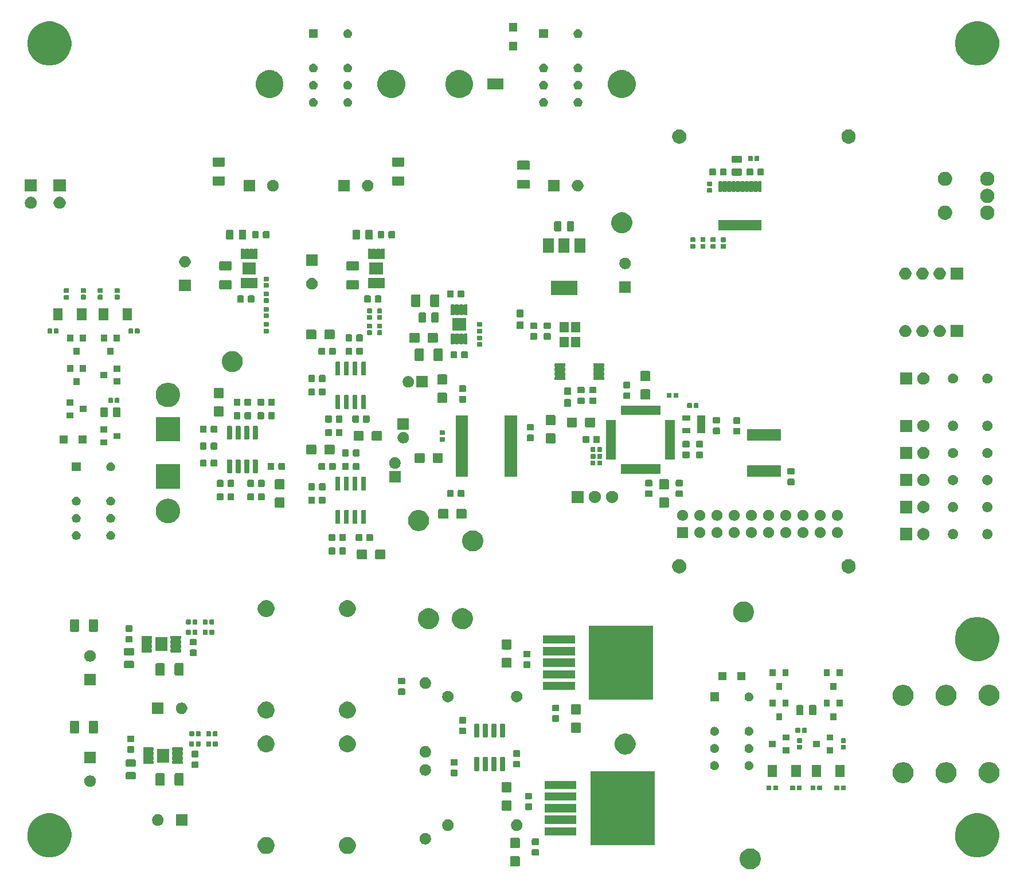
<source format=gbr>
G04 #@! TF.GenerationSoftware,KiCad,Pcbnew,(5.1.5)-3*
G04 #@! TF.CreationDate,2020-06-27T20:49:00+10:00*
G04 #@! TF.ProjectId,mainboard,6d61696e-626f-4617-9264-2e6b69636164,1.0.0*
G04 #@! TF.SameCoordinates,Original*
G04 #@! TF.FileFunction,Soldermask,Top*
G04 #@! TF.FilePolarity,Negative*
%FSLAX46Y46*%
G04 Gerber Fmt 4.6, Leading zero omitted, Abs format (unit mm)*
G04 Created by KiCad (PCBNEW (5.1.5)-3) date 2020-06-27 20:49:00*
%MOMM*%
%LPD*%
G04 APERTURE LIST*
%ADD10C,0.100000*%
G04 APERTURE END LIST*
D10*
G36*
X170239894Y-155466332D02*
G01*
X170452410Y-155508604D01*
X170734674Y-155625521D01*
X170988705Y-155795259D01*
X171204741Y-156011295D01*
X171374479Y-156265326D01*
X171469557Y-156494866D01*
X171491396Y-156547591D01*
X171540674Y-156795325D01*
X171551000Y-156847240D01*
X171551000Y-157152760D01*
X171491396Y-157452410D01*
X171374479Y-157734674D01*
X171204741Y-157988705D01*
X170988705Y-158204741D01*
X170734674Y-158374479D01*
X170452410Y-158491396D01*
X170302585Y-158521198D01*
X170152761Y-158551000D01*
X169847239Y-158551000D01*
X169697415Y-158521198D01*
X169547590Y-158491396D01*
X169265326Y-158374479D01*
X169011295Y-158204741D01*
X168795259Y-157988705D01*
X168625521Y-157734674D01*
X168508604Y-157452410D01*
X168449000Y-157152760D01*
X168449000Y-156847240D01*
X168459327Y-156795325D01*
X168508604Y-156547591D01*
X168530443Y-156494866D01*
X168625521Y-156265326D01*
X168795259Y-156011295D01*
X169011295Y-155795259D01*
X169265326Y-155625521D01*
X169547590Y-155508604D01*
X169760106Y-155466332D01*
X169847239Y-155449000D01*
X170152761Y-155449000D01*
X170239894Y-155466332D01*
G37*
G36*
X135822798Y-156603247D02*
G01*
X135858367Y-156614037D01*
X135891139Y-156631554D01*
X135919869Y-156655131D01*
X135943446Y-156683861D01*
X135960963Y-156716633D01*
X135971753Y-156752202D01*
X135976000Y-156795325D01*
X135976000Y-157904675D01*
X135971753Y-157947798D01*
X135960963Y-157983367D01*
X135943446Y-158016139D01*
X135919869Y-158044869D01*
X135891139Y-158068446D01*
X135858367Y-158085963D01*
X135822798Y-158096753D01*
X135779675Y-158101000D01*
X134720325Y-158101000D01*
X134677202Y-158096753D01*
X134641633Y-158085963D01*
X134608861Y-158068446D01*
X134580131Y-158044869D01*
X134556554Y-158016139D01*
X134539037Y-157983367D01*
X134528247Y-157947798D01*
X134524000Y-157904675D01*
X134524000Y-156795325D01*
X134528247Y-156752202D01*
X134539037Y-156716633D01*
X134556554Y-156683861D01*
X134580131Y-156655131D01*
X134608861Y-156631554D01*
X134641633Y-156614037D01*
X134677202Y-156603247D01*
X134720325Y-156599000D01*
X135779675Y-156599000D01*
X135822798Y-156603247D01*
G37*
G36*
X204134239Y-150311467D02*
G01*
X204448282Y-150373934D01*
X205039926Y-150619001D01*
X205572392Y-150974784D01*
X206025216Y-151427608D01*
X206380999Y-151960074D01*
X206626066Y-152551718D01*
X206666332Y-152754147D01*
X206751000Y-153179803D01*
X206751000Y-153820197D01*
X206711926Y-154016633D01*
X206626066Y-154448282D01*
X206380999Y-155039926D01*
X206133265Y-155410685D01*
X206028424Y-155567592D01*
X206025216Y-155572392D01*
X205572392Y-156025216D01*
X205039926Y-156380999D01*
X204448282Y-156626066D01*
X204302162Y-156655131D01*
X203820197Y-156751000D01*
X203179803Y-156751000D01*
X202697838Y-156655131D01*
X202551718Y-156626066D01*
X201960074Y-156380999D01*
X201427608Y-156025216D01*
X200974784Y-155572392D01*
X200971577Y-155567592D01*
X200866735Y-155410685D01*
X200619001Y-155039926D01*
X200373934Y-154448282D01*
X200288074Y-154016633D01*
X200249000Y-153820197D01*
X200249000Y-153179803D01*
X200333668Y-152754147D01*
X200373934Y-152551718D01*
X200619001Y-151960074D01*
X200974784Y-151427608D01*
X201427608Y-150974784D01*
X201960074Y-150619001D01*
X202551718Y-150373934D01*
X202865761Y-150311467D01*
X203179803Y-150249000D01*
X203820197Y-150249000D01*
X204134239Y-150311467D01*
G37*
G36*
X67134239Y-150311467D02*
G01*
X67448282Y-150373934D01*
X68039926Y-150619001D01*
X68572392Y-150974784D01*
X69025216Y-151427608D01*
X69380999Y-151960074D01*
X69626066Y-152551718D01*
X69666332Y-152754147D01*
X69751000Y-153179803D01*
X69751000Y-153820197D01*
X69711926Y-154016633D01*
X69626066Y-154448282D01*
X69380999Y-155039926D01*
X69133265Y-155410685D01*
X69028424Y-155567592D01*
X69025216Y-155572392D01*
X68572392Y-156025216D01*
X68039926Y-156380999D01*
X67448282Y-156626066D01*
X67302162Y-156655131D01*
X66820197Y-156751000D01*
X66179803Y-156751000D01*
X65697838Y-156655131D01*
X65551718Y-156626066D01*
X64960074Y-156380999D01*
X64427608Y-156025216D01*
X63974784Y-155572392D01*
X63971577Y-155567592D01*
X63866735Y-155410685D01*
X63619001Y-155039926D01*
X63373934Y-154448282D01*
X63288074Y-154016633D01*
X63249000Y-153820197D01*
X63249000Y-153179803D01*
X63333668Y-152754147D01*
X63373934Y-152551718D01*
X63619001Y-151960074D01*
X63974784Y-151427608D01*
X64427608Y-150974784D01*
X64960074Y-150619001D01*
X65551718Y-150373934D01*
X65865761Y-150311467D01*
X66179803Y-150249000D01*
X66820197Y-150249000D01*
X67134239Y-150311467D01*
G37*
G36*
X138629591Y-155553085D02*
G01*
X138663569Y-155563393D01*
X138694890Y-155580134D01*
X138722339Y-155602661D01*
X138744866Y-155630110D01*
X138761607Y-155661431D01*
X138771915Y-155695409D01*
X138776000Y-155736890D01*
X138776000Y-156338110D01*
X138771915Y-156379591D01*
X138761607Y-156413569D01*
X138744866Y-156444890D01*
X138722339Y-156472339D01*
X138694890Y-156494866D01*
X138663569Y-156511607D01*
X138629591Y-156521915D01*
X138588110Y-156526000D01*
X137911890Y-156526000D01*
X137870409Y-156521915D01*
X137836431Y-156511607D01*
X137805110Y-156494866D01*
X137777661Y-156472339D01*
X137755134Y-156444890D01*
X137738393Y-156413569D01*
X137728085Y-156379591D01*
X137724000Y-156338110D01*
X137724000Y-155736890D01*
X137728085Y-155695409D01*
X137738393Y-155661431D01*
X137755134Y-155630110D01*
X137777661Y-155602661D01*
X137805110Y-155580134D01*
X137836431Y-155563393D01*
X137870409Y-155553085D01*
X137911890Y-155549000D01*
X138588110Y-155549000D01*
X138629591Y-155553085D01*
G37*
G36*
X98816746Y-153787496D02*
G01*
X98864903Y-153797075D01*
X99092571Y-153891378D01*
X99297466Y-154028285D01*
X99471715Y-154202534D01*
X99605727Y-154403097D01*
X99608623Y-154407431D01*
X99702925Y-154635097D01*
X99751000Y-154876786D01*
X99751000Y-155123214D01*
X99702925Y-155364903D01*
X99616981Y-155572392D01*
X99608622Y-155592571D01*
X99471715Y-155797466D01*
X99297466Y-155971715D01*
X99092571Y-156108622D01*
X99092570Y-156108623D01*
X99092569Y-156108623D01*
X98864903Y-156202925D01*
X98623214Y-156251000D01*
X98376786Y-156251000D01*
X98135097Y-156202925D01*
X97907431Y-156108623D01*
X97907430Y-156108623D01*
X97907429Y-156108622D01*
X97702534Y-155971715D01*
X97528285Y-155797466D01*
X97391378Y-155592571D01*
X97383020Y-155572392D01*
X97297075Y-155364903D01*
X97249000Y-155123214D01*
X97249000Y-154876786D01*
X97297075Y-154635097D01*
X97391377Y-154407431D01*
X97394273Y-154403097D01*
X97528285Y-154202534D01*
X97702534Y-154028285D01*
X97907429Y-153891378D01*
X98135097Y-153797075D01*
X98183254Y-153787496D01*
X98376786Y-153749000D01*
X98623214Y-153749000D01*
X98816746Y-153787496D01*
G37*
G36*
X110816746Y-153787496D02*
G01*
X110864903Y-153797075D01*
X111092571Y-153891378D01*
X111297466Y-154028285D01*
X111471715Y-154202534D01*
X111605727Y-154403097D01*
X111608623Y-154407431D01*
X111702925Y-154635097D01*
X111751000Y-154876786D01*
X111751000Y-155123214D01*
X111702925Y-155364903D01*
X111616981Y-155572392D01*
X111608622Y-155592571D01*
X111471715Y-155797466D01*
X111297466Y-155971715D01*
X111092571Y-156108622D01*
X111092570Y-156108623D01*
X111092569Y-156108623D01*
X110864903Y-156202925D01*
X110623214Y-156251000D01*
X110376786Y-156251000D01*
X110135097Y-156202925D01*
X109907431Y-156108623D01*
X109907430Y-156108623D01*
X109907429Y-156108622D01*
X109702534Y-155971715D01*
X109528285Y-155797466D01*
X109391378Y-155592571D01*
X109383020Y-155572392D01*
X109297075Y-155364903D01*
X109249000Y-155123214D01*
X109249000Y-154876786D01*
X109297075Y-154635097D01*
X109391377Y-154407431D01*
X109394273Y-154403097D01*
X109528285Y-154202534D01*
X109702534Y-154028285D01*
X109907429Y-153891378D01*
X110135097Y-153797075D01*
X110183254Y-153787496D01*
X110376786Y-153749000D01*
X110623214Y-153749000D01*
X110816746Y-153787496D01*
G37*
G36*
X135822798Y-153903247D02*
G01*
X135858367Y-153914037D01*
X135891139Y-153931554D01*
X135919869Y-153955131D01*
X135943446Y-153983861D01*
X135960963Y-154016633D01*
X135971753Y-154052202D01*
X135976000Y-154095325D01*
X135976000Y-155204675D01*
X135971753Y-155247798D01*
X135960963Y-155283367D01*
X135943446Y-155316139D01*
X135919869Y-155344869D01*
X135891139Y-155368446D01*
X135858367Y-155385963D01*
X135822798Y-155396753D01*
X135779675Y-155401000D01*
X134720325Y-155401000D01*
X134677202Y-155396753D01*
X134641633Y-155385963D01*
X134608861Y-155368446D01*
X134580131Y-155344869D01*
X134556554Y-155316139D01*
X134539037Y-155283367D01*
X134528247Y-155247798D01*
X134524000Y-155204675D01*
X134524000Y-154095325D01*
X134528247Y-154052202D01*
X134539037Y-154016633D01*
X134556554Y-153983861D01*
X134580131Y-153955131D01*
X134608861Y-153931554D01*
X134641633Y-153914037D01*
X134677202Y-153903247D01*
X134720325Y-153899000D01*
X135779675Y-153899000D01*
X135822798Y-153903247D01*
G37*
G36*
X138629591Y-153978085D02*
G01*
X138663569Y-153988393D01*
X138694890Y-154005134D01*
X138722339Y-154027661D01*
X138744866Y-154055110D01*
X138761607Y-154086431D01*
X138771915Y-154120409D01*
X138776000Y-154161890D01*
X138776000Y-154763110D01*
X138771915Y-154804591D01*
X138761607Y-154838569D01*
X138744866Y-154869890D01*
X138722339Y-154897339D01*
X138694890Y-154919866D01*
X138663569Y-154936607D01*
X138629591Y-154946915D01*
X138588110Y-154951000D01*
X137911890Y-154951000D01*
X137870409Y-154946915D01*
X137836431Y-154936607D01*
X137805110Y-154919866D01*
X137777661Y-154897339D01*
X137755134Y-154869890D01*
X137738393Y-154838569D01*
X137728085Y-154804591D01*
X137724000Y-154763110D01*
X137724000Y-154161890D01*
X137728085Y-154120409D01*
X137738393Y-154086431D01*
X137755134Y-154055110D01*
X137777661Y-154027661D01*
X137805110Y-154005134D01*
X137836431Y-153988393D01*
X137870409Y-153978085D01*
X137911890Y-153974000D01*
X138588110Y-153974000D01*
X138629591Y-153978085D01*
G37*
G36*
X155876000Y-154951000D02*
G01*
X146374000Y-154951000D01*
X146374000Y-144049000D01*
X155876000Y-144049000D01*
X155876000Y-154951000D01*
G37*
G36*
X122248228Y-153181703D02*
G01*
X122403100Y-153245853D01*
X122542481Y-153338985D01*
X122661015Y-153457519D01*
X122754147Y-153596900D01*
X122818297Y-153751772D01*
X122851000Y-153916184D01*
X122851000Y-154083816D01*
X122818297Y-154248228D01*
X122754147Y-154403100D01*
X122661015Y-154542481D01*
X122542481Y-154661015D01*
X122403100Y-154754147D01*
X122248228Y-154818297D01*
X122083816Y-154851000D01*
X121916184Y-154851000D01*
X121751772Y-154818297D01*
X121596900Y-154754147D01*
X121457519Y-154661015D01*
X121338985Y-154542481D01*
X121245853Y-154403100D01*
X121181703Y-154248228D01*
X121149000Y-154083816D01*
X121149000Y-153916184D01*
X121181703Y-153751772D01*
X121245853Y-153596900D01*
X121338985Y-153457519D01*
X121457519Y-153338985D01*
X121596900Y-153245853D01*
X121751772Y-153181703D01*
X121916184Y-153149000D01*
X122083816Y-153149000D01*
X122248228Y-153181703D01*
G37*
G36*
X144326000Y-153501000D02*
G01*
X139624000Y-153501000D01*
X139624000Y-152299000D01*
X144326000Y-152299000D01*
X144326000Y-153501000D01*
G37*
G36*
X125588228Y-151181703D02*
G01*
X125743100Y-151245853D01*
X125882481Y-151338985D01*
X126001015Y-151457519D01*
X126094147Y-151596900D01*
X126158297Y-151751772D01*
X126191000Y-151916184D01*
X126191000Y-152083816D01*
X126158297Y-152248228D01*
X126094147Y-152403100D01*
X126001015Y-152542481D01*
X125882481Y-152661015D01*
X125743100Y-152754147D01*
X125588228Y-152818297D01*
X125423816Y-152851000D01*
X125256184Y-152851000D01*
X125091772Y-152818297D01*
X124936900Y-152754147D01*
X124797519Y-152661015D01*
X124678985Y-152542481D01*
X124585853Y-152403100D01*
X124521703Y-152248228D01*
X124489000Y-152083816D01*
X124489000Y-151916184D01*
X124521703Y-151751772D01*
X124585853Y-151596900D01*
X124678985Y-151457519D01*
X124797519Y-151338985D01*
X124936900Y-151245853D01*
X125091772Y-151181703D01*
X125256184Y-151149000D01*
X125423816Y-151149000D01*
X125588228Y-151181703D01*
G37*
G36*
X135748228Y-151181703D02*
G01*
X135903100Y-151245853D01*
X136042481Y-151338985D01*
X136161015Y-151457519D01*
X136254147Y-151596900D01*
X136318297Y-151751772D01*
X136351000Y-151916184D01*
X136351000Y-152083816D01*
X136318297Y-152248228D01*
X136254147Y-152403100D01*
X136161015Y-152542481D01*
X136042481Y-152661015D01*
X135903100Y-152754147D01*
X135748228Y-152818297D01*
X135583816Y-152851000D01*
X135416184Y-152851000D01*
X135251772Y-152818297D01*
X135096900Y-152754147D01*
X134957519Y-152661015D01*
X134838985Y-152542481D01*
X134745853Y-152403100D01*
X134681703Y-152248228D01*
X134649000Y-152083816D01*
X134649000Y-151916184D01*
X134681703Y-151751772D01*
X134745853Y-151596900D01*
X134838985Y-151457519D01*
X134957519Y-151338985D01*
X135096900Y-151245853D01*
X135251772Y-151181703D01*
X135416184Y-151149000D01*
X135583816Y-151149000D01*
X135748228Y-151181703D01*
G37*
G36*
X82748228Y-150431703D02*
G01*
X82903100Y-150495853D01*
X83042481Y-150588985D01*
X83161015Y-150707519D01*
X83254147Y-150846900D01*
X83318297Y-151001772D01*
X83351000Y-151166184D01*
X83351000Y-151333816D01*
X83318297Y-151498228D01*
X83254147Y-151653100D01*
X83161015Y-151792481D01*
X83042481Y-151911015D01*
X82903100Y-152004147D01*
X82748228Y-152068297D01*
X82583816Y-152101000D01*
X82416184Y-152101000D01*
X82251772Y-152068297D01*
X82096900Y-152004147D01*
X81957519Y-151911015D01*
X81838985Y-151792481D01*
X81745853Y-151653100D01*
X81681703Y-151498228D01*
X81649000Y-151333816D01*
X81649000Y-151166184D01*
X81681703Y-151001772D01*
X81745853Y-150846900D01*
X81838985Y-150707519D01*
X81957519Y-150588985D01*
X82096900Y-150495853D01*
X82251772Y-150431703D01*
X82416184Y-150399000D01*
X82583816Y-150399000D01*
X82748228Y-150431703D01*
G37*
G36*
X86851000Y-152101000D02*
G01*
X85149000Y-152101000D01*
X85149000Y-150399000D01*
X86851000Y-150399000D01*
X86851000Y-152101000D01*
G37*
G36*
X144326000Y-151801000D02*
G01*
X139624000Y-151801000D01*
X139624000Y-150599000D01*
X144326000Y-150599000D01*
X144326000Y-151801000D01*
G37*
G36*
X144326000Y-150101000D02*
G01*
X139624000Y-150101000D01*
X139624000Y-148899000D01*
X144326000Y-148899000D01*
X144326000Y-150101000D01*
G37*
G36*
X134572798Y-148353247D02*
G01*
X134608367Y-148364037D01*
X134641139Y-148381554D01*
X134669869Y-148405131D01*
X134693446Y-148433861D01*
X134710963Y-148466633D01*
X134721753Y-148502202D01*
X134726000Y-148545325D01*
X134726000Y-149654675D01*
X134721753Y-149697798D01*
X134710963Y-149733367D01*
X134693446Y-149766139D01*
X134669869Y-149794869D01*
X134641139Y-149818446D01*
X134608367Y-149835963D01*
X134572798Y-149846753D01*
X134529675Y-149851000D01*
X133470325Y-149851000D01*
X133427202Y-149846753D01*
X133391633Y-149835963D01*
X133358861Y-149818446D01*
X133330131Y-149794869D01*
X133306554Y-149766139D01*
X133289037Y-149733367D01*
X133278247Y-149697798D01*
X133274000Y-149654675D01*
X133274000Y-148545325D01*
X133278247Y-148502202D01*
X133289037Y-148466633D01*
X133306554Y-148433861D01*
X133330131Y-148405131D01*
X133358861Y-148381554D01*
X133391633Y-148364037D01*
X133427202Y-148353247D01*
X133470325Y-148349000D01*
X134529675Y-148349000D01*
X134572798Y-148353247D01*
G37*
G36*
X137629591Y-148803085D02*
G01*
X137663569Y-148813393D01*
X137694890Y-148830134D01*
X137722339Y-148852661D01*
X137744866Y-148880110D01*
X137761607Y-148911431D01*
X137771915Y-148945409D01*
X137776000Y-148986890D01*
X137776000Y-149588110D01*
X137771915Y-149629591D01*
X137761607Y-149663569D01*
X137744866Y-149694890D01*
X137722339Y-149722339D01*
X137694890Y-149744866D01*
X137663569Y-149761607D01*
X137629591Y-149771915D01*
X137588110Y-149776000D01*
X136911890Y-149776000D01*
X136870409Y-149771915D01*
X136836431Y-149761607D01*
X136805110Y-149744866D01*
X136777661Y-149722339D01*
X136755134Y-149694890D01*
X136738393Y-149663569D01*
X136728085Y-149629591D01*
X136724000Y-149588110D01*
X136724000Y-148986890D01*
X136728085Y-148945409D01*
X136738393Y-148911431D01*
X136755134Y-148880110D01*
X136777661Y-148852661D01*
X136805110Y-148830134D01*
X136836431Y-148813393D01*
X136870409Y-148803085D01*
X136911890Y-148799000D01*
X137588110Y-148799000D01*
X137629591Y-148803085D01*
G37*
G36*
X144326000Y-148401000D02*
G01*
X139624000Y-148401000D01*
X139624000Y-147199000D01*
X144326000Y-147199000D01*
X144326000Y-148401000D01*
G37*
G36*
X137629591Y-147228085D02*
G01*
X137663569Y-147238393D01*
X137694890Y-147255134D01*
X137722339Y-147277661D01*
X137744866Y-147305110D01*
X137761607Y-147336431D01*
X137771915Y-147370409D01*
X137776000Y-147411890D01*
X137776000Y-148013110D01*
X137771915Y-148054591D01*
X137761607Y-148088569D01*
X137744866Y-148119890D01*
X137722339Y-148147339D01*
X137694890Y-148169866D01*
X137663569Y-148186607D01*
X137629591Y-148196915D01*
X137588110Y-148201000D01*
X136911890Y-148201000D01*
X136870409Y-148196915D01*
X136836431Y-148186607D01*
X136805110Y-148169866D01*
X136777661Y-148147339D01*
X136755134Y-148119890D01*
X136738393Y-148088569D01*
X136728085Y-148054591D01*
X136724000Y-148013110D01*
X136724000Y-147411890D01*
X136728085Y-147370409D01*
X136738393Y-147336431D01*
X136755134Y-147305110D01*
X136777661Y-147277661D01*
X136805110Y-147255134D01*
X136836431Y-147238393D01*
X136870409Y-147228085D01*
X136911890Y-147224000D01*
X137588110Y-147224000D01*
X137629591Y-147228085D01*
G37*
G36*
X134572798Y-145653247D02*
G01*
X134608367Y-145664037D01*
X134641139Y-145681554D01*
X134669869Y-145705131D01*
X134693446Y-145733861D01*
X134710963Y-145766633D01*
X134721753Y-145802202D01*
X134726000Y-145845325D01*
X134726000Y-146954675D01*
X134721753Y-146997798D01*
X134710963Y-147033367D01*
X134693446Y-147066139D01*
X134669869Y-147094869D01*
X134641139Y-147118446D01*
X134608367Y-147135963D01*
X134572798Y-147146753D01*
X134529675Y-147151000D01*
X133470325Y-147151000D01*
X133427202Y-147146753D01*
X133391633Y-147135963D01*
X133358861Y-147118446D01*
X133330131Y-147094869D01*
X133306554Y-147066139D01*
X133289037Y-147033367D01*
X133278247Y-146997798D01*
X133274000Y-146954675D01*
X133274000Y-145845325D01*
X133278247Y-145802202D01*
X133289037Y-145766633D01*
X133306554Y-145733861D01*
X133330131Y-145705131D01*
X133358861Y-145681554D01*
X133391633Y-145664037D01*
X133427202Y-145653247D01*
X133470325Y-145649000D01*
X134529675Y-145649000D01*
X134572798Y-145653247D01*
G37*
G36*
X173991938Y-146131716D02*
G01*
X174012557Y-146137971D01*
X174031553Y-146148124D01*
X174048208Y-146161792D01*
X174061876Y-146178447D01*
X174072029Y-146197443D01*
X174078284Y-146218062D01*
X174081000Y-146245640D01*
X174081000Y-146754360D01*
X174078284Y-146781938D01*
X174072029Y-146802557D01*
X174061876Y-146821553D01*
X174048208Y-146838208D01*
X174031553Y-146851876D01*
X174012557Y-146862029D01*
X173991938Y-146868284D01*
X173964360Y-146871000D01*
X173505640Y-146871000D01*
X173478062Y-146868284D01*
X173457443Y-146862029D01*
X173438447Y-146851876D01*
X173421792Y-146838208D01*
X173408124Y-146821553D01*
X173397971Y-146802557D01*
X173391716Y-146781938D01*
X173389000Y-146754360D01*
X173389000Y-146245640D01*
X173391716Y-146218062D01*
X173397971Y-146197443D01*
X173408124Y-146178447D01*
X173421792Y-146161792D01*
X173438447Y-146148124D01*
X173457443Y-146137971D01*
X173478062Y-146131716D01*
X173505640Y-146129000D01*
X173964360Y-146129000D01*
X173991938Y-146131716D01*
G37*
G36*
X183991938Y-146131716D02*
G01*
X184012557Y-146137971D01*
X184031553Y-146148124D01*
X184048208Y-146161792D01*
X184061876Y-146178447D01*
X184072029Y-146197443D01*
X184078284Y-146218062D01*
X184081000Y-146245640D01*
X184081000Y-146754360D01*
X184078284Y-146781938D01*
X184072029Y-146802557D01*
X184061876Y-146821553D01*
X184048208Y-146838208D01*
X184031553Y-146851876D01*
X184012557Y-146862029D01*
X183991938Y-146868284D01*
X183964360Y-146871000D01*
X183505640Y-146871000D01*
X183478062Y-146868284D01*
X183457443Y-146862029D01*
X183438447Y-146851876D01*
X183421792Y-146838208D01*
X183408124Y-146821553D01*
X183397971Y-146802557D01*
X183391716Y-146781938D01*
X183389000Y-146754360D01*
X183389000Y-146245640D01*
X183391716Y-146218062D01*
X183397971Y-146197443D01*
X183408124Y-146178447D01*
X183421792Y-146161792D01*
X183438447Y-146148124D01*
X183457443Y-146137971D01*
X183478062Y-146131716D01*
X183505640Y-146129000D01*
X183964360Y-146129000D01*
X183991938Y-146131716D01*
G37*
G36*
X183021938Y-146131716D02*
G01*
X183042557Y-146137971D01*
X183061553Y-146148124D01*
X183078208Y-146161792D01*
X183091876Y-146178447D01*
X183102029Y-146197443D01*
X183108284Y-146218062D01*
X183111000Y-146245640D01*
X183111000Y-146754360D01*
X183108284Y-146781938D01*
X183102029Y-146802557D01*
X183091876Y-146821553D01*
X183078208Y-146838208D01*
X183061553Y-146851876D01*
X183042557Y-146862029D01*
X183021938Y-146868284D01*
X182994360Y-146871000D01*
X182535640Y-146871000D01*
X182508062Y-146868284D01*
X182487443Y-146862029D01*
X182468447Y-146851876D01*
X182451792Y-146838208D01*
X182438124Y-146821553D01*
X182427971Y-146802557D01*
X182421716Y-146781938D01*
X182419000Y-146754360D01*
X182419000Y-146245640D01*
X182421716Y-146218062D01*
X182427971Y-146197443D01*
X182438124Y-146178447D01*
X182451792Y-146161792D01*
X182468447Y-146148124D01*
X182487443Y-146137971D01*
X182508062Y-146131716D01*
X182535640Y-146129000D01*
X182994360Y-146129000D01*
X183021938Y-146131716D01*
G37*
G36*
X180491938Y-146131716D02*
G01*
X180512557Y-146137971D01*
X180531553Y-146148124D01*
X180548208Y-146161792D01*
X180561876Y-146178447D01*
X180572029Y-146197443D01*
X180578284Y-146218062D01*
X180581000Y-146245640D01*
X180581000Y-146754360D01*
X180578284Y-146781938D01*
X180572029Y-146802557D01*
X180561876Y-146821553D01*
X180548208Y-146838208D01*
X180531553Y-146851876D01*
X180512557Y-146862029D01*
X180491938Y-146868284D01*
X180464360Y-146871000D01*
X180005640Y-146871000D01*
X179978062Y-146868284D01*
X179957443Y-146862029D01*
X179938447Y-146851876D01*
X179921792Y-146838208D01*
X179908124Y-146821553D01*
X179897971Y-146802557D01*
X179891716Y-146781938D01*
X179889000Y-146754360D01*
X179889000Y-146245640D01*
X179891716Y-146218062D01*
X179897971Y-146197443D01*
X179908124Y-146178447D01*
X179921792Y-146161792D01*
X179938447Y-146148124D01*
X179957443Y-146137971D01*
X179978062Y-146131716D01*
X180005640Y-146129000D01*
X180464360Y-146129000D01*
X180491938Y-146131716D01*
G37*
G36*
X176506938Y-146131716D02*
G01*
X176527557Y-146137971D01*
X176546553Y-146148124D01*
X176563208Y-146161792D01*
X176576876Y-146178447D01*
X176587029Y-146197443D01*
X176593284Y-146218062D01*
X176596000Y-146245640D01*
X176596000Y-146754360D01*
X176593284Y-146781938D01*
X176587029Y-146802557D01*
X176576876Y-146821553D01*
X176563208Y-146838208D01*
X176546553Y-146851876D01*
X176527557Y-146862029D01*
X176506938Y-146868284D01*
X176479360Y-146871000D01*
X176020640Y-146871000D01*
X175993062Y-146868284D01*
X175972443Y-146862029D01*
X175953447Y-146851876D01*
X175936792Y-146838208D01*
X175923124Y-146821553D01*
X175912971Y-146802557D01*
X175906716Y-146781938D01*
X175904000Y-146754360D01*
X175904000Y-146245640D01*
X175906716Y-146218062D01*
X175912971Y-146197443D01*
X175923124Y-146178447D01*
X175936792Y-146161792D01*
X175953447Y-146148124D01*
X175972443Y-146137971D01*
X175993062Y-146131716D01*
X176020640Y-146129000D01*
X176479360Y-146129000D01*
X176506938Y-146131716D01*
G37*
G36*
X179521938Y-146131716D02*
G01*
X179542557Y-146137971D01*
X179561553Y-146148124D01*
X179578208Y-146161792D01*
X179591876Y-146178447D01*
X179602029Y-146197443D01*
X179608284Y-146218062D01*
X179611000Y-146245640D01*
X179611000Y-146754360D01*
X179608284Y-146781938D01*
X179602029Y-146802557D01*
X179591876Y-146821553D01*
X179578208Y-146838208D01*
X179561553Y-146851876D01*
X179542557Y-146862029D01*
X179521938Y-146868284D01*
X179494360Y-146871000D01*
X179035640Y-146871000D01*
X179008062Y-146868284D01*
X178987443Y-146862029D01*
X178968447Y-146851876D01*
X178951792Y-146838208D01*
X178938124Y-146821553D01*
X178927971Y-146802557D01*
X178921716Y-146781938D01*
X178919000Y-146754360D01*
X178919000Y-146245640D01*
X178921716Y-146218062D01*
X178927971Y-146197443D01*
X178938124Y-146178447D01*
X178951792Y-146161792D01*
X178968447Y-146148124D01*
X178987443Y-146137971D01*
X179008062Y-146131716D01*
X179035640Y-146129000D01*
X179494360Y-146129000D01*
X179521938Y-146131716D01*
G37*
G36*
X173021938Y-146131716D02*
G01*
X173042557Y-146137971D01*
X173061553Y-146148124D01*
X173078208Y-146161792D01*
X173091876Y-146178447D01*
X173102029Y-146197443D01*
X173108284Y-146218062D01*
X173111000Y-146245640D01*
X173111000Y-146754360D01*
X173108284Y-146781938D01*
X173102029Y-146802557D01*
X173091876Y-146821553D01*
X173078208Y-146838208D01*
X173061553Y-146851876D01*
X173042557Y-146862029D01*
X173021938Y-146868284D01*
X172994360Y-146871000D01*
X172535640Y-146871000D01*
X172508062Y-146868284D01*
X172487443Y-146862029D01*
X172468447Y-146851876D01*
X172451792Y-146838208D01*
X172438124Y-146821553D01*
X172427971Y-146802557D01*
X172421716Y-146781938D01*
X172419000Y-146754360D01*
X172419000Y-146245640D01*
X172421716Y-146218062D01*
X172427971Y-146197443D01*
X172438124Y-146178447D01*
X172451792Y-146161792D01*
X172468447Y-146148124D01*
X172487443Y-146137971D01*
X172508062Y-146131716D01*
X172535640Y-146129000D01*
X172994360Y-146129000D01*
X173021938Y-146131716D01*
G37*
G36*
X177476938Y-146131716D02*
G01*
X177497557Y-146137971D01*
X177516553Y-146148124D01*
X177533208Y-146161792D01*
X177546876Y-146178447D01*
X177557029Y-146197443D01*
X177563284Y-146218062D01*
X177566000Y-146245640D01*
X177566000Y-146754360D01*
X177563284Y-146781938D01*
X177557029Y-146802557D01*
X177546876Y-146821553D01*
X177533208Y-146838208D01*
X177516553Y-146851876D01*
X177497557Y-146862029D01*
X177476938Y-146868284D01*
X177449360Y-146871000D01*
X176990640Y-146871000D01*
X176963062Y-146868284D01*
X176942443Y-146862029D01*
X176923447Y-146851876D01*
X176906792Y-146838208D01*
X176893124Y-146821553D01*
X176882971Y-146802557D01*
X176876716Y-146781938D01*
X176874000Y-146754360D01*
X176874000Y-146245640D01*
X176876716Y-146218062D01*
X176882971Y-146197443D01*
X176893124Y-146178447D01*
X176906792Y-146161792D01*
X176923447Y-146148124D01*
X176942443Y-146137971D01*
X176963062Y-146131716D01*
X176990640Y-146129000D01*
X177449360Y-146129000D01*
X177476938Y-146131716D01*
G37*
G36*
X144326000Y-146701000D02*
G01*
X139624000Y-146701000D01*
X139624000Y-145499000D01*
X144326000Y-145499000D01*
X144326000Y-146701000D01*
G37*
G36*
X72748228Y-144681703D02*
G01*
X72903100Y-144745853D01*
X73042481Y-144838985D01*
X73161015Y-144957519D01*
X73254147Y-145096900D01*
X73318297Y-145251772D01*
X73351000Y-145416184D01*
X73351000Y-145583816D01*
X73318297Y-145748228D01*
X73254147Y-145903100D01*
X73161015Y-146042481D01*
X73042481Y-146161015D01*
X72903100Y-146254147D01*
X72748228Y-146318297D01*
X72583816Y-146351000D01*
X72416184Y-146351000D01*
X72251772Y-146318297D01*
X72096900Y-146254147D01*
X71957519Y-146161015D01*
X71838985Y-146042481D01*
X71745853Y-145903100D01*
X71681703Y-145748228D01*
X71649000Y-145583816D01*
X71649000Y-145416184D01*
X71681703Y-145251772D01*
X71745853Y-145096900D01*
X71838985Y-144957519D01*
X71957519Y-144838985D01*
X72096900Y-144745853D01*
X72251772Y-144681703D01*
X72416184Y-144649000D01*
X72583816Y-144649000D01*
X72748228Y-144681703D01*
G37*
G36*
X86168604Y-144328347D02*
G01*
X86205144Y-144339432D01*
X86238821Y-144357433D01*
X86268341Y-144381659D01*
X86292567Y-144411179D01*
X86310568Y-144444856D01*
X86321653Y-144481396D01*
X86326000Y-144525538D01*
X86326000Y-145974462D01*
X86321653Y-146018604D01*
X86310568Y-146055144D01*
X86292567Y-146088821D01*
X86268341Y-146118341D01*
X86238821Y-146142567D01*
X86205144Y-146160568D01*
X86168604Y-146171653D01*
X86124462Y-146176000D01*
X85175538Y-146176000D01*
X85131396Y-146171653D01*
X85094856Y-146160568D01*
X85061179Y-146142567D01*
X85031659Y-146118341D01*
X85007433Y-146088821D01*
X84989432Y-146055144D01*
X84978347Y-146018604D01*
X84974000Y-145974462D01*
X84974000Y-144525538D01*
X84978347Y-144481396D01*
X84989432Y-144444856D01*
X85007433Y-144411179D01*
X85031659Y-144381659D01*
X85061179Y-144357433D01*
X85094856Y-144339432D01*
X85131396Y-144328347D01*
X85175538Y-144324000D01*
X86124462Y-144324000D01*
X86168604Y-144328347D01*
G37*
G36*
X83368604Y-144328347D02*
G01*
X83405144Y-144339432D01*
X83438821Y-144357433D01*
X83468341Y-144381659D01*
X83492567Y-144411179D01*
X83510568Y-144444856D01*
X83521653Y-144481396D01*
X83526000Y-144525538D01*
X83526000Y-145974462D01*
X83521653Y-146018604D01*
X83510568Y-146055144D01*
X83492567Y-146088821D01*
X83468341Y-146118341D01*
X83438821Y-146142567D01*
X83405144Y-146160568D01*
X83368604Y-146171653D01*
X83324462Y-146176000D01*
X82375538Y-146176000D01*
X82331396Y-146171653D01*
X82294856Y-146160568D01*
X82261179Y-146142567D01*
X82231659Y-146118341D01*
X82207433Y-146088821D01*
X82189432Y-146055144D01*
X82178347Y-146018604D01*
X82174000Y-145974462D01*
X82174000Y-144525538D01*
X82178347Y-144481396D01*
X82189432Y-144444856D01*
X82207433Y-144411179D01*
X82231659Y-144381659D01*
X82261179Y-144357433D01*
X82294856Y-144339432D01*
X82331396Y-144328347D01*
X82375538Y-144324000D01*
X83324462Y-144324000D01*
X83368604Y-144328347D01*
G37*
G36*
X199198096Y-142732909D02*
G01*
X199352410Y-142763604D01*
X199634674Y-142880521D01*
X199888705Y-143050259D01*
X200104741Y-143266295D01*
X200274479Y-143520326D01*
X200384901Y-143786910D01*
X200391396Y-143802591D01*
X200451000Y-144102239D01*
X200451000Y-144407761D01*
X200427573Y-144525538D01*
X200391396Y-144707410D01*
X200274479Y-144989674D01*
X200104741Y-145243705D01*
X199888705Y-145459741D01*
X199634674Y-145629479D01*
X199352410Y-145746396D01*
X199241275Y-145768502D01*
X199052761Y-145806000D01*
X198747239Y-145806000D01*
X198558725Y-145768502D01*
X198447590Y-145746396D01*
X198165326Y-145629479D01*
X197911295Y-145459741D01*
X197695259Y-145243705D01*
X197525521Y-144989674D01*
X197408604Y-144707410D01*
X197372427Y-144525538D01*
X197349000Y-144407761D01*
X197349000Y-144102239D01*
X197408604Y-143802591D01*
X197415099Y-143786910D01*
X197525521Y-143520326D01*
X197695259Y-143266295D01*
X197911295Y-143050259D01*
X198165326Y-142880521D01*
X198447590Y-142763604D01*
X198601904Y-142732909D01*
X198747239Y-142704000D01*
X199052761Y-142704000D01*
X199198096Y-142732909D01*
G37*
G36*
X192848096Y-142732909D02*
G01*
X193002410Y-142763604D01*
X193284674Y-142880521D01*
X193538705Y-143050259D01*
X193754741Y-143266295D01*
X193924479Y-143520326D01*
X194034901Y-143786910D01*
X194041396Y-143802591D01*
X194101000Y-144102239D01*
X194101000Y-144407761D01*
X194077573Y-144525538D01*
X194041396Y-144707410D01*
X193924479Y-144989674D01*
X193754741Y-145243705D01*
X193538705Y-145459741D01*
X193284674Y-145629479D01*
X193002410Y-145746396D01*
X192891275Y-145768502D01*
X192702761Y-145806000D01*
X192397239Y-145806000D01*
X192208725Y-145768502D01*
X192097590Y-145746396D01*
X191815326Y-145629479D01*
X191561295Y-145459741D01*
X191345259Y-145243705D01*
X191175521Y-144989674D01*
X191058604Y-144707410D01*
X191022427Y-144525538D01*
X190999000Y-144407761D01*
X190999000Y-144102239D01*
X191058604Y-143802591D01*
X191065099Y-143786910D01*
X191175521Y-143520326D01*
X191345259Y-143266295D01*
X191561295Y-143050259D01*
X191815326Y-142880521D01*
X192097590Y-142763604D01*
X192251904Y-142732909D01*
X192397239Y-142704000D01*
X192702761Y-142704000D01*
X192848096Y-142732909D01*
G37*
G36*
X205483459Y-142695052D02*
G01*
X205702410Y-142738604D01*
X205984674Y-142855521D01*
X206238705Y-143025259D01*
X206454741Y-143241295D01*
X206624479Y-143495326D01*
X206741396Y-143777590D01*
X206801000Y-144077240D01*
X206801000Y-144382760D01*
X206741396Y-144682410D01*
X206624479Y-144964674D01*
X206454741Y-145218705D01*
X206238705Y-145434741D01*
X205984674Y-145604479D01*
X205702410Y-145721396D01*
X205639744Y-145733861D01*
X205402761Y-145781000D01*
X205097239Y-145781000D01*
X204860256Y-145733861D01*
X204797590Y-145721396D01*
X204515326Y-145604479D01*
X204261295Y-145434741D01*
X204045259Y-145218705D01*
X203875521Y-144964674D01*
X203758604Y-144682410D01*
X203699000Y-144382760D01*
X203699000Y-144077240D01*
X203758604Y-143777590D01*
X203875521Y-143495326D01*
X204045259Y-143241295D01*
X204261295Y-143025259D01*
X204515326Y-142855521D01*
X204797590Y-142738604D01*
X205016541Y-142695052D01*
X205097239Y-142679000D01*
X205402761Y-142679000D01*
X205483459Y-142695052D01*
G37*
G36*
X79084468Y-144153565D02*
G01*
X79123138Y-144165296D01*
X79158777Y-144184346D01*
X79190017Y-144209983D01*
X79215654Y-144241223D01*
X79234704Y-144276862D01*
X79246435Y-144315532D01*
X79251000Y-144361888D01*
X79251000Y-145013112D01*
X79246435Y-145059468D01*
X79234704Y-145098138D01*
X79215654Y-145133777D01*
X79190017Y-145165017D01*
X79158777Y-145190654D01*
X79123138Y-145209704D01*
X79084468Y-145221435D01*
X79038112Y-145226000D01*
X77961888Y-145226000D01*
X77915532Y-145221435D01*
X77876862Y-145209704D01*
X77841223Y-145190654D01*
X77809983Y-145165017D01*
X77784346Y-145133777D01*
X77765296Y-145098138D01*
X77753565Y-145059468D01*
X77749000Y-145013112D01*
X77749000Y-144361888D01*
X77753565Y-144315532D01*
X77765296Y-144276862D01*
X77784346Y-144241223D01*
X77809983Y-144209983D01*
X77841223Y-144184346D01*
X77876862Y-144165296D01*
X77915532Y-144153565D01*
X77961888Y-144149000D01*
X79038112Y-144149000D01*
X79084468Y-144153565D01*
G37*
G36*
X183951000Y-144901000D02*
G01*
X182549000Y-144901000D01*
X182549000Y-143099000D01*
X183951000Y-143099000D01*
X183951000Y-144901000D01*
G37*
G36*
X173951000Y-144901000D02*
G01*
X172549000Y-144901000D01*
X172549000Y-143099000D01*
X173951000Y-143099000D01*
X173951000Y-144901000D01*
G37*
G36*
X180451000Y-144901000D02*
G01*
X179049000Y-144901000D01*
X179049000Y-143099000D01*
X180451000Y-143099000D01*
X180451000Y-144901000D01*
G37*
G36*
X177451000Y-144901000D02*
G01*
X176049000Y-144901000D01*
X176049000Y-143099000D01*
X177451000Y-143099000D01*
X177451000Y-144901000D01*
G37*
G36*
X126629591Y-143803085D02*
G01*
X126663569Y-143813393D01*
X126694890Y-143830134D01*
X126722339Y-143852661D01*
X126744866Y-143880110D01*
X126761607Y-143911431D01*
X126771915Y-143945409D01*
X126776000Y-143986890D01*
X126776000Y-144588110D01*
X126771915Y-144629591D01*
X126761607Y-144663569D01*
X126744866Y-144694890D01*
X126722339Y-144722339D01*
X126694890Y-144744866D01*
X126663569Y-144761607D01*
X126629591Y-144771915D01*
X126588110Y-144776000D01*
X125911890Y-144776000D01*
X125870409Y-144771915D01*
X125836431Y-144761607D01*
X125805110Y-144744866D01*
X125777661Y-144722339D01*
X125755134Y-144694890D01*
X125738393Y-144663569D01*
X125728085Y-144629591D01*
X125724000Y-144588110D01*
X125724000Y-143986890D01*
X125728085Y-143945409D01*
X125738393Y-143911431D01*
X125755134Y-143880110D01*
X125777661Y-143852661D01*
X125805110Y-143830134D01*
X125836431Y-143813393D01*
X125870409Y-143803085D01*
X125911890Y-143799000D01*
X126588110Y-143799000D01*
X126629591Y-143803085D01*
G37*
G36*
X122248228Y-143021703D02*
G01*
X122403100Y-143085853D01*
X122542481Y-143178985D01*
X122661015Y-143297519D01*
X122754147Y-143436900D01*
X122818297Y-143591772D01*
X122851000Y-143756184D01*
X122851000Y-143923816D01*
X122818297Y-144088228D01*
X122754147Y-144243100D01*
X122661015Y-144382481D01*
X122542481Y-144501015D01*
X122403100Y-144594147D01*
X122248228Y-144658297D01*
X122083816Y-144691000D01*
X121916184Y-144691000D01*
X121751772Y-144658297D01*
X121596900Y-144594147D01*
X121457519Y-144501015D01*
X121338985Y-144382481D01*
X121245853Y-144243100D01*
X121181703Y-144088228D01*
X121149000Y-143923816D01*
X121149000Y-143756184D01*
X121181703Y-143591772D01*
X121245853Y-143436900D01*
X121338985Y-143297519D01*
X121457519Y-143178985D01*
X121596900Y-143085853D01*
X121751772Y-143021703D01*
X121916184Y-142989000D01*
X122083816Y-142989000D01*
X122248228Y-143021703D01*
G37*
G36*
X133664928Y-141951764D02*
G01*
X133686009Y-141958160D01*
X133705445Y-141968548D01*
X133722476Y-141982524D01*
X133736452Y-141999555D01*
X133746840Y-142018991D01*
X133753236Y-142040072D01*
X133756000Y-142068140D01*
X133756000Y-143881860D01*
X133753236Y-143909928D01*
X133746840Y-143931009D01*
X133736452Y-143950445D01*
X133722476Y-143967476D01*
X133705445Y-143981452D01*
X133686009Y-143991840D01*
X133664928Y-143998236D01*
X133636860Y-144001000D01*
X133173140Y-144001000D01*
X133145072Y-143998236D01*
X133123991Y-143991840D01*
X133104555Y-143981452D01*
X133087524Y-143967476D01*
X133073548Y-143950445D01*
X133063160Y-143931009D01*
X133056764Y-143909928D01*
X133054000Y-143881860D01*
X133054000Y-142068140D01*
X133056764Y-142040072D01*
X133063160Y-142018991D01*
X133073548Y-141999555D01*
X133087524Y-141982524D01*
X133104555Y-141968548D01*
X133123991Y-141958160D01*
X133145072Y-141951764D01*
X133173140Y-141949000D01*
X133636860Y-141949000D01*
X133664928Y-141951764D01*
G37*
G36*
X129854928Y-141951764D02*
G01*
X129876009Y-141958160D01*
X129895445Y-141968548D01*
X129912476Y-141982524D01*
X129926452Y-141999555D01*
X129936840Y-142018991D01*
X129943236Y-142040072D01*
X129946000Y-142068140D01*
X129946000Y-143881860D01*
X129943236Y-143909928D01*
X129936840Y-143931009D01*
X129926452Y-143950445D01*
X129912476Y-143967476D01*
X129895445Y-143981452D01*
X129876009Y-143991840D01*
X129854928Y-143998236D01*
X129826860Y-144001000D01*
X129363140Y-144001000D01*
X129335072Y-143998236D01*
X129313991Y-143991840D01*
X129294555Y-143981452D01*
X129277524Y-143967476D01*
X129263548Y-143950445D01*
X129253160Y-143931009D01*
X129246764Y-143909928D01*
X129244000Y-143881860D01*
X129244000Y-142068140D01*
X129246764Y-142040072D01*
X129253160Y-142018991D01*
X129263548Y-141999555D01*
X129277524Y-141982524D01*
X129294555Y-141968548D01*
X129313991Y-141958160D01*
X129335072Y-141951764D01*
X129363140Y-141949000D01*
X129826860Y-141949000D01*
X129854928Y-141951764D01*
G37*
G36*
X131124928Y-141951764D02*
G01*
X131146009Y-141958160D01*
X131165445Y-141968548D01*
X131182476Y-141982524D01*
X131196452Y-141999555D01*
X131206840Y-142018991D01*
X131213236Y-142040072D01*
X131216000Y-142068140D01*
X131216000Y-143881860D01*
X131213236Y-143909928D01*
X131206840Y-143931009D01*
X131196452Y-143950445D01*
X131182476Y-143967476D01*
X131165445Y-143981452D01*
X131146009Y-143991840D01*
X131124928Y-143998236D01*
X131096860Y-144001000D01*
X130633140Y-144001000D01*
X130605072Y-143998236D01*
X130583991Y-143991840D01*
X130564555Y-143981452D01*
X130547524Y-143967476D01*
X130533548Y-143950445D01*
X130523160Y-143931009D01*
X130516764Y-143909928D01*
X130514000Y-143881860D01*
X130514000Y-142068140D01*
X130516764Y-142040072D01*
X130523160Y-142018991D01*
X130533548Y-141999555D01*
X130547524Y-141982524D01*
X130564555Y-141968548D01*
X130583991Y-141958160D01*
X130605072Y-141951764D01*
X130633140Y-141949000D01*
X131096860Y-141949000D01*
X131124928Y-141951764D01*
G37*
G36*
X132394928Y-141951764D02*
G01*
X132416009Y-141958160D01*
X132435445Y-141968548D01*
X132452476Y-141982524D01*
X132466452Y-141999555D01*
X132476840Y-142018991D01*
X132483236Y-142040072D01*
X132486000Y-142068140D01*
X132486000Y-143881860D01*
X132483236Y-143909928D01*
X132476840Y-143931009D01*
X132466452Y-143950445D01*
X132452476Y-143967476D01*
X132435445Y-143981452D01*
X132416009Y-143991840D01*
X132394928Y-143998236D01*
X132366860Y-144001000D01*
X131903140Y-144001000D01*
X131875072Y-143998236D01*
X131853991Y-143991840D01*
X131834555Y-143981452D01*
X131817524Y-143967476D01*
X131803548Y-143950445D01*
X131793160Y-143931009D01*
X131786764Y-143909928D01*
X131784000Y-143881860D01*
X131784000Y-142068140D01*
X131786764Y-142040072D01*
X131793160Y-142018991D01*
X131803548Y-141999555D01*
X131817524Y-141982524D01*
X131834555Y-141968548D01*
X131853991Y-141958160D01*
X131875072Y-141951764D01*
X131903140Y-141949000D01*
X132366860Y-141949000D01*
X132394928Y-141951764D01*
G37*
G36*
X164899890Y-142584017D02*
G01*
X165005263Y-142627664D01*
X165018364Y-142633091D01*
X165124988Y-142704335D01*
X165215665Y-142795012D01*
X165284832Y-142898527D01*
X165286910Y-142901638D01*
X165335983Y-143020110D01*
X165361000Y-143145881D01*
X165361000Y-143274119D01*
X165335983Y-143399890D01*
X165312176Y-143457366D01*
X165286909Y-143518364D01*
X165215665Y-143624988D01*
X165124988Y-143715665D01*
X165018364Y-143786909D01*
X165018363Y-143786910D01*
X165018362Y-143786910D01*
X164899890Y-143835983D01*
X164774119Y-143861000D01*
X164645881Y-143861000D01*
X164520110Y-143835983D01*
X164401638Y-143786910D01*
X164401637Y-143786910D01*
X164401636Y-143786909D01*
X164295012Y-143715665D01*
X164204335Y-143624988D01*
X164133091Y-143518364D01*
X164107825Y-143457366D01*
X164084017Y-143399890D01*
X164059000Y-143274119D01*
X164059000Y-143145881D01*
X164084017Y-143020110D01*
X164133090Y-142901638D01*
X164135169Y-142898527D01*
X164204335Y-142795012D01*
X164295012Y-142704335D01*
X164401636Y-142633091D01*
X164414738Y-142627664D01*
X164520110Y-142584017D01*
X164645881Y-142559000D01*
X164774119Y-142559000D01*
X164899890Y-142584017D01*
G37*
G36*
X169979890Y-142584017D02*
G01*
X170085263Y-142627664D01*
X170098364Y-142633091D01*
X170204988Y-142704335D01*
X170295665Y-142795012D01*
X170364832Y-142898527D01*
X170366910Y-142901638D01*
X170415983Y-143020110D01*
X170441000Y-143145881D01*
X170441000Y-143274119D01*
X170415983Y-143399890D01*
X170392176Y-143457366D01*
X170366909Y-143518364D01*
X170295665Y-143624988D01*
X170204988Y-143715665D01*
X170098364Y-143786909D01*
X170098363Y-143786910D01*
X170098362Y-143786910D01*
X169979890Y-143835983D01*
X169854119Y-143861000D01*
X169725881Y-143861000D01*
X169600110Y-143835983D01*
X169481638Y-143786910D01*
X169481637Y-143786910D01*
X169481636Y-143786909D01*
X169375012Y-143715665D01*
X169284335Y-143624988D01*
X169213091Y-143518364D01*
X169187825Y-143457366D01*
X169164017Y-143399890D01*
X169139000Y-143274119D01*
X169139000Y-143145881D01*
X169164017Y-143020110D01*
X169213090Y-142901638D01*
X169215169Y-142898527D01*
X169284335Y-142795012D01*
X169375012Y-142704335D01*
X169481636Y-142633091D01*
X169494738Y-142627664D01*
X169600110Y-142584017D01*
X169725881Y-142559000D01*
X169854119Y-142559000D01*
X169979890Y-142584017D01*
G37*
G36*
X88379591Y-142590585D02*
G01*
X88413569Y-142600893D01*
X88444890Y-142617634D01*
X88472339Y-142640161D01*
X88494866Y-142667610D01*
X88511607Y-142698931D01*
X88521915Y-142732909D01*
X88526000Y-142774390D01*
X88526000Y-143375610D01*
X88521915Y-143417091D01*
X88511607Y-143451069D01*
X88494866Y-143482390D01*
X88472339Y-143509839D01*
X88444890Y-143532366D01*
X88413569Y-143549107D01*
X88379591Y-143559415D01*
X88338110Y-143563500D01*
X87661890Y-143563500D01*
X87620409Y-143559415D01*
X87586431Y-143549107D01*
X87555110Y-143532366D01*
X87527661Y-143509839D01*
X87505134Y-143482390D01*
X87488393Y-143451069D01*
X87478085Y-143417091D01*
X87474000Y-143375610D01*
X87474000Y-142774390D01*
X87478085Y-142732909D01*
X87488393Y-142698931D01*
X87505134Y-142667610D01*
X87527661Y-142640161D01*
X87555110Y-142617634D01*
X87586431Y-142600893D01*
X87620409Y-142590585D01*
X87661890Y-142586500D01*
X88338110Y-142586500D01*
X88379591Y-142590585D01*
G37*
G36*
X135879591Y-142515585D02*
G01*
X135913569Y-142525893D01*
X135944890Y-142542634D01*
X135972339Y-142565161D01*
X135994866Y-142592610D01*
X136011607Y-142623931D01*
X136021915Y-142657909D01*
X136026000Y-142699390D01*
X136026000Y-143300610D01*
X136021915Y-143342091D01*
X136011607Y-143376069D01*
X135994866Y-143407390D01*
X135972339Y-143434839D01*
X135944890Y-143457366D01*
X135913569Y-143474107D01*
X135879591Y-143484415D01*
X135838110Y-143488500D01*
X135161890Y-143488500D01*
X135120409Y-143484415D01*
X135086431Y-143474107D01*
X135055110Y-143457366D01*
X135027661Y-143434839D01*
X135005134Y-143407390D01*
X134988393Y-143376069D01*
X134978085Y-143342091D01*
X134974000Y-143300610D01*
X134974000Y-142699390D01*
X134978085Y-142657909D01*
X134988393Y-142623931D01*
X135005134Y-142592610D01*
X135027661Y-142565161D01*
X135055110Y-142542634D01*
X135086431Y-142525893D01*
X135120409Y-142515585D01*
X135161890Y-142511500D01*
X135838110Y-142511500D01*
X135879591Y-142515585D01*
G37*
G36*
X79084468Y-142278565D02*
G01*
X79123138Y-142290296D01*
X79158777Y-142309346D01*
X79190017Y-142334983D01*
X79215654Y-142366223D01*
X79234704Y-142401862D01*
X79246435Y-142440532D01*
X79251000Y-142486888D01*
X79251000Y-143138112D01*
X79246435Y-143184468D01*
X79234704Y-143223138D01*
X79215654Y-143258777D01*
X79190017Y-143290017D01*
X79158777Y-143315654D01*
X79123138Y-143334704D01*
X79084468Y-143346435D01*
X79038112Y-143351000D01*
X77961888Y-143351000D01*
X77915532Y-143346435D01*
X77876862Y-143334704D01*
X77841223Y-143315654D01*
X77809983Y-143290017D01*
X77784346Y-143258777D01*
X77765296Y-143223138D01*
X77753565Y-143184468D01*
X77749000Y-143138112D01*
X77749000Y-142486888D01*
X77753565Y-142440532D01*
X77765296Y-142401862D01*
X77784346Y-142366223D01*
X77809983Y-142334983D01*
X77841223Y-142309346D01*
X77876862Y-142290296D01*
X77915532Y-142278565D01*
X77961888Y-142274000D01*
X79038112Y-142274000D01*
X79084468Y-142278565D01*
G37*
G36*
X126629591Y-142228085D02*
G01*
X126663569Y-142238393D01*
X126694890Y-142255134D01*
X126722339Y-142277661D01*
X126744866Y-142305110D01*
X126761607Y-142336431D01*
X126771915Y-142370409D01*
X126776000Y-142411890D01*
X126776000Y-143013110D01*
X126771915Y-143054591D01*
X126761607Y-143088569D01*
X126744866Y-143119890D01*
X126722339Y-143147339D01*
X126694890Y-143169866D01*
X126663569Y-143186607D01*
X126629591Y-143196915D01*
X126588110Y-143201000D01*
X125911890Y-143201000D01*
X125870409Y-143196915D01*
X125836431Y-143186607D01*
X125805110Y-143169866D01*
X125777661Y-143147339D01*
X125755134Y-143119890D01*
X125738393Y-143088569D01*
X125728085Y-143054591D01*
X125724000Y-143013110D01*
X125724000Y-142411890D01*
X125728085Y-142370409D01*
X125738393Y-142336431D01*
X125755134Y-142305110D01*
X125777661Y-142277661D01*
X125805110Y-142255134D01*
X125836431Y-142238393D01*
X125870409Y-142228085D01*
X125911890Y-142224000D01*
X126588110Y-142224000D01*
X126629591Y-142228085D01*
G37*
G36*
X86125170Y-140525803D02*
G01*
X86136875Y-140529354D01*
X86147665Y-140535121D01*
X86157119Y-140542881D01*
X86164879Y-140552335D01*
X86170646Y-140563125D01*
X86174197Y-140574830D01*
X86176000Y-140593138D01*
X86176000Y-140956862D01*
X86174197Y-140975170D01*
X86170646Y-140986875D01*
X86164879Y-140997665D01*
X86153370Y-141011688D01*
X86144355Y-141020704D01*
X86130741Y-141041078D01*
X86121365Y-141063717D01*
X86116585Y-141087751D01*
X86116585Y-141112255D01*
X86121366Y-141136288D01*
X86130744Y-141158926D01*
X86144358Y-141179301D01*
X86153374Y-141188317D01*
X86164879Y-141202335D01*
X86170646Y-141213125D01*
X86174197Y-141224830D01*
X86176000Y-141243138D01*
X86176000Y-141606862D01*
X86174197Y-141625170D01*
X86170646Y-141636875D01*
X86164879Y-141647665D01*
X86153370Y-141661688D01*
X86144355Y-141670704D01*
X86130741Y-141691078D01*
X86121365Y-141713717D01*
X86116585Y-141737751D01*
X86116585Y-141762255D01*
X86121366Y-141786288D01*
X86130744Y-141808926D01*
X86144358Y-141829301D01*
X86153374Y-141838317D01*
X86164879Y-141852335D01*
X86170646Y-141863125D01*
X86174197Y-141874830D01*
X86176000Y-141893138D01*
X86176000Y-142256862D01*
X86174197Y-142275170D01*
X86170646Y-142286875D01*
X86164879Y-142297665D01*
X86153370Y-142311688D01*
X86144355Y-142320704D01*
X86130741Y-142341078D01*
X86121365Y-142363717D01*
X86116585Y-142387751D01*
X86116585Y-142412255D01*
X86121366Y-142436288D01*
X86130744Y-142458926D01*
X86144358Y-142479301D01*
X86153374Y-142488317D01*
X86164879Y-142502335D01*
X86170646Y-142513125D01*
X86174197Y-142524830D01*
X86176000Y-142543138D01*
X86176000Y-142906862D01*
X86174197Y-142925170D01*
X86170646Y-142936875D01*
X86164879Y-142947665D01*
X86157119Y-142957119D01*
X86147665Y-142964879D01*
X86136875Y-142970646D01*
X86125170Y-142974197D01*
X86106862Y-142976000D01*
X84693138Y-142976000D01*
X84674830Y-142974197D01*
X84663125Y-142970646D01*
X84652335Y-142964879D01*
X84642881Y-142957119D01*
X84635121Y-142947665D01*
X84629354Y-142936875D01*
X84625803Y-142925170D01*
X84624000Y-142906862D01*
X84624000Y-142543138D01*
X84625803Y-142524830D01*
X84629354Y-142513125D01*
X84635121Y-142502335D01*
X84646630Y-142488312D01*
X84655645Y-142479296D01*
X84669259Y-142458922D01*
X84678635Y-142436283D01*
X84683415Y-142412249D01*
X84683415Y-142387745D01*
X84678634Y-142363712D01*
X84669256Y-142341074D01*
X84655642Y-142320699D01*
X84646626Y-142311683D01*
X84635121Y-142297665D01*
X84629354Y-142286875D01*
X84625803Y-142275170D01*
X84624000Y-142256862D01*
X84624000Y-141893138D01*
X84625803Y-141874830D01*
X84629354Y-141863125D01*
X84635121Y-141852335D01*
X84646630Y-141838312D01*
X84655645Y-141829296D01*
X84669259Y-141808922D01*
X84678635Y-141786283D01*
X84683415Y-141762249D01*
X84683415Y-141737745D01*
X84678634Y-141713712D01*
X84669256Y-141691074D01*
X84655642Y-141670699D01*
X84646626Y-141661683D01*
X84635121Y-141647665D01*
X84629354Y-141636875D01*
X84625803Y-141625170D01*
X84624000Y-141606862D01*
X84624000Y-141243138D01*
X84625803Y-141224830D01*
X84629354Y-141213125D01*
X84635121Y-141202335D01*
X84646630Y-141188312D01*
X84655645Y-141179296D01*
X84669259Y-141158922D01*
X84678635Y-141136283D01*
X84683415Y-141112249D01*
X84683415Y-141087745D01*
X84678634Y-141063712D01*
X84669256Y-141041074D01*
X84655642Y-141020699D01*
X84646626Y-141011683D01*
X84635121Y-140997665D01*
X84629354Y-140986875D01*
X84625803Y-140975170D01*
X84624000Y-140956862D01*
X84624000Y-140593138D01*
X84625803Y-140574830D01*
X84629354Y-140563125D01*
X84635121Y-140552335D01*
X84642881Y-140542881D01*
X84652335Y-140535121D01*
X84663125Y-140529354D01*
X84674830Y-140525803D01*
X84693138Y-140524000D01*
X86106862Y-140524000D01*
X86125170Y-140525803D01*
G37*
G36*
X81825170Y-140525803D02*
G01*
X81836875Y-140529354D01*
X81847665Y-140535121D01*
X81857119Y-140542881D01*
X81864879Y-140552335D01*
X81870646Y-140563125D01*
X81874197Y-140574830D01*
X81876000Y-140593138D01*
X81876000Y-140956862D01*
X81874197Y-140975170D01*
X81870646Y-140986875D01*
X81864879Y-140997665D01*
X81853370Y-141011688D01*
X81844355Y-141020704D01*
X81830741Y-141041078D01*
X81821365Y-141063717D01*
X81816585Y-141087751D01*
X81816585Y-141112255D01*
X81821366Y-141136288D01*
X81830744Y-141158926D01*
X81844358Y-141179301D01*
X81853374Y-141188317D01*
X81864879Y-141202335D01*
X81870646Y-141213125D01*
X81874197Y-141224830D01*
X81876000Y-141243138D01*
X81876000Y-141606862D01*
X81874197Y-141625170D01*
X81870646Y-141636875D01*
X81864879Y-141647665D01*
X81853370Y-141661688D01*
X81844355Y-141670704D01*
X81830741Y-141691078D01*
X81821365Y-141713717D01*
X81816585Y-141737751D01*
X81816585Y-141762255D01*
X81821366Y-141786288D01*
X81830744Y-141808926D01*
X81844358Y-141829301D01*
X81853374Y-141838317D01*
X81864879Y-141852335D01*
X81870646Y-141863125D01*
X81874197Y-141874830D01*
X81876000Y-141893138D01*
X81876000Y-142256862D01*
X81874197Y-142275170D01*
X81870646Y-142286875D01*
X81864879Y-142297665D01*
X81853370Y-142311688D01*
X81844355Y-142320704D01*
X81830741Y-142341078D01*
X81821365Y-142363717D01*
X81816585Y-142387751D01*
X81816585Y-142412255D01*
X81821366Y-142436288D01*
X81830744Y-142458926D01*
X81844358Y-142479301D01*
X81853374Y-142488317D01*
X81864879Y-142502335D01*
X81870646Y-142513125D01*
X81874197Y-142524830D01*
X81876000Y-142543138D01*
X81876000Y-142906862D01*
X81874197Y-142925170D01*
X81870646Y-142936875D01*
X81864879Y-142947665D01*
X81857119Y-142957119D01*
X81847665Y-142964879D01*
X81836875Y-142970646D01*
X81825170Y-142974197D01*
X81806862Y-142976000D01*
X80393138Y-142976000D01*
X80374830Y-142974197D01*
X80363125Y-142970646D01*
X80352335Y-142964879D01*
X80342881Y-142957119D01*
X80335121Y-142947665D01*
X80329354Y-142936875D01*
X80325803Y-142925170D01*
X80324000Y-142906862D01*
X80324000Y-142543138D01*
X80325803Y-142524830D01*
X80329354Y-142513125D01*
X80335121Y-142502335D01*
X80346630Y-142488312D01*
X80355645Y-142479296D01*
X80369259Y-142458922D01*
X80378635Y-142436283D01*
X80383415Y-142412249D01*
X80383415Y-142387745D01*
X80378634Y-142363712D01*
X80369256Y-142341074D01*
X80355642Y-142320699D01*
X80346626Y-142311683D01*
X80335121Y-142297665D01*
X80329354Y-142286875D01*
X80325803Y-142275170D01*
X80324000Y-142256862D01*
X80324000Y-141893138D01*
X80325803Y-141874830D01*
X80329354Y-141863125D01*
X80335121Y-141852335D01*
X80346630Y-141838312D01*
X80355645Y-141829296D01*
X80369259Y-141808922D01*
X80378635Y-141786283D01*
X80383415Y-141762249D01*
X80383415Y-141737745D01*
X80378634Y-141713712D01*
X80369256Y-141691074D01*
X80355642Y-141670699D01*
X80346626Y-141661683D01*
X80335121Y-141647665D01*
X80329354Y-141636875D01*
X80325803Y-141625170D01*
X80324000Y-141606862D01*
X80324000Y-141243138D01*
X80325803Y-141224830D01*
X80329354Y-141213125D01*
X80335121Y-141202335D01*
X80346630Y-141188312D01*
X80355645Y-141179296D01*
X80369259Y-141158922D01*
X80378635Y-141136283D01*
X80383415Y-141112249D01*
X80383415Y-141087745D01*
X80378634Y-141063712D01*
X80369256Y-141041074D01*
X80355642Y-141020699D01*
X80346626Y-141011683D01*
X80335121Y-140997665D01*
X80329354Y-140986875D01*
X80325803Y-140975170D01*
X80324000Y-140956862D01*
X80324000Y-140593138D01*
X80325803Y-140574830D01*
X80329354Y-140563125D01*
X80335121Y-140552335D01*
X80342881Y-140542881D01*
X80352335Y-140535121D01*
X80363125Y-140529354D01*
X80374830Y-140525803D01*
X80393138Y-140524000D01*
X81806862Y-140524000D01*
X81825170Y-140525803D01*
G37*
G36*
X73351000Y-142851000D02*
G01*
X71649000Y-142851000D01*
X71649000Y-141149000D01*
X73351000Y-141149000D01*
X73351000Y-142851000D01*
G37*
G36*
X84141000Y-142741000D02*
G01*
X82359000Y-142741000D01*
X82359000Y-140759000D01*
X84141000Y-140759000D01*
X84141000Y-142741000D01*
G37*
G36*
X122248228Y-140341703D02*
G01*
X122403100Y-140405853D01*
X122542481Y-140498985D01*
X122661015Y-140617519D01*
X122754147Y-140756900D01*
X122818297Y-140911772D01*
X122851000Y-141076184D01*
X122851000Y-141243816D01*
X122818297Y-141408228D01*
X122754147Y-141563100D01*
X122661015Y-141702481D01*
X122542481Y-141821015D01*
X122403100Y-141914147D01*
X122248228Y-141978297D01*
X122083816Y-142011000D01*
X121916184Y-142011000D01*
X121751772Y-141978297D01*
X121596900Y-141914147D01*
X121457519Y-141821015D01*
X121338985Y-141702481D01*
X121245853Y-141563100D01*
X121181703Y-141408228D01*
X121149000Y-141243816D01*
X121149000Y-141076184D01*
X121181703Y-140911772D01*
X121245853Y-140756900D01*
X121338985Y-140617519D01*
X121457519Y-140498985D01*
X121596900Y-140405853D01*
X121751772Y-140341703D01*
X121916184Y-140309000D01*
X122083816Y-140309000D01*
X122248228Y-140341703D01*
G37*
G36*
X88379591Y-141015585D02*
G01*
X88413569Y-141025893D01*
X88444890Y-141042634D01*
X88472339Y-141065161D01*
X88494866Y-141092610D01*
X88511607Y-141123931D01*
X88521915Y-141157909D01*
X88526000Y-141199390D01*
X88526000Y-141800610D01*
X88521915Y-141842091D01*
X88511607Y-141876069D01*
X88494866Y-141907390D01*
X88472339Y-141934839D01*
X88444890Y-141957366D01*
X88413569Y-141974107D01*
X88379591Y-141984415D01*
X88338110Y-141988500D01*
X87661890Y-141988500D01*
X87620409Y-141984415D01*
X87586431Y-141974107D01*
X87555110Y-141957366D01*
X87527661Y-141934839D01*
X87505134Y-141907390D01*
X87488393Y-141876069D01*
X87478085Y-141842091D01*
X87474000Y-141800610D01*
X87474000Y-141199390D01*
X87478085Y-141157909D01*
X87488393Y-141123931D01*
X87505134Y-141092610D01*
X87527661Y-141065161D01*
X87555110Y-141042634D01*
X87586431Y-141025893D01*
X87620409Y-141015585D01*
X87661890Y-141011500D01*
X88338110Y-141011500D01*
X88379591Y-141015585D01*
G37*
G36*
X135879591Y-140940585D02*
G01*
X135913569Y-140950893D01*
X135944890Y-140967634D01*
X135972339Y-140990161D01*
X135994866Y-141017610D01*
X136011607Y-141048931D01*
X136021915Y-141082909D01*
X136026000Y-141124390D01*
X136026000Y-141725610D01*
X136021915Y-141767091D01*
X136011607Y-141801069D01*
X135994866Y-141832390D01*
X135972339Y-141859839D01*
X135944890Y-141882366D01*
X135913569Y-141899107D01*
X135879591Y-141909415D01*
X135838110Y-141913500D01*
X135161890Y-141913500D01*
X135120409Y-141909415D01*
X135086431Y-141899107D01*
X135055110Y-141882366D01*
X135027661Y-141859839D01*
X135005134Y-141832390D01*
X134988393Y-141801069D01*
X134978085Y-141767091D01*
X134974000Y-141725610D01*
X134974000Y-141124390D01*
X134978085Y-141082909D01*
X134988393Y-141048931D01*
X135005134Y-141017610D01*
X135027661Y-140990161D01*
X135055110Y-140967634D01*
X135086431Y-140950893D01*
X135120409Y-140940585D01*
X135161890Y-140936500D01*
X135838110Y-140936500D01*
X135879591Y-140940585D01*
G37*
G36*
X151682663Y-138454948D02*
G01*
X151952410Y-138508604D01*
X152234674Y-138625521D01*
X152488705Y-138795259D01*
X152704741Y-139011295D01*
X152874479Y-139265326D01*
X152991396Y-139547590D01*
X153018696Y-139684839D01*
X153051000Y-139847239D01*
X153051000Y-140152761D01*
X153036022Y-140228062D01*
X152991396Y-140452410D01*
X152874479Y-140734674D01*
X152704741Y-140988705D01*
X152488705Y-141204741D01*
X152234674Y-141374479D01*
X151952410Y-141491396D01*
X151802585Y-141521198D01*
X151652761Y-141551000D01*
X151347239Y-141551000D01*
X151197415Y-141521198D01*
X151047590Y-141491396D01*
X150765326Y-141374479D01*
X150511295Y-141204741D01*
X150295259Y-140988705D01*
X150125521Y-140734674D01*
X150008604Y-140452410D01*
X149963978Y-140228062D01*
X149949000Y-140152761D01*
X149949000Y-139847239D01*
X149981304Y-139684839D01*
X150008604Y-139547590D01*
X150125521Y-139265326D01*
X150295259Y-139011295D01*
X150511295Y-138795259D01*
X150765326Y-138625521D01*
X151047590Y-138508604D01*
X151317337Y-138454948D01*
X151347239Y-138449000D01*
X151652761Y-138449000D01*
X151682663Y-138454948D01*
G37*
G36*
X175751000Y-141401000D02*
G01*
X174749000Y-141401000D01*
X174749000Y-140499000D01*
X175751000Y-140499000D01*
X175751000Y-141401000D01*
G37*
G36*
X182251000Y-141401000D02*
G01*
X181249000Y-141401000D01*
X181249000Y-140499000D01*
X182251000Y-140499000D01*
X182251000Y-141401000D01*
G37*
G36*
X164899890Y-140044017D02*
G01*
X165018364Y-140093091D01*
X165124988Y-140164335D01*
X165215665Y-140255012D01*
X165284367Y-140357831D01*
X165286910Y-140361638D01*
X165335983Y-140480110D01*
X165361000Y-140605881D01*
X165361000Y-140734119D01*
X165356468Y-140756903D01*
X165335983Y-140859890D01*
X165286909Y-140978364D01*
X165215665Y-141084988D01*
X165124988Y-141175665D01*
X165018364Y-141246909D01*
X165018363Y-141246910D01*
X165018362Y-141246910D01*
X164899890Y-141295983D01*
X164774119Y-141321000D01*
X164645881Y-141321000D01*
X164520110Y-141295983D01*
X164401638Y-141246910D01*
X164401637Y-141246910D01*
X164401636Y-141246909D01*
X164295012Y-141175665D01*
X164204335Y-141084988D01*
X164133091Y-140978364D01*
X164084017Y-140859890D01*
X164063532Y-140756903D01*
X164059000Y-140734119D01*
X164059000Y-140605881D01*
X164084017Y-140480110D01*
X164133090Y-140361638D01*
X164135634Y-140357831D01*
X164204335Y-140255012D01*
X164295012Y-140164335D01*
X164401636Y-140093091D01*
X164520110Y-140044017D01*
X164645881Y-140019000D01*
X164774119Y-140019000D01*
X164899890Y-140044017D01*
G37*
G36*
X169979890Y-140044017D02*
G01*
X170098364Y-140093091D01*
X170204988Y-140164335D01*
X170295665Y-140255012D01*
X170364367Y-140357831D01*
X170366910Y-140361638D01*
X170415983Y-140480110D01*
X170441000Y-140605881D01*
X170441000Y-140734119D01*
X170436468Y-140756903D01*
X170415983Y-140859890D01*
X170366909Y-140978364D01*
X170295665Y-141084988D01*
X170204988Y-141175665D01*
X170098364Y-141246909D01*
X170098363Y-141246910D01*
X170098362Y-141246910D01*
X169979890Y-141295983D01*
X169854119Y-141321000D01*
X169725881Y-141321000D01*
X169600110Y-141295983D01*
X169481638Y-141246910D01*
X169481637Y-141246910D01*
X169481636Y-141246909D01*
X169375012Y-141175665D01*
X169284335Y-141084988D01*
X169213091Y-140978364D01*
X169164017Y-140859890D01*
X169143532Y-140756903D01*
X169139000Y-140734119D01*
X169139000Y-140605881D01*
X169164017Y-140480110D01*
X169213090Y-140361638D01*
X169215634Y-140357831D01*
X169284335Y-140255012D01*
X169375012Y-140164335D01*
X169481636Y-140093091D01*
X169600110Y-140044017D01*
X169725881Y-140019000D01*
X169854119Y-140019000D01*
X169979890Y-140044017D01*
G37*
G36*
X78879591Y-140340585D02*
G01*
X78913569Y-140350893D01*
X78944890Y-140367634D01*
X78972339Y-140390161D01*
X78994866Y-140417610D01*
X79011607Y-140448931D01*
X79021915Y-140482909D01*
X79026000Y-140524390D01*
X79026000Y-141125610D01*
X79021915Y-141167091D01*
X79011607Y-141201069D01*
X78994866Y-141232390D01*
X78972339Y-141259839D01*
X78944890Y-141282366D01*
X78913569Y-141299107D01*
X78879591Y-141309415D01*
X78838110Y-141313500D01*
X78161890Y-141313500D01*
X78120409Y-141309415D01*
X78086431Y-141299107D01*
X78055110Y-141282366D01*
X78027661Y-141259839D01*
X78005134Y-141232390D01*
X77988393Y-141201069D01*
X77978085Y-141167091D01*
X77974000Y-141125610D01*
X77974000Y-140524390D01*
X77978085Y-140482909D01*
X77988393Y-140448931D01*
X78005134Y-140417610D01*
X78027661Y-140390161D01*
X78055110Y-140367634D01*
X78086431Y-140350893D01*
X78120409Y-140340585D01*
X78161890Y-140336500D01*
X78838110Y-140336500D01*
X78879591Y-140340585D01*
G37*
G36*
X98864903Y-138797075D02*
G01*
X99041086Y-138870052D01*
X99092571Y-138891378D01*
X99297466Y-139028285D01*
X99471715Y-139202534D01*
X99608622Y-139407429D01*
X99608623Y-139407431D01*
X99702925Y-139635097D01*
X99751000Y-139876786D01*
X99751000Y-140123214D01*
X99702925Y-140364903D01*
X99613519Y-140580750D01*
X99608622Y-140592571D01*
X99471715Y-140797466D01*
X99297466Y-140971715D01*
X99092571Y-141108622D01*
X99092570Y-141108623D01*
X99092569Y-141108623D01*
X98864903Y-141202925D01*
X98623214Y-141251000D01*
X98376786Y-141251000D01*
X98135097Y-141202925D01*
X97907431Y-141108623D01*
X97907430Y-141108623D01*
X97907429Y-141108622D01*
X97702534Y-140971715D01*
X97528285Y-140797466D01*
X97391378Y-140592571D01*
X97386482Y-140580750D01*
X97297075Y-140364903D01*
X97249000Y-140123214D01*
X97249000Y-139876786D01*
X97297075Y-139635097D01*
X97391377Y-139407431D01*
X97391378Y-139407429D01*
X97528285Y-139202534D01*
X97702534Y-139028285D01*
X97907429Y-138891378D01*
X97958915Y-138870052D01*
X98135097Y-138797075D01*
X98376786Y-138749000D01*
X98623214Y-138749000D01*
X98864903Y-138797075D01*
G37*
G36*
X110864903Y-138797075D02*
G01*
X111041086Y-138870052D01*
X111092571Y-138891378D01*
X111297466Y-139028285D01*
X111471715Y-139202534D01*
X111608622Y-139407429D01*
X111608623Y-139407431D01*
X111702925Y-139635097D01*
X111751000Y-139876786D01*
X111751000Y-140123214D01*
X111702925Y-140364903D01*
X111613519Y-140580750D01*
X111608622Y-140592571D01*
X111471715Y-140797466D01*
X111297466Y-140971715D01*
X111092571Y-141108622D01*
X111092570Y-141108623D01*
X111092569Y-141108623D01*
X110864903Y-141202925D01*
X110623214Y-141251000D01*
X110376786Y-141251000D01*
X110135097Y-141202925D01*
X109907431Y-141108623D01*
X109907430Y-141108623D01*
X109907429Y-141108622D01*
X109702534Y-140971715D01*
X109528285Y-140797466D01*
X109391378Y-140592571D01*
X109386482Y-140580750D01*
X109297075Y-140364903D01*
X109249000Y-140123214D01*
X109249000Y-139876786D01*
X109297075Y-139635097D01*
X109391377Y-139407431D01*
X109391378Y-139407429D01*
X109528285Y-139202534D01*
X109702534Y-139028285D01*
X109907429Y-138891378D01*
X109958915Y-138870052D01*
X110135097Y-138797075D01*
X110376786Y-138749000D01*
X110623214Y-138749000D01*
X110864903Y-138797075D01*
G37*
G36*
X184031938Y-140141716D02*
G01*
X184052557Y-140147971D01*
X184071553Y-140158124D01*
X184088208Y-140171792D01*
X184101876Y-140188447D01*
X184112029Y-140207443D01*
X184118284Y-140228062D01*
X184121000Y-140255640D01*
X184121000Y-140714360D01*
X184118284Y-140741938D01*
X184112029Y-140762557D01*
X184101876Y-140781553D01*
X184088208Y-140798208D01*
X184071553Y-140811876D01*
X184052557Y-140822029D01*
X184031938Y-140828284D01*
X184004360Y-140831000D01*
X183495640Y-140831000D01*
X183468062Y-140828284D01*
X183447443Y-140822029D01*
X183428447Y-140811876D01*
X183411792Y-140798208D01*
X183398124Y-140781553D01*
X183387971Y-140762557D01*
X183381716Y-140741938D01*
X183379000Y-140714360D01*
X183379000Y-140255640D01*
X183381716Y-140228062D01*
X183387971Y-140207443D01*
X183398124Y-140188447D01*
X183411792Y-140171792D01*
X183428447Y-140158124D01*
X183447443Y-140147971D01*
X183468062Y-140141716D01*
X183495640Y-140139000D01*
X184004360Y-140139000D01*
X184031938Y-140141716D01*
G37*
G36*
X177531938Y-140141716D02*
G01*
X177552557Y-140147971D01*
X177571553Y-140158124D01*
X177588208Y-140171792D01*
X177601876Y-140188447D01*
X177612029Y-140207443D01*
X177618284Y-140228062D01*
X177621000Y-140255640D01*
X177621000Y-140714360D01*
X177618284Y-140741938D01*
X177612029Y-140762557D01*
X177601876Y-140781553D01*
X177588208Y-140798208D01*
X177571553Y-140811876D01*
X177552557Y-140822029D01*
X177531938Y-140828284D01*
X177504360Y-140831000D01*
X176995640Y-140831000D01*
X176968062Y-140828284D01*
X176947443Y-140822029D01*
X176928447Y-140811876D01*
X176911792Y-140798208D01*
X176898124Y-140781553D01*
X176887971Y-140762557D01*
X176881716Y-140741938D01*
X176879000Y-140714360D01*
X176879000Y-140255640D01*
X176881716Y-140228062D01*
X176887971Y-140207443D01*
X176898124Y-140188447D01*
X176911792Y-140171792D01*
X176928447Y-140158124D01*
X176947443Y-140147971D01*
X176968062Y-140141716D01*
X176995640Y-140139000D01*
X177504360Y-140139000D01*
X177531938Y-140141716D01*
G37*
G36*
X180251000Y-140451000D02*
G01*
X179249000Y-140451000D01*
X179249000Y-139549000D01*
X180251000Y-139549000D01*
X180251000Y-140451000D01*
G37*
G36*
X173751000Y-140451000D02*
G01*
X172749000Y-140451000D01*
X172749000Y-139549000D01*
X173751000Y-139549000D01*
X173751000Y-140451000D01*
G37*
G36*
X90271938Y-139631716D02*
G01*
X90292557Y-139637971D01*
X90311553Y-139648124D01*
X90328208Y-139661792D01*
X90341876Y-139678447D01*
X90352029Y-139697443D01*
X90358284Y-139718062D01*
X90361000Y-139745640D01*
X90361000Y-140254360D01*
X90358284Y-140281938D01*
X90352029Y-140302557D01*
X90341876Y-140321553D01*
X90328208Y-140338208D01*
X90311553Y-140351876D01*
X90292557Y-140362029D01*
X90271938Y-140368284D01*
X90244360Y-140371000D01*
X89785640Y-140371000D01*
X89758062Y-140368284D01*
X89737443Y-140362029D01*
X89718447Y-140351876D01*
X89701792Y-140338208D01*
X89688124Y-140321553D01*
X89677971Y-140302557D01*
X89671716Y-140281938D01*
X89669000Y-140254360D01*
X89669000Y-139745640D01*
X89671716Y-139718062D01*
X89677971Y-139697443D01*
X89688124Y-139678447D01*
X89701792Y-139661792D01*
X89718447Y-139648124D01*
X89737443Y-139637971D01*
X89758062Y-139631716D01*
X89785640Y-139629000D01*
X90244360Y-139629000D01*
X90271938Y-139631716D01*
G37*
G36*
X91241938Y-139631716D02*
G01*
X91262557Y-139637971D01*
X91281553Y-139648124D01*
X91298208Y-139661792D01*
X91311876Y-139678447D01*
X91322029Y-139697443D01*
X91328284Y-139718062D01*
X91331000Y-139745640D01*
X91331000Y-140254360D01*
X91328284Y-140281938D01*
X91322029Y-140302557D01*
X91311876Y-140321553D01*
X91298208Y-140338208D01*
X91281553Y-140351876D01*
X91262557Y-140362029D01*
X91241938Y-140368284D01*
X91214360Y-140371000D01*
X90755640Y-140371000D01*
X90728062Y-140368284D01*
X90707443Y-140362029D01*
X90688447Y-140351876D01*
X90671792Y-140338208D01*
X90658124Y-140321553D01*
X90647971Y-140302557D01*
X90641716Y-140281938D01*
X90639000Y-140254360D01*
X90639000Y-139745640D01*
X90641716Y-139718062D01*
X90647971Y-139697443D01*
X90658124Y-139678447D01*
X90671792Y-139661792D01*
X90688447Y-139648124D01*
X90707443Y-139637971D01*
X90728062Y-139631716D01*
X90755640Y-139629000D01*
X91214360Y-139629000D01*
X91241938Y-139631716D01*
G37*
G36*
X87756938Y-139631716D02*
G01*
X87777557Y-139637971D01*
X87796553Y-139648124D01*
X87813208Y-139661792D01*
X87826876Y-139678447D01*
X87837029Y-139697443D01*
X87843284Y-139718062D01*
X87846000Y-139745640D01*
X87846000Y-140254360D01*
X87843284Y-140281938D01*
X87837029Y-140302557D01*
X87826876Y-140321553D01*
X87813208Y-140338208D01*
X87796553Y-140351876D01*
X87777557Y-140362029D01*
X87756938Y-140368284D01*
X87729360Y-140371000D01*
X87270640Y-140371000D01*
X87243062Y-140368284D01*
X87222443Y-140362029D01*
X87203447Y-140351876D01*
X87186792Y-140338208D01*
X87173124Y-140321553D01*
X87162971Y-140302557D01*
X87156716Y-140281938D01*
X87154000Y-140254360D01*
X87154000Y-139745640D01*
X87156716Y-139718062D01*
X87162971Y-139697443D01*
X87173124Y-139678447D01*
X87186792Y-139661792D01*
X87203447Y-139648124D01*
X87222443Y-139637971D01*
X87243062Y-139631716D01*
X87270640Y-139629000D01*
X87729360Y-139629000D01*
X87756938Y-139631716D01*
G37*
G36*
X88726938Y-139631716D02*
G01*
X88747557Y-139637971D01*
X88766553Y-139648124D01*
X88783208Y-139661792D01*
X88796876Y-139678447D01*
X88807029Y-139697443D01*
X88813284Y-139718062D01*
X88816000Y-139745640D01*
X88816000Y-140254360D01*
X88813284Y-140281938D01*
X88807029Y-140302557D01*
X88796876Y-140321553D01*
X88783208Y-140338208D01*
X88766553Y-140351876D01*
X88747557Y-140362029D01*
X88726938Y-140368284D01*
X88699360Y-140371000D01*
X88240640Y-140371000D01*
X88213062Y-140368284D01*
X88192443Y-140362029D01*
X88173447Y-140351876D01*
X88156792Y-140338208D01*
X88143124Y-140321553D01*
X88132971Y-140302557D01*
X88126716Y-140281938D01*
X88124000Y-140254360D01*
X88124000Y-139745640D01*
X88126716Y-139718062D01*
X88132971Y-139697443D01*
X88143124Y-139678447D01*
X88156792Y-139661792D01*
X88173447Y-139648124D01*
X88192443Y-139637971D01*
X88213062Y-139631716D01*
X88240640Y-139629000D01*
X88699360Y-139629000D01*
X88726938Y-139631716D01*
G37*
G36*
X177531938Y-139171716D02*
G01*
X177552557Y-139177971D01*
X177571553Y-139188124D01*
X177588208Y-139201792D01*
X177601876Y-139218447D01*
X177612029Y-139237443D01*
X177618284Y-139258062D01*
X177621000Y-139285640D01*
X177621000Y-139744360D01*
X177618284Y-139771938D01*
X177612029Y-139792557D01*
X177601876Y-139811553D01*
X177588208Y-139828208D01*
X177571553Y-139841876D01*
X177552557Y-139852029D01*
X177531938Y-139858284D01*
X177504360Y-139861000D01*
X176995640Y-139861000D01*
X176968062Y-139858284D01*
X176947443Y-139852029D01*
X176928447Y-139841876D01*
X176911792Y-139828208D01*
X176898124Y-139811553D01*
X176887971Y-139792557D01*
X176881716Y-139771938D01*
X176879000Y-139744360D01*
X176879000Y-139285640D01*
X176881716Y-139258062D01*
X176887971Y-139237443D01*
X176898124Y-139218447D01*
X176911792Y-139201792D01*
X176928447Y-139188124D01*
X176947443Y-139177971D01*
X176968062Y-139171716D01*
X176995640Y-139169000D01*
X177504360Y-139169000D01*
X177531938Y-139171716D01*
G37*
G36*
X184031938Y-139171716D02*
G01*
X184052557Y-139177971D01*
X184071553Y-139188124D01*
X184088208Y-139201792D01*
X184101876Y-139218447D01*
X184112029Y-139237443D01*
X184118284Y-139258062D01*
X184121000Y-139285640D01*
X184121000Y-139744360D01*
X184118284Y-139771938D01*
X184112029Y-139792557D01*
X184101876Y-139811553D01*
X184088208Y-139828208D01*
X184071553Y-139841876D01*
X184052557Y-139852029D01*
X184031938Y-139858284D01*
X184004360Y-139861000D01*
X183495640Y-139861000D01*
X183468062Y-139858284D01*
X183447443Y-139852029D01*
X183428447Y-139841876D01*
X183411792Y-139828208D01*
X183398124Y-139811553D01*
X183387971Y-139792557D01*
X183381716Y-139771938D01*
X183379000Y-139744360D01*
X183379000Y-139285640D01*
X183381716Y-139258062D01*
X183387971Y-139237443D01*
X183398124Y-139218447D01*
X183411792Y-139201792D01*
X183428447Y-139188124D01*
X183447443Y-139177971D01*
X183468062Y-139171716D01*
X183495640Y-139169000D01*
X184004360Y-139169000D01*
X184031938Y-139171716D01*
G37*
G36*
X78879591Y-138765585D02*
G01*
X78913569Y-138775893D01*
X78944890Y-138792634D01*
X78972339Y-138815161D01*
X78994866Y-138842610D01*
X79011607Y-138873931D01*
X79021915Y-138907909D01*
X79026000Y-138949390D01*
X79026000Y-139550610D01*
X79021915Y-139592091D01*
X79011607Y-139626069D01*
X78994866Y-139657390D01*
X78972339Y-139684839D01*
X78944890Y-139707366D01*
X78913569Y-139724107D01*
X78879591Y-139734415D01*
X78838110Y-139738500D01*
X78161890Y-139738500D01*
X78120409Y-139734415D01*
X78086431Y-139724107D01*
X78055110Y-139707366D01*
X78027661Y-139684839D01*
X78005134Y-139657390D01*
X77988393Y-139626069D01*
X77978085Y-139592091D01*
X77974000Y-139550610D01*
X77974000Y-138949390D01*
X77978085Y-138907909D01*
X77988393Y-138873931D01*
X78005134Y-138842610D01*
X78027661Y-138815161D01*
X78055110Y-138792634D01*
X78086431Y-138775893D01*
X78120409Y-138765585D01*
X78161890Y-138761500D01*
X78838110Y-138761500D01*
X78879591Y-138765585D01*
G37*
G36*
X175751000Y-139501000D02*
G01*
X174749000Y-139501000D01*
X174749000Y-138599000D01*
X175751000Y-138599000D01*
X175751000Y-139501000D01*
G37*
G36*
X182251000Y-139501000D02*
G01*
X181249000Y-139501000D01*
X181249000Y-138599000D01*
X182251000Y-138599000D01*
X182251000Y-139501000D01*
G37*
G36*
X133664928Y-137001764D02*
G01*
X133686009Y-137008160D01*
X133705445Y-137018548D01*
X133722476Y-137032524D01*
X133736452Y-137049555D01*
X133746840Y-137068991D01*
X133753236Y-137090072D01*
X133756000Y-137118140D01*
X133756000Y-138931860D01*
X133753236Y-138959928D01*
X133746840Y-138981009D01*
X133736452Y-139000445D01*
X133722476Y-139017476D01*
X133705445Y-139031452D01*
X133686009Y-139041840D01*
X133664928Y-139048236D01*
X133636860Y-139051000D01*
X133173140Y-139051000D01*
X133145072Y-139048236D01*
X133123991Y-139041840D01*
X133104555Y-139031452D01*
X133087524Y-139017476D01*
X133073548Y-139000445D01*
X133063160Y-138981009D01*
X133056764Y-138959928D01*
X133054000Y-138931860D01*
X133054000Y-137118140D01*
X133056764Y-137090072D01*
X133063160Y-137068991D01*
X133073548Y-137049555D01*
X133087524Y-137032524D01*
X133104555Y-137018548D01*
X133123991Y-137008160D01*
X133145072Y-137001764D01*
X133173140Y-136999000D01*
X133636860Y-136999000D01*
X133664928Y-137001764D01*
G37*
G36*
X131124928Y-137001764D02*
G01*
X131146009Y-137008160D01*
X131165445Y-137018548D01*
X131182476Y-137032524D01*
X131196452Y-137049555D01*
X131206840Y-137068991D01*
X131213236Y-137090072D01*
X131216000Y-137118140D01*
X131216000Y-138931860D01*
X131213236Y-138959928D01*
X131206840Y-138981009D01*
X131196452Y-139000445D01*
X131182476Y-139017476D01*
X131165445Y-139031452D01*
X131146009Y-139041840D01*
X131124928Y-139048236D01*
X131096860Y-139051000D01*
X130633140Y-139051000D01*
X130605072Y-139048236D01*
X130583991Y-139041840D01*
X130564555Y-139031452D01*
X130547524Y-139017476D01*
X130533548Y-139000445D01*
X130523160Y-138981009D01*
X130516764Y-138959928D01*
X130514000Y-138931860D01*
X130514000Y-137118140D01*
X130516764Y-137090072D01*
X130523160Y-137068991D01*
X130533548Y-137049555D01*
X130547524Y-137032524D01*
X130564555Y-137018548D01*
X130583991Y-137008160D01*
X130605072Y-137001764D01*
X130633140Y-136999000D01*
X131096860Y-136999000D01*
X131124928Y-137001764D01*
G37*
G36*
X129854928Y-137001764D02*
G01*
X129876009Y-137008160D01*
X129895445Y-137018548D01*
X129912476Y-137032524D01*
X129926452Y-137049555D01*
X129936840Y-137068991D01*
X129943236Y-137090072D01*
X129946000Y-137118140D01*
X129946000Y-138931860D01*
X129943236Y-138959928D01*
X129936840Y-138981009D01*
X129926452Y-139000445D01*
X129912476Y-139017476D01*
X129895445Y-139031452D01*
X129876009Y-139041840D01*
X129854928Y-139048236D01*
X129826860Y-139051000D01*
X129363140Y-139051000D01*
X129335072Y-139048236D01*
X129313991Y-139041840D01*
X129294555Y-139031452D01*
X129277524Y-139017476D01*
X129263548Y-139000445D01*
X129253160Y-138981009D01*
X129246764Y-138959928D01*
X129244000Y-138931860D01*
X129244000Y-137118140D01*
X129246764Y-137090072D01*
X129253160Y-137068991D01*
X129263548Y-137049555D01*
X129277524Y-137032524D01*
X129294555Y-137018548D01*
X129313991Y-137008160D01*
X129335072Y-137001764D01*
X129363140Y-136999000D01*
X129826860Y-136999000D01*
X129854928Y-137001764D01*
G37*
G36*
X132394928Y-137001764D02*
G01*
X132416009Y-137008160D01*
X132435445Y-137018548D01*
X132452476Y-137032524D01*
X132466452Y-137049555D01*
X132476840Y-137068991D01*
X132483236Y-137090072D01*
X132486000Y-137118140D01*
X132486000Y-138931860D01*
X132483236Y-138959928D01*
X132476840Y-138981009D01*
X132466452Y-139000445D01*
X132452476Y-139017476D01*
X132435445Y-139031452D01*
X132416009Y-139041840D01*
X132394928Y-139048236D01*
X132366860Y-139051000D01*
X131903140Y-139051000D01*
X131875072Y-139048236D01*
X131853991Y-139041840D01*
X131834555Y-139031452D01*
X131817524Y-139017476D01*
X131803548Y-139000445D01*
X131793160Y-138981009D01*
X131786764Y-138959928D01*
X131784000Y-138931860D01*
X131784000Y-137118140D01*
X131786764Y-137090072D01*
X131793160Y-137068991D01*
X131803548Y-137049555D01*
X131817524Y-137032524D01*
X131834555Y-137018548D01*
X131853991Y-137008160D01*
X131875072Y-137001764D01*
X131903140Y-136999000D01*
X132366860Y-136999000D01*
X132394928Y-137001764D01*
G37*
G36*
X87771938Y-138131716D02*
G01*
X87792557Y-138137971D01*
X87811553Y-138148124D01*
X87828208Y-138161792D01*
X87841876Y-138178447D01*
X87852029Y-138197443D01*
X87858284Y-138218062D01*
X87861000Y-138245640D01*
X87861000Y-138754360D01*
X87858284Y-138781938D01*
X87852029Y-138802557D01*
X87841876Y-138821553D01*
X87828208Y-138838208D01*
X87811553Y-138851876D01*
X87792557Y-138862029D01*
X87771938Y-138868284D01*
X87744360Y-138871000D01*
X87285640Y-138871000D01*
X87258062Y-138868284D01*
X87237443Y-138862029D01*
X87218447Y-138851876D01*
X87201792Y-138838208D01*
X87188124Y-138821553D01*
X87177971Y-138802557D01*
X87171716Y-138781938D01*
X87169000Y-138754360D01*
X87169000Y-138245640D01*
X87171716Y-138218062D01*
X87177971Y-138197443D01*
X87188124Y-138178447D01*
X87201792Y-138161792D01*
X87218447Y-138148124D01*
X87237443Y-138137971D01*
X87258062Y-138131716D01*
X87285640Y-138129000D01*
X87744360Y-138129000D01*
X87771938Y-138131716D01*
G37*
G36*
X88741938Y-138131716D02*
G01*
X88762557Y-138137971D01*
X88781553Y-138148124D01*
X88798208Y-138161792D01*
X88811876Y-138178447D01*
X88822029Y-138197443D01*
X88828284Y-138218062D01*
X88831000Y-138245640D01*
X88831000Y-138754360D01*
X88828284Y-138781938D01*
X88822029Y-138802557D01*
X88811876Y-138821553D01*
X88798208Y-138838208D01*
X88781553Y-138851876D01*
X88762557Y-138862029D01*
X88741938Y-138868284D01*
X88714360Y-138871000D01*
X88255640Y-138871000D01*
X88228062Y-138868284D01*
X88207443Y-138862029D01*
X88188447Y-138851876D01*
X88171792Y-138838208D01*
X88158124Y-138821553D01*
X88147971Y-138802557D01*
X88141716Y-138781938D01*
X88139000Y-138754360D01*
X88139000Y-138245640D01*
X88141716Y-138218062D01*
X88147971Y-138197443D01*
X88158124Y-138178447D01*
X88171792Y-138161792D01*
X88188447Y-138148124D01*
X88207443Y-138137971D01*
X88228062Y-138131716D01*
X88255640Y-138129000D01*
X88714360Y-138129000D01*
X88741938Y-138131716D01*
G37*
G36*
X90256938Y-138131716D02*
G01*
X90277557Y-138137971D01*
X90296553Y-138148124D01*
X90313208Y-138161792D01*
X90326876Y-138178447D01*
X90337029Y-138197443D01*
X90343284Y-138218062D01*
X90346000Y-138245640D01*
X90346000Y-138754360D01*
X90343284Y-138781938D01*
X90337029Y-138802557D01*
X90326876Y-138821553D01*
X90313208Y-138838208D01*
X90296553Y-138851876D01*
X90277557Y-138862029D01*
X90256938Y-138868284D01*
X90229360Y-138871000D01*
X89770640Y-138871000D01*
X89743062Y-138868284D01*
X89722443Y-138862029D01*
X89703447Y-138851876D01*
X89686792Y-138838208D01*
X89673124Y-138821553D01*
X89662971Y-138802557D01*
X89656716Y-138781938D01*
X89654000Y-138754360D01*
X89654000Y-138245640D01*
X89656716Y-138218062D01*
X89662971Y-138197443D01*
X89673124Y-138178447D01*
X89686792Y-138161792D01*
X89703447Y-138148124D01*
X89722443Y-138137971D01*
X89743062Y-138131716D01*
X89770640Y-138129000D01*
X90229360Y-138129000D01*
X90256938Y-138131716D01*
G37*
G36*
X91226938Y-138131716D02*
G01*
X91247557Y-138137971D01*
X91266553Y-138148124D01*
X91283208Y-138161792D01*
X91296876Y-138178447D01*
X91307029Y-138197443D01*
X91313284Y-138218062D01*
X91316000Y-138245640D01*
X91316000Y-138754360D01*
X91313284Y-138781938D01*
X91307029Y-138802557D01*
X91296876Y-138821553D01*
X91283208Y-138838208D01*
X91266553Y-138851876D01*
X91247557Y-138862029D01*
X91226938Y-138868284D01*
X91199360Y-138871000D01*
X90740640Y-138871000D01*
X90713062Y-138868284D01*
X90692443Y-138862029D01*
X90673447Y-138851876D01*
X90656792Y-138838208D01*
X90643124Y-138821553D01*
X90632971Y-138802557D01*
X90626716Y-138781938D01*
X90624000Y-138754360D01*
X90624000Y-138245640D01*
X90626716Y-138218062D01*
X90632971Y-138197443D01*
X90643124Y-138178447D01*
X90656792Y-138161792D01*
X90673447Y-138148124D01*
X90692443Y-138137971D01*
X90713062Y-138131716D01*
X90740640Y-138129000D01*
X91199360Y-138129000D01*
X91226938Y-138131716D01*
G37*
G36*
X164899890Y-137504017D02*
G01*
X165018364Y-137553091D01*
X165124988Y-137624335D01*
X165215665Y-137715012D01*
X165273789Y-137802000D01*
X165286910Y-137821638D01*
X165335983Y-137940110D01*
X165361000Y-138065881D01*
X165361000Y-138194119D01*
X165335983Y-138319890D01*
X165292031Y-138426000D01*
X165286909Y-138438364D01*
X165215665Y-138544988D01*
X165124988Y-138635665D01*
X165018364Y-138706909D01*
X165018363Y-138706910D01*
X165018362Y-138706910D01*
X164899890Y-138755983D01*
X164774119Y-138781000D01*
X164645881Y-138781000D01*
X164520110Y-138755983D01*
X164401638Y-138706910D01*
X164401637Y-138706910D01*
X164401636Y-138706909D01*
X164295012Y-138635665D01*
X164204335Y-138544988D01*
X164133091Y-138438364D01*
X164127970Y-138426000D01*
X164084017Y-138319890D01*
X164059000Y-138194119D01*
X164059000Y-138065881D01*
X164084017Y-137940110D01*
X164133090Y-137821638D01*
X164146212Y-137802000D01*
X164204335Y-137715012D01*
X164295012Y-137624335D01*
X164401636Y-137553091D01*
X164520110Y-137504017D01*
X164645881Y-137479000D01*
X164774119Y-137479000D01*
X164899890Y-137504017D01*
G37*
G36*
X169979890Y-137504017D02*
G01*
X170098364Y-137553091D01*
X170204988Y-137624335D01*
X170295665Y-137715012D01*
X170353789Y-137802000D01*
X170366910Y-137821638D01*
X170415983Y-137940110D01*
X170441000Y-138065881D01*
X170441000Y-138194119D01*
X170415983Y-138319890D01*
X170372031Y-138426000D01*
X170366909Y-138438364D01*
X170295665Y-138544988D01*
X170204988Y-138635665D01*
X170098364Y-138706909D01*
X170098363Y-138706910D01*
X170098362Y-138706910D01*
X169979890Y-138755983D01*
X169854119Y-138781000D01*
X169725881Y-138781000D01*
X169600110Y-138755983D01*
X169481638Y-138706910D01*
X169481637Y-138706910D01*
X169481636Y-138706909D01*
X169375012Y-138635665D01*
X169284335Y-138544988D01*
X169213091Y-138438364D01*
X169207970Y-138426000D01*
X169164017Y-138319890D01*
X169139000Y-138194119D01*
X169139000Y-138065881D01*
X169164017Y-137940110D01*
X169213090Y-137821638D01*
X169226212Y-137802000D01*
X169284335Y-137715012D01*
X169375012Y-137624335D01*
X169481636Y-137553091D01*
X169600110Y-137504017D01*
X169725881Y-137479000D01*
X169854119Y-137479000D01*
X169979890Y-137504017D01*
G37*
G36*
X127879591Y-137590585D02*
G01*
X127913569Y-137600893D01*
X127944890Y-137617634D01*
X127972339Y-137640161D01*
X127994866Y-137667610D01*
X128011607Y-137698931D01*
X128021915Y-137732909D01*
X128026000Y-137774390D01*
X128026000Y-138375610D01*
X128021915Y-138417091D01*
X128011607Y-138451069D01*
X127994866Y-138482390D01*
X127972339Y-138509839D01*
X127944890Y-138532366D01*
X127913569Y-138549107D01*
X127879591Y-138559415D01*
X127838110Y-138563500D01*
X127161890Y-138563500D01*
X127120409Y-138559415D01*
X127086431Y-138549107D01*
X127055110Y-138532366D01*
X127027661Y-138509839D01*
X127005134Y-138482390D01*
X126988393Y-138451069D01*
X126978085Y-138417091D01*
X126974000Y-138375610D01*
X126974000Y-137774390D01*
X126978085Y-137732909D01*
X126988393Y-137698931D01*
X127005134Y-137667610D01*
X127027661Y-137640161D01*
X127055110Y-137617634D01*
X127086431Y-137600893D01*
X127120409Y-137590585D01*
X127161890Y-137586500D01*
X127838110Y-137586500D01*
X127879591Y-137590585D01*
G37*
G36*
X70718604Y-136578347D02*
G01*
X70755144Y-136589432D01*
X70788821Y-136607433D01*
X70818341Y-136631659D01*
X70842567Y-136661179D01*
X70860568Y-136694856D01*
X70871653Y-136731396D01*
X70876000Y-136775538D01*
X70876000Y-138224462D01*
X70871653Y-138268604D01*
X70860568Y-138305144D01*
X70842567Y-138338821D01*
X70818341Y-138368341D01*
X70788821Y-138392567D01*
X70755144Y-138410568D01*
X70718604Y-138421653D01*
X70674462Y-138426000D01*
X69725538Y-138426000D01*
X69681396Y-138421653D01*
X69644856Y-138410568D01*
X69611179Y-138392567D01*
X69581659Y-138368341D01*
X69557433Y-138338821D01*
X69539432Y-138305144D01*
X69528347Y-138268604D01*
X69524000Y-138224462D01*
X69524000Y-136775538D01*
X69528347Y-136731396D01*
X69539432Y-136694856D01*
X69557433Y-136661179D01*
X69581659Y-136631659D01*
X69611179Y-136607433D01*
X69644856Y-136589432D01*
X69681396Y-136578347D01*
X69725538Y-136574000D01*
X70674462Y-136574000D01*
X70718604Y-136578347D01*
G37*
G36*
X73518604Y-136578347D02*
G01*
X73555144Y-136589432D01*
X73588821Y-136607433D01*
X73618341Y-136631659D01*
X73642567Y-136661179D01*
X73660568Y-136694856D01*
X73671653Y-136731396D01*
X73676000Y-136775538D01*
X73676000Y-138224462D01*
X73671653Y-138268604D01*
X73660568Y-138305144D01*
X73642567Y-138338821D01*
X73618341Y-138368341D01*
X73588821Y-138392567D01*
X73555144Y-138410568D01*
X73518604Y-138421653D01*
X73474462Y-138426000D01*
X72525538Y-138426000D01*
X72481396Y-138421653D01*
X72444856Y-138410568D01*
X72411179Y-138392567D01*
X72381659Y-138368341D01*
X72357433Y-138338821D01*
X72339432Y-138305144D01*
X72328347Y-138268604D01*
X72324000Y-138224462D01*
X72324000Y-136775538D01*
X72328347Y-136731396D01*
X72339432Y-136694856D01*
X72357433Y-136661179D01*
X72381659Y-136631659D01*
X72411179Y-136607433D01*
X72444856Y-136589432D01*
X72481396Y-136578347D01*
X72525538Y-136574000D01*
X73474462Y-136574000D01*
X73518604Y-136578347D01*
G37*
G36*
X178241938Y-137631716D02*
G01*
X178262557Y-137637971D01*
X178281553Y-137648124D01*
X178298208Y-137661792D01*
X178311876Y-137678447D01*
X178322029Y-137697443D01*
X178328284Y-137718062D01*
X178331000Y-137745640D01*
X178331000Y-138254360D01*
X178328284Y-138281938D01*
X178322029Y-138302557D01*
X178311876Y-138321553D01*
X178298208Y-138338208D01*
X178281553Y-138351876D01*
X178262557Y-138362029D01*
X178241938Y-138368284D01*
X178214360Y-138371000D01*
X177755640Y-138371000D01*
X177728062Y-138368284D01*
X177707443Y-138362029D01*
X177688447Y-138351876D01*
X177671792Y-138338208D01*
X177658124Y-138321553D01*
X177647971Y-138302557D01*
X177641716Y-138281938D01*
X177639000Y-138254360D01*
X177639000Y-137745640D01*
X177641716Y-137718062D01*
X177647971Y-137697443D01*
X177658124Y-137678447D01*
X177671792Y-137661792D01*
X177688447Y-137648124D01*
X177707443Y-137637971D01*
X177728062Y-137631716D01*
X177755640Y-137629000D01*
X178214360Y-137629000D01*
X178241938Y-137631716D01*
G37*
G36*
X177271938Y-137631716D02*
G01*
X177292557Y-137637971D01*
X177311553Y-137648124D01*
X177328208Y-137661792D01*
X177341876Y-137678447D01*
X177352029Y-137697443D01*
X177358284Y-137718062D01*
X177361000Y-137745640D01*
X177361000Y-138254360D01*
X177358284Y-138281938D01*
X177352029Y-138302557D01*
X177341876Y-138321553D01*
X177328208Y-138338208D01*
X177311553Y-138351876D01*
X177292557Y-138362029D01*
X177271938Y-138368284D01*
X177244360Y-138371000D01*
X176785640Y-138371000D01*
X176758062Y-138368284D01*
X176737443Y-138362029D01*
X176718447Y-138351876D01*
X176701792Y-138338208D01*
X176688124Y-138321553D01*
X176677971Y-138302557D01*
X176671716Y-138281938D01*
X176669000Y-138254360D01*
X176669000Y-137745640D01*
X176671716Y-137718062D01*
X176677971Y-137697443D01*
X176688124Y-137678447D01*
X176701792Y-137661792D01*
X176718447Y-137648124D01*
X176737443Y-137637971D01*
X176758062Y-137631716D01*
X176785640Y-137629000D01*
X177244360Y-137629000D01*
X177271938Y-137631716D01*
G37*
G36*
X144822798Y-136853247D02*
G01*
X144858367Y-136864037D01*
X144891139Y-136881554D01*
X144919869Y-136905131D01*
X144943446Y-136933861D01*
X144960963Y-136966633D01*
X144971753Y-137002202D01*
X144976000Y-137045325D01*
X144976000Y-138154675D01*
X144971753Y-138197798D01*
X144960963Y-138233367D01*
X144943446Y-138266139D01*
X144919869Y-138294869D01*
X144891139Y-138318446D01*
X144858367Y-138335963D01*
X144822798Y-138346753D01*
X144779675Y-138351000D01*
X143720325Y-138351000D01*
X143677202Y-138346753D01*
X143641633Y-138335963D01*
X143608861Y-138318446D01*
X143580131Y-138294869D01*
X143556554Y-138266139D01*
X143539037Y-138233367D01*
X143528247Y-138197798D01*
X143524000Y-138154675D01*
X143524000Y-137045325D01*
X143528247Y-137002202D01*
X143539037Y-136966633D01*
X143556554Y-136933861D01*
X143580131Y-136905131D01*
X143608861Y-136881554D01*
X143641633Y-136864037D01*
X143677202Y-136853247D01*
X143720325Y-136849000D01*
X144779675Y-136849000D01*
X144822798Y-136853247D01*
G37*
G36*
X127879591Y-136015585D02*
G01*
X127913569Y-136025893D01*
X127944890Y-136042634D01*
X127972339Y-136065161D01*
X127994866Y-136092610D01*
X128011607Y-136123931D01*
X128021915Y-136157909D01*
X128026000Y-136199390D01*
X128026000Y-136800610D01*
X128021915Y-136842091D01*
X128011607Y-136876069D01*
X127994866Y-136907390D01*
X127972339Y-136934839D01*
X127944890Y-136957366D01*
X127913569Y-136974107D01*
X127879591Y-136984415D01*
X127838110Y-136988500D01*
X127161890Y-136988500D01*
X127120409Y-136984415D01*
X127086431Y-136974107D01*
X127055110Y-136957366D01*
X127027661Y-136934839D01*
X127005134Y-136907390D01*
X126988393Y-136876069D01*
X126978085Y-136842091D01*
X126974000Y-136800610D01*
X126974000Y-136199390D01*
X126978085Y-136157909D01*
X126988393Y-136123931D01*
X127005134Y-136092610D01*
X127027661Y-136065161D01*
X127055110Y-136042634D01*
X127086431Y-136025893D01*
X127120409Y-136015585D01*
X127161890Y-136011500D01*
X127838110Y-136011500D01*
X127879591Y-136015585D01*
G37*
G36*
X141629591Y-135765585D02*
G01*
X141663569Y-135775893D01*
X141694890Y-135792634D01*
X141722339Y-135815161D01*
X141744866Y-135842610D01*
X141761607Y-135873931D01*
X141771915Y-135907909D01*
X141776000Y-135949390D01*
X141776000Y-136550610D01*
X141771915Y-136592091D01*
X141761607Y-136626069D01*
X141744866Y-136657390D01*
X141722339Y-136684839D01*
X141694890Y-136707366D01*
X141663569Y-136724107D01*
X141629591Y-136734415D01*
X141588110Y-136738500D01*
X140911890Y-136738500D01*
X140870409Y-136734415D01*
X140836431Y-136724107D01*
X140805110Y-136707366D01*
X140777661Y-136684839D01*
X140755134Y-136657390D01*
X140738393Y-136626069D01*
X140728085Y-136592091D01*
X140724000Y-136550610D01*
X140724000Y-135949390D01*
X140728085Y-135907909D01*
X140738393Y-135873931D01*
X140755134Y-135842610D01*
X140777661Y-135815161D01*
X140805110Y-135792634D01*
X140836431Y-135775893D01*
X140870409Y-135765585D01*
X140911890Y-135761500D01*
X141588110Y-135761500D01*
X141629591Y-135765585D01*
G37*
G36*
X182701000Y-136501000D02*
G01*
X181799000Y-136501000D01*
X181799000Y-135499000D01*
X182701000Y-135499000D01*
X182701000Y-136501000D01*
G37*
G36*
X174701000Y-136501000D02*
G01*
X173799000Y-136501000D01*
X173799000Y-135499000D01*
X174701000Y-135499000D01*
X174701000Y-136501000D01*
G37*
G36*
X110864903Y-133797075D02*
G01*
X110905052Y-133813705D01*
X111092571Y-133891378D01*
X111297466Y-134028285D01*
X111471715Y-134202534D01*
X111592365Y-134383099D01*
X111608623Y-134407431D01*
X111702925Y-134635097D01*
X111751000Y-134876786D01*
X111751000Y-135123214D01*
X111702925Y-135364903D01*
X111611979Y-135584468D01*
X111608622Y-135592571D01*
X111471715Y-135797466D01*
X111297466Y-135971715D01*
X111092571Y-136108622D01*
X111092570Y-136108623D01*
X111092569Y-136108623D01*
X110864903Y-136202925D01*
X110623214Y-136251000D01*
X110376786Y-136251000D01*
X110135097Y-136202925D01*
X109907431Y-136108623D01*
X109907430Y-136108623D01*
X109907429Y-136108622D01*
X109702534Y-135971715D01*
X109528285Y-135797466D01*
X109391378Y-135592571D01*
X109388022Y-135584468D01*
X109297075Y-135364903D01*
X109249000Y-135123214D01*
X109249000Y-134876786D01*
X109297075Y-134635097D01*
X109391377Y-134407431D01*
X109407635Y-134383099D01*
X109528285Y-134202534D01*
X109702534Y-134028285D01*
X109907429Y-133891378D01*
X110094949Y-133813705D01*
X110135097Y-133797075D01*
X110376786Y-133749000D01*
X110623214Y-133749000D01*
X110864903Y-133797075D01*
G37*
G36*
X98864903Y-133797075D02*
G01*
X98905052Y-133813705D01*
X99092571Y-133891378D01*
X99297466Y-134028285D01*
X99471715Y-134202534D01*
X99592365Y-134383099D01*
X99608623Y-134407431D01*
X99702925Y-134635097D01*
X99751000Y-134876786D01*
X99751000Y-135123214D01*
X99702925Y-135364903D01*
X99611979Y-135584468D01*
X99608622Y-135592571D01*
X99471715Y-135797466D01*
X99297466Y-135971715D01*
X99092571Y-136108622D01*
X99092570Y-136108623D01*
X99092569Y-136108623D01*
X98864903Y-136202925D01*
X98623214Y-136251000D01*
X98376786Y-136251000D01*
X98135097Y-136202925D01*
X97907431Y-136108623D01*
X97907430Y-136108623D01*
X97907429Y-136108622D01*
X97702534Y-135971715D01*
X97528285Y-135797466D01*
X97391378Y-135592571D01*
X97388022Y-135584468D01*
X97297075Y-135364903D01*
X97249000Y-135123214D01*
X97249000Y-134876786D01*
X97297075Y-134635097D01*
X97391377Y-134407431D01*
X97407635Y-134383099D01*
X97528285Y-134202534D01*
X97702534Y-134028285D01*
X97907429Y-133891378D01*
X98094949Y-133813705D01*
X98135097Y-133797075D01*
X98376786Y-133749000D01*
X98623214Y-133749000D01*
X98864903Y-133797075D01*
G37*
G36*
X179559468Y-134253565D02*
G01*
X179598138Y-134265296D01*
X179633777Y-134284346D01*
X179665017Y-134309983D01*
X179690654Y-134341223D01*
X179709704Y-134376862D01*
X179721435Y-134415532D01*
X179726000Y-134461888D01*
X179726000Y-135538112D01*
X179721435Y-135584468D01*
X179709704Y-135623138D01*
X179690654Y-135658777D01*
X179665017Y-135690017D01*
X179633777Y-135715654D01*
X179598138Y-135734704D01*
X179559468Y-135746435D01*
X179513112Y-135751000D01*
X178861888Y-135751000D01*
X178815532Y-135746435D01*
X178776862Y-135734704D01*
X178741223Y-135715654D01*
X178709983Y-135690017D01*
X178684346Y-135658777D01*
X178665296Y-135623138D01*
X178653565Y-135584468D01*
X178649000Y-135538112D01*
X178649000Y-134461888D01*
X178653565Y-134415532D01*
X178665296Y-134376862D01*
X178684346Y-134341223D01*
X178709983Y-134309983D01*
X178741223Y-134284346D01*
X178776862Y-134265296D01*
X178815532Y-134253565D01*
X178861888Y-134249000D01*
X179513112Y-134249000D01*
X179559468Y-134253565D01*
G37*
G36*
X177684468Y-134253565D02*
G01*
X177723138Y-134265296D01*
X177758777Y-134284346D01*
X177790017Y-134309983D01*
X177815654Y-134341223D01*
X177834704Y-134376862D01*
X177846435Y-134415532D01*
X177851000Y-134461888D01*
X177851000Y-135538112D01*
X177846435Y-135584468D01*
X177834704Y-135623138D01*
X177815654Y-135658777D01*
X177790017Y-135690017D01*
X177758777Y-135715654D01*
X177723138Y-135734704D01*
X177684468Y-135746435D01*
X177638112Y-135751000D01*
X176986888Y-135751000D01*
X176940532Y-135746435D01*
X176901862Y-135734704D01*
X176866223Y-135715654D01*
X176834983Y-135690017D01*
X176809346Y-135658777D01*
X176790296Y-135623138D01*
X176778565Y-135584468D01*
X176774000Y-135538112D01*
X176774000Y-134461888D01*
X176778565Y-134415532D01*
X176790296Y-134376862D01*
X176809346Y-134341223D01*
X176834983Y-134309983D01*
X176866223Y-134284346D01*
X176901862Y-134265296D01*
X176940532Y-134253565D01*
X176986888Y-134249000D01*
X177638112Y-134249000D01*
X177684468Y-134253565D01*
G37*
G36*
X144822798Y-134153247D02*
G01*
X144858367Y-134164037D01*
X144891139Y-134181554D01*
X144919869Y-134205131D01*
X144943446Y-134233861D01*
X144960963Y-134266633D01*
X144971753Y-134302202D01*
X144976000Y-134345325D01*
X144976000Y-135454675D01*
X144971753Y-135497798D01*
X144960963Y-135533367D01*
X144943446Y-135566139D01*
X144919869Y-135594869D01*
X144891139Y-135618446D01*
X144858367Y-135635963D01*
X144822798Y-135646753D01*
X144779675Y-135651000D01*
X143720325Y-135651000D01*
X143677202Y-135646753D01*
X143641633Y-135635963D01*
X143608861Y-135618446D01*
X143580131Y-135594869D01*
X143556554Y-135566139D01*
X143539037Y-135533367D01*
X143528247Y-135497798D01*
X143524000Y-135454675D01*
X143524000Y-134345325D01*
X143528247Y-134302202D01*
X143539037Y-134266633D01*
X143556554Y-134233861D01*
X143580131Y-134205131D01*
X143608861Y-134181554D01*
X143641633Y-134164037D01*
X143677202Y-134153247D01*
X143720325Y-134149000D01*
X144779675Y-134149000D01*
X144822798Y-134153247D01*
G37*
G36*
X83351000Y-135601000D02*
G01*
X81649000Y-135601000D01*
X81649000Y-133899000D01*
X83351000Y-133899000D01*
X83351000Y-135601000D01*
G37*
G36*
X86248228Y-133931703D02*
G01*
X86403100Y-133995853D01*
X86542481Y-134088985D01*
X86661015Y-134207519D01*
X86754147Y-134346900D01*
X86818297Y-134501772D01*
X86851000Y-134666184D01*
X86851000Y-134833816D01*
X86818297Y-134998228D01*
X86754147Y-135153100D01*
X86661015Y-135292481D01*
X86542481Y-135411015D01*
X86403100Y-135504147D01*
X86248228Y-135568297D01*
X86083816Y-135601000D01*
X85916184Y-135601000D01*
X85751772Y-135568297D01*
X85596900Y-135504147D01*
X85457519Y-135411015D01*
X85338985Y-135292481D01*
X85245853Y-135153100D01*
X85181703Y-134998228D01*
X85149000Y-134833816D01*
X85149000Y-134666184D01*
X85181703Y-134501772D01*
X85245853Y-134346900D01*
X85338985Y-134207519D01*
X85457519Y-134088985D01*
X85596900Y-133995853D01*
X85751772Y-133931703D01*
X85916184Y-133899000D01*
X86083816Y-133899000D01*
X86248228Y-133931703D01*
G37*
G36*
X141629591Y-134190585D02*
G01*
X141663569Y-134200893D01*
X141694890Y-134217634D01*
X141722339Y-134240161D01*
X141744866Y-134267610D01*
X141761607Y-134298931D01*
X141771915Y-134332909D01*
X141776000Y-134374390D01*
X141776000Y-134975610D01*
X141771915Y-135017091D01*
X141761607Y-135051069D01*
X141744866Y-135082390D01*
X141722339Y-135109839D01*
X141694890Y-135132366D01*
X141663569Y-135149107D01*
X141629591Y-135159415D01*
X141588110Y-135163500D01*
X140911890Y-135163500D01*
X140870409Y-135159415D01*
X140836431Y-135149107D01*
X140805110Y-135132366D01*
X140777661Y-135109839D01*
X140755134Y-135082390D01*
X140738393Y-135051069D01*
X140728085Y-135017091D01*
X140724000Y-134975610D01*
X140724000Y-134374390D01*
X140728085Y-134332909D01*
X140738393Y-134298931D01*
X140755134Y-134267610D01*
X140777661Y-134240161D01*
X140805110Y-134217634D01*
X140836431Y-134200893D01*
X140870409Y-134190585D01*
X140911890Y-134186500D01*
X141588110Y-134186500D01*
X141629591Y-134190585D01*
G37*
G36*
X181751000Y-134501000D02*
G01*
X180849000Y-134501000D01*
X180849000Y-133499000D01*
X181751000Y-133499000D01*
X181751000Y-134501000D01*
G37*
G36*
X183651000Y-134501000D02*
G01*
X182749000Y-134501000D01*
X182749000Y-133499000D01*
X183651000Y-133499000D01*
X183651000Y-134501000D01*
G37*
G36*
X175651000Y-134501000D02*
G01*
X174749000Y-134501000D01*
X174749000Y-133499000D01*
X175651000Y-133499000D01*
X175651000Y-134501000D01*
G37*
G36*
X173751000Y-134501000D02*
G01*
X172849000Y-134501000D01*
X172849000Y-133499000D01*
X173751000Y-133499000D01*
X173751000Y-134501000D01*
G37*
G36*
X192852585Y-131303802D02*
G01*
X193002410Y-131333604D01*
X193284674Y-131450521D01*
X193538705Y-131620259D01*
X193754741Y-131836295D01*
X193924479Y-132090326D01*
X194031041Y-132347591D01*
X194041396Y-132372591D01*
X194101000Y-132672239D01*
X194101000Y-132977761D01*
X194079904Y-133083815D01*
X194041396Y-133277410D01*
X193924479Y-133559674D01*
X193754741Y-133813705D01*
X193538705Y-134029741D01*
X193284674Y-134199479D01*
X193002410Y-134316396D01*
X192944771Y-134327861D01*
X192702761Y-134376000D01*
X192397239Y-134376000D01*
X192155229Y-134327861D01*
X192097590Y-134316396D01*
X191815326Y-134199479D01*
X191561295Y-134029741D01*
X191345259Y-133813705D01*
X191175521Y-133559674D01*
X191058604Y-133277410D01*
X191020096Y-133083815D01*
X190999000Y-132977761D01*
X190999000Y-132672239D01*
X191058604Y-132372591D01*
X191068959Y-132347591D01*
X191175521Y-132090326D01*
X191345259Y-131836295D01*
X191561295Y-131620259D01*
X191815326Y-131450521D01*
X192097590Y-131333604D01*
X192247415Y-131303802D01*
X192397239Y-131274000D01*
X192702761Y-131274000D01*
X192852585Y-131303802D01*
G37*
G36*
X199202585Y-131303802D02*
G01*
X199352410Y-131333604D01*
X199634674Y-131450521D01*
X199888705Y-131620259D01*
X200104741Y-131836295D01*
X200274479Y-132090326D01*
X200381041Y-132347591D01*
X200391396Y-132372591D01*
X200451000Y-132672239D01*
X200451000Y-132977761D01*
X200429904Y-133083815D01*
X200391396Y-133277410D01*
X200274479Y-133559674D01*
X200104741Y-133813705D01*
X199888705Y-134029741D01*
X199634674Y-134199479D01*
X199352410Y-134316396D01*
X199294771Y-134327861D01*
X199052761Y-134376000D01*
X198747239Y-134376000D01*
X198505229Y-134327861D01*
X198447590Y-134316396D01*
X198165326Y-134199479D01*
X197911295Y-134029741D01*
X197695259Y-133813705D01*
X197525521Y-133559674D01*
X197408604Y-133277410D01*
X197370096Y-133083815D01*
X197349000Y-132977761D01*
X197349000Y-132672239D01*
X197408604Y-132372591D01*
X197418959Y-132347591D01*
X197525521Y-132090326D01*
X197695259Y-131836295D01*
X197911295Y-131620259D01*
X198165326Y-131450521D01*
X198447590Y-131333604D01*
X198597415Y-131303802D01*
X198747239Y-131274000D01*
X199052761Y-131274000D01*
X199202585Y-131303802D01*
G37*
G36*
X205528444Y-131274000D02*
G01*
X205702410Y-131308604D01*
X205984674Y-131425521D01*
X206238705Y-131595259D01*
X206454741Y-131811295D01*
X206624479Y-132065326D01*
X206741396Y-132347590D01*
X206741396Y-132347591D01*
X206797490Y-132629591D01*
X206801000Y-132647240D01*
X206801000Y-132952760D01*
X206741396Y-133252410D01*
X206624479Y-133534674D01*
X206454741Y-133788705D01*
X206238705Y-134004741D01*
X205984674Y-134174479D01*
X205702410Y-134291396D01*
X205583800Y-134314989D01*
X205402761Y-134351000D01*
X205097239Y-134351000D01*
X204916200Y-134314989D01*
X204797590Y-134291396D01*
X204515326Y-134174479D01*
X204261295Y-134004741D01*
X204045259Y-133788705D01*
X203875521Y-133534674D01*
X203758604Y-133252410D01*
X203699000Y-132952760D01*
X203699000Y-132647240D01*
X203702511Y-132629591D01*
X203758604Y-132347591D01*
X203758604Y-132347590D01*
X203875521Y-132065326D01*
X204045259Y-131811295D01*
X204261295Y-131595259D01*
X204515326Y-131425521D01*
X204797590Y-131308604D01*
X204971556Y-131274000D01*
X205097239Y-131249000D01*
X205402761Y-131249000D01*
X205528444Y-131274000D01*
G37*
G36*
X135748228Y-132181703D02*
G01*
X135903100Y-132245853D01*
X136042481Y-132338985D01*
X136161015Y-132457519D01*
X136254147Y-132596900D01*
X136318297Y-132751772D01*
X136351000Y-132916184D01*
X136351000Y-133083816D01*
X136318297Y-133248228D01*
X136254147Y-133403100D01*
X136161015Y-133542481D01*
X136042481Y-133661015D01*
X135903100Y-133754147D01*
X135748228Y-133818297D01*
X135583816Y-133851000D01*
X135416184Y-133851000D01*
X135251772Y-133818297D01*
X135096900Y-133754147D01*
X134957519Y-133661015D01*
X134838985Y-133542481D01*
X134745853Y-133403100D01*
X134681703Y-133248228D01*
X134649000Y-133083816D01*
X134649000Y-132916184D01*
X134681703Y-132751772D01*
X134745853Y-132596900D01*
X134838985Y-132457519D01*
X134957519Y-132338985D01*
X135096900Y-132245853D01*
X135251772Y-132181703D01*
X135416184Y-132149000D01*
X135583816Y-132149000D01*
X135748228Y-132181703D01*
G37*
G36*
X125588228Y-132181703D02*
G01*
X125743100Y-132245853D01*
X125882481Y-132338985D01*
X126001015Y-132457519D01*
X126094147Y-132596900D01*
X126158297Y-132751772D01*
X126191000Y-132916184D01*
X126191000Y-133083816D01*
X126158297Y-133248228D01*
X126094147Y-133403100D01*
X126001015Y-133542481D01*
X125882481Y-133661015D01*
X125743100Y-133754147D01*
X125588228Y-133818297D01*
X125423816Y-133851000D01*
X125256184Y-133851000D01*
X125091772Y-133818297D01*
X124936900Y-133754147D01*
X124797519Y-133661015D01*
X124678985Y-133542481D01*
X124585853Y-133403100D01*
X124521703Y-133248228D01*
X124489000Y-133083816D01*
X124489000Y-132916184D01*
X124521703Y-132751772D01*
X124585853Y-132596900D01*
X124678985Y-132457519D01*
X124797519Y-132338985D01*
X124936900Y-132245853D01*
X125091772Y-132181703D01*
X125256184Y-132149000D01*
X125423816Y-132149000D01*
X125588228Y-132181703D01*
G37*
G36*
X169979890Y-132424017D02*
G01*
X170060771Y-132457519D01*
X170098364Y-132473091D01*
X170204988Y-132544335D01*
X170295665Y-132635012D01*
X170303836Y-132647240D01*
X170366910Y-132741638D01*
X170415983Y-132860110D01*
X170439385Y-132977760D01*
X170441000Y-132985882D01*
X170441000Y-133114118D01*
X170415983Y-133239890D01*
X170366909Y-133358364D01*
X170295665Y-133464988D01*
X170204988Y-133555665D01*
X170098364Y-133626909D01*
X170098363Y-133626910D01*
X170098362Y-133626910D01*
X169979890Y-133675983D01*
X169854119Y-133701000D01*
X169725881Y-133701000D01*
X169600110Y-133675983D01*
X169481638Y-133626910D01*
X169481637Y-133626910D01*
X169481636Y-133626909D01*
X169375012Y-133555665D01*
X169284335Y-133464988D01*
X169213091Y-133358364D01*
X169164017Y-133239890D01*
X169139000Y-133114118D01*
X169139000Y-132985882D01*
X169140616Y-132977760D01*
X169164017Y-132860110D01*
X169213090Y-132741638D01*
X169276165Y-132647240D01*
X169284335Y-132635012D01*
X169375012Y-132544335D01*
X169481636Y-132473091D01*
X169519230Y-132457519D01*
X169600110Y-132424017D01*
X169725881Y-132399000D01*
X169854119Y-132399000D01*
X169979890Y-132424017D01*
G37*
G36*
X165361000Y-133701000D02*
G01*
X164059000Y-133701000D01*
X164059000Y-132399000D01*
X165361000Y-132399000D01*
X165361000Y-133701000D01*
G37*
G36*
X155626000Y-133451000D02*
G01*
X146124000Y-133451000D01*
X146124000Y-122549000D01*
X155626000Y-122549000D01*
X155626000Y-133451000D01*
G37*
G36*
X118879591Y-131803085D02*
G01*
X118913569Y-131813393D01*
X118944890Y-131830134D01*
X118972339Y-131852661D01*
X118994866Y-131880110D01*
X119011607Y-131911431D01*
X119021915Y-131945409D01*
X119026000Y-131986890D01*
X119026000Y-132588110D01*
X119021915Y-132629591D01*
X119011607Y-132663569D01*
X118994866Y-132694890D01*
X118972339Y-132722339D01*
X118944890Y-132744866D01*
X118913569Y-132761607D01*
X118879591Y-132771915D01*
X118838110Y-132776000D01*
X118161890Y-132776000D01*
X118120409Y-132771915D01*
X118086431Y-132761607D01*
X118055110Y-132744866D01*
X118027661Y-132722339D01*
X118005134Y-132694890D01*
X117988393Y-132663569D01*
X117978085Y-132629591D01*
X117974000Y-132588110D01*
X117974000Y-131986890D01*
X117978085Y-131945409D01*
X117988393Y-131911431D01*
X118005134Y-131880110D01*
X118027661Y-131852661D01*
X118055110Y-131830134D01*
X118086431Y-131813393D01*
X118120409Y-131803085D01*
X118161890Y-131799000D01*
X118838110Y-131799000D01*
X118879591Y-131803085D01*
G37*
G36*
X182701000Y-132001000D02*
G01*
X181799000Y-132001000D01*
X181799000Y-130999000D01*
X182701000Y-130999000D01*
X182701000Y-132001000D01*
G37*
G36*
X144076000Y-132001000D02*
G01*
X139374000Y-132001000D01*
X139374000Y-130799000D01*
X144076000Y-130799000D01*
X144076000Y-132001000D01*
G37*
G36*
X174701000Y-132001000D02*
G01*
X173799000Y-132001000D01*
X173799000Y-130999000D01*
X174701000Y-130999000D01*
X174701000Y-132001000D01*
G37*
G36*
X122248228Y-130181703D02*
G01*
X122403100Y-130245853D01*
X122542481Y-130338985D01*
X122661015Y-130457519D01*
X122754147Y-130596900D01*
X122818297Y-130751772D01*
X122851000Y-130916184D01*
X122851000Y-131083816D01*
X122818297Y-131248228D01*
X122754147Y-131403100D01*
X122661015Y-131542481D01*
X122542481Y-131661015D01*
X122403100Y-131754147D01*
X122248228Y-131818297D01*
X122083816Y-131851000D01*
X121916184Y-131851000D01*
X121751772Y-131818297D01*
X121596900Y-131754147D01*
X121457519Y-131661015D01*
X121338985Y-131542481D01*
X121245853Y-131403100D01*
X121181703Y-131248228D01*
X121149000Y-131083816D01*
X121149000Y-130916184D01*
X121181703Y-130751772D01*
X121245853Y-130596900D01*
X121338985Y-130457519D01*
X121457519Y-130338985D01*
X121596900Y-130245853D01*
X121751772Y-130181703D01*
X121916184Y-130149000D01*
X122083816Y-130149000D01*
X122248228Y-130181703D01*
G37*
G36*
X73351000Y-131351000D02*
G01*
X71649000Y-131351000D01*
X71649000Y-129649000D01*
X73351000Y-129649000D01*
X73351000Y-131351000D01*
G37*
G36*
X118879591Y-130228085D02*
G01*
X118913569Y-130238393D01*
X118944890Y-130255134D01*
X118972339Y-130277661D01*
X118994866Y-130305110D01*
X119011607Y-130336431D01*
X119021915Y-130370409D01*
X119026000Y-130411890D01*
X119026000Y-131013110D01*
X119021915Y-131054591D01*
X119011607Y-131088569D01*
X118994866Y-131119890D01*
X118972339Y-131147339D01*
X118944890Y-131169866D01*
X118913569Y-131186607D01*
X118879591Y-131196915D01*
X118838110Y-131201000D01*
X118161890Y-131201000D01*
X118120409Y-131196915D01*
X118086431Y-131186607D01*
X118055110Y-131169866D01*
X118027661Y-131147339D01*
X118005134Y-131119890D01*
X117988393Y-131088569D01*
X117978085Y-131054591D01*
X117974000Y-131013110D01*
X117974000Y-130411890D01*
X117978085Y-130370409D01*
X117988393Y-130336431D01*
X118005134Y-130305110D01*
X118027661Y-130277661D01*
X118055110Y-130255134D01*
X118086431Y-130238393D01*
X118120409Y-130228085D01*
X118161890Y-130224000D01*
X118838110Y-130224000D01*
X118879591Y-130228085D01*
G37*
G36*
X169251000Y-130601000D02*
G01*
X168049000Y-130601000D01*
X168049000Y-129399000D01*
X169251000Y-129399000D01*
X169251000Y-130601000D01*
G37*
G36*
X166451000Y-130601000D02*
G01*
X165249000Y-130601000D01*
X165249000Y-129399000D01*
X166451000Y-129399000D01*
X166451000Y-130601000D01*
G37*
G36*
X144076000Y-130301000D02*
G01*
X139374000Y-130301000D01*
X139374000Y-129099000D01*
X144076000Y-129099000D01*
X144076000Y-130301000D01*
G37*
G36*
X175651000Y-130001000D02*
G01*
X174749000Y-130001000D01*
X174749000Y-128999000D01*
X175651000Y-128999000D01*
X175651000Y-130001000D01*
G37*
G36*
X181751000Y-130001000D02*
G01*
X180849000Y-130001000D01*
X180849000Y-128999000D01*
X181751000Y-128999000D01*
X181751000Y-130001000D01*
G37*
G36*
X183651000Y-130001000D02*
G01*
X182749000Y-130001000D01*
X182749000Y-128999000D01*
X183651000Y-128999000D01*
X183651000Y-130001000D01*
G37*
G36*
X173751000Y-130001000D02*
G01*
X172849000Y-130001000D01*
X172849000Y-128999000D01*
X173751000Y-128999000D01*
X173751000Y-130001000D01*
G37*
G36*
X83368604Y-128078347D02*
G01*
X83405144Y-128089432D01*
X83438821Y-128107433D01*
X83468341Y-128131659D01*
X83492567Y-128161179D01*
X83510568Y-128194856D01*
X83521653Y-128231396D01*
X83526000Y-128275538D01*
X83526000Y-129724462D01*
X83521653Y-129768604D01*
X83510568Y-129805144D01*
X83492567Y-129838821D01*
X83468341Y-129868341D01*
X83438821Y-129892567D01*
X83405144Y-129910568D01*
X83368604Y-129921653D01*
X83324462Y-129926000D01*
X82375538Y-129926000D01*
X82331396Y-129921653D01*
X82294856Y-129910568D01*
X82261179Y-129892567D01*
X82231659Y-129868341D01*
X82207433Y-129838821D01*
X82189432Y-129805144D01*
X82178347Y-129768604D01*
X82174000Y-129724462D01*
X82174000Y-128275538D01*
X82178347Y-128231396D01*
X82189432Y-128194856D01*
X82207433Y-128161179D01*
X82231659Y-128131659D01*
X82261179Y-128107433D01*
X82294856Y-128089432D01*
X82331396Y-128078347D01*
X82375538Y-128074000D01*
X83324462Y-128074000D01*
X83368604Y-128078347D01*
G37*
G36*
X86168604Y-128078347D02*
G01*
X86205144Y-128089432D01*
X86238821Y-128107433D01*
X86268341Y-128131659D01*
X86292567Y-128161179D01*
X86310568Y-128194856D01*
X86321653Y-128231396D01*
X86326000Y-128275538D01*
X86326000Y-129724462D01*
X86321653Y-129768604D01*
X86310568Y-129805144D01*
X86292567Y-129838821D01*
X86268341Y-129868341D01*
X86238821Y-129892567D01*
X86205144Y-129910568D01*
X86168604Y-129921653D01*
X86124462Y-129926000D01*
X85175538Y-129926000D01*
X85131396Y-129921653D01*
X85094856Y-129910568D01*
X85061179Y-129892567D01*
X85031659Y-129868341D01*
X85007433Y-129838821D01*
X84989432Y-129805144D01*
X84978347Y-129768604D01*
X84974000Y-129724462D01*
X84974000Y-128275538D01*
X84978347Y-128231396D01*
X84989432Y-128194856D01*
X85007433Y-128161179D01*
X85031659Y-128131659D01*
X85061179Y-128107433D01*
X85094856Y-128089432D01*
X85131396Y-128078347D01*
X85175538Y-128074000D01*
X86124462Y-128074000D01*
X86168604Y-128078347D01*
G37*
G36*
X78834468Y-127716065D02*
G01*
X78873138Y-127727796D01*
X78908777Y-127746846D01*
X78940017Y-127772483D01*
X78965654Y-127803723D01*
X78984704Y-127839362D01*
X78996435Y-127878032D01*
X79001000Y-127924388D01*
X79001000Y-128575612D01*
X78996435Y-128621968D01*
X78984704Y-128660638D01*
X78965654Y-128696277D01*
X78940017Y-128727517D01*
X78908777Y-128753154D01*
X78873138Y-128772204D01*
X78834468Y-128783935D01*
X78788112Y-128788500D01*
X77711888Y-128788500D01*
X77665532Y-128783935D01*
X77626862Y-128772204D01*
X77591223Y-128753154D01*
X77559983Y-128727517D01*
X77534346Y-128696277D01*
X77515296Y-128660638D01*
X77503565Y-128621968D01*
X77499000Y-128575612D01*
X77499000Y-127924388D01*
X77503565Y-127878032D01*
X77515296Y-127839362D01*
X77534346Y-127803723D01*
X77559983Y-127772483D01*
X77591223Y-127746846D01*
X77626862Y-127727796D01*
X77665532Y-127716065D01*
X77711888Y-127711500D01*
X78788112Y-127711500D01*
X78834468Y-127716065D01*
G37*
G36*
X137379591Y-127803085D02*
G01*
X137413569Y-127813393D01*
X137444890Y-127830134D01*
X137472339Y-127852661D01*
X137494866Y-127880110D01*
X137511607Y-127911431D01*
X137521915Y-127945409D01*
X137526000Y-127986890D01*
X137526000Y-128588110D01*
X137521915Y-128629591D01*
X137511607Y-128663569D01*
X137494866Y-128694890D01*
X137472339Y-128722339D01*
X137444890Y-128744866D01*
X137413569Y-128761607D01*
X137379591Y-128771915D01*
X137338110Y-128776000D01*
X136661890Y-128776000D01*
X136620409Y-128771915D01*
X136586431Y-128761607D01*
X136555110Y-128744866D01*
X136527661Y-128722339D01*
X136505134Y-128694890D01*
X136488393Y-128663569D01*
X136478085Y-128629591D01*
X136474000Y-128588110D01*
X136474000Y-127986890D01*
X136478085Y-127945409D01*
X136488393Y-127911431D01*
X136505134Y-127880110D01*
X136527661Y-127852661D01*
X136555110Y-127830134D01*
X136586431Y-127813393D01*
X136620409Y-127803085D01*
X136661890Y-127799000D01*
X137338110Y-127799000D01*
X137379591Y-127803085D01*
G37*
G36*
X134572798Y-127253247D02*
G01*
X134608367Y-127264037D01*
X134641139Y-127281554D01*
X134669869Y-127305131D01*
X134693446Y-127333861D01*
X134710963Y-127366633D01*
X134721753Y-127402202D01*
X134726000Y-127445325D01*
X134726000Y-128554675D01*
X134721753Y-128597798D01*
X134710963Y-128633367D01*
X134693446Y-128666139D01*
X134669869Y-128694869D01*
X134641139Y-128718446D01*
X134608367Y-128735963D01*
X134572798Y-128746753D01*
X134529675Y-128751000D01*
X133470325Y-128751000D01*
X133427202Y-128746753D01*
X133391633Y-128735963D01*
X133358861Y-128718446D01*
X133330131Y-128694869D01*
X133306554Y-128666139D01*
X133289037Y-128633367D01*
X133278247Y-128597798D01*
X133274000Y-128554675D01*
X133274000Y-127445325D01*
X133278247Y-127402202D01*
X133289037Y-127366633D01*
X133306554Y-127333861D01*
X133330131Y-127305131D01*
X133358861Y-127281554D01*
X133391633Y-127264037D01*
X133427202Y-127253247D01*
X133470325Y-127249000D01*
X134529675Y-127249000D01*
X134572798Y-127253247D01*
G37*
G36*
X144076000Y-128601000D02*
G01*
X139374000Y-128601000D01*
X139374000Y-127399000D01*
X144076000Y-127399000D01*
X144076000Y-128601000D01*
G37*
G36*
X72748228Y-126181703D02*
G01*
X72903100Y-126245853D01*
X73042481Y-126338985D01*
X73161015Y-126457519D01*
X73254147Y-126596900D01*
X73318297Y-126751772D01*
X73351000Y-126916184D01*
X73351000Y-127083816D01*
X73318297Y-127248228D01*
X73254147Y-127403100D01*
X73161015Y-127542481D01*
X73042481Y-127661015D01*
X72903100Y-127754147D01*
X72748228Y-127818297D01*
X72583816Y-127851000D01*
X72416184Y-127851000D01*
X72251772Y-127818297D01*
X72096900Y-127754147D01*
X71957519Y-127661015D01*
X71838985Y-127542481D01*
X71745853Y-127403100D01*
X71681703Y-127248228D01*
X71649000Y-127083816D01*
X71649000Y-126916184D01*
X71681703Y-126751772D01*
X71745853Y-126596900D01*
X71838985Y-126457519D01*
X71957519Y-126338985D01*
X72096900Y-126245853D01*
X72251772Y-126181703D01*
X72416184Y-126149000D01*
X72583816Y-126149000D01*
X72748228Y-126181703D01*
G37*
G36*
X204134239Y-121311467D02*
G01*
X204448282Y-121373934D01*
X205039926Y-121619001D01*
X205572392Y-121974784D01*
X206025216Y-122427608D01*
X206380999Y-122960074D01*
X206626066Y-123551718D01*
X206675961Y-123802557D01*
X206751000Y-124179803D01*
X206751000Y-124820197D01*
X206724293Y-124954461D01*
X206626066Y-125448282D01*
X206380999Y-126039926D01*
X206126641Y-126420599D01*
X206025217Y-126572391D01*
X205572391Y-127025217D01*
X205484693Y-127083815D01*
X205039926Y-127380999D01*
X204448282Y-127626066D01*
X204272581Y-127661015D01*
X203820197Y-127751000D01*
X203179803Y-127751000D01*
X202727419Y-127661015D01*
X202551718Y-127626066D01*
X201960074Y-127380999D01*
X201515307Y-127083815D01*
X201427609Y-127025217D01*
X200974783Y-126572391D01*
X200873359Y-126420599D01*
X200619001Y-126039926D01*
X200373934Y-125448282D01*
X200275707Y-124954461D01*
X200249000Y-124820197D01*
X200249000Y-124179803D01*
X200324039Y-123802557D01*
X200373934Y-123551718D01*
X200619001Y-122960074D01*
X200974784Y-122427608D01*
X201427608Y-121974784D01*
X201960074Y-121619001D01*
X202551718Y-121373934D01*
X202865761Y-121311467D01*
X203179803Y-121249000D01*
X203820197Y-121249000D01*
X204134239Y-121311467D01*
G37*
G36*
X137379591Y-126228085D02*
G01*
X137413569Y-126238393D01*
X137444890Y-126255134D01*
X137472339Y-126277661D01*
X137494866Y-126305110D01*
X137511607Y-126336431D01*
X137521915Y-126370409D01*
X137526000Y-126411890D01*
X137526000Y-127013110D01*
X137521915Y-127054591D01*
X137511607Y-127088569D01*
X137494866Y-127119890D01*
X137472339Y-127147339D01*
X137444890Y-127169866D01*
X137413569Y-127186607D01*
X137379591Y-127196915D01*
X137338110Y-127201000D01*
X136661890Y-127201000D01*
X136620409Y-127196915D01*
X136586431Y-127186607D01*
X136555110Y-127169866D01*
X136527661Y-127147339D01*
X136505134Y-127119890D01*
X136488393Y-127088569D01*
X136478085Y-127054591D01*
X136474000Y-127013110D01*
X136474000Y-126411890D01*
X136478085Y-126370409D01*
X136488393Y-126336431D01*
X136505134Y-126305110D01*
X136527661Y-126277661D01*
X136555110Y-126255134D01*
X136586431Y-126238393D01*
X136620409Y-126228085D01*
X136661890Y-126224000D01*
X137338110Y-126224000D01*
X137379591Y-126228085D01*
G37*
G36*
X88129591Y-126053085D02*
G01*
X88163569Y-126063393D01*
X88194890Y-126080134D01*
X88222339Y-126102661D01*
X88244866Y-126130110D01*
X88261607Y-126161431D01*
X88271915Y-126195409D01*
X88276000Y-126236890D01*
X88276000Y-126838110D01*
X88271915Y-126879591D01*
X88261607Y-126913569D01*
X88244866Y-126944890D01*
X88222339Y-126972339D01*
X88194890Y-126994866D01*
X88163569Y-127011607D01*
X88129591Y-127021915D01*
X88088110Y-127026000D01*
X87411890Y-127026000D01*
X87370409Y-127021915D01*
X87336431Y-127011607D01*
X87305110Y-126994866D01*
X87277661Y-126972339D01*
X87255134Y-126944890D01*
X87238393Y-126913569D01*
X87228085Y-126879591D01*
X87224000Y-126838110D01*
X87224000Y-126236890D01*
X87228085Y-126195409D01*
X87238393Y-126161431D01*
X87255134Y-126130110D01*
X87277661Y-126102661D01*
X87305110Y-126080134D01*
X87336431Y-126063393D01*
X87370409Y-126053085D01*
X87411890Y-126049000D01*
X88088110Y-126049000D01*
X88129591Y-126053085D01*
G37*
G36*
X78834468Y-125841065D02*
G01*
X78873138Y-125852796D01*
X78908777Y-125871846D01*
X78940017Y-125897483D01*
X78965654Y-125928723D01*
X78984704Y-125964362D01*
X78996435Y-126003032D01*
X79001000Y-126049388D01*
X79001000Y-126700612D01*
X78996435Y-126746968D01*
X78984704Y-126785638D01*
X78965654Y-126821277D01*
X78940017Y-126852517D01*
X78908777Y-126878154D01*
X78873138Y-126897204D01*
X78834468Y-126908935D01*
X78788112Y-126913500D01*
X77711888Y-126913500D01*
X77665532Y-126908935D01*
X77626862Y-126897204D01*
X77591223Y-126878154D01*
X77559983Y-126852517D01*
X77534346Y-126821277D01*
X77515296Y-126785638D01*
X77503565Y-126746968D01*
X77499000Y-126700612D01*
X77499000Y-126049388D01*
X77503565Y-126003032D01*
X77515296Y-125964362D01*
X77534346Y-125928723D01*
X77559983Y-125897483D01*
X77591223Y-125871846D01*
X77626862Y-125852796D01*
X77665532Y-125841065D01*
X77711888Y-125836500D01*
X78788112Y-125836500D01*
X78834468Y-125841065D01*
G37*
G36*
X144076000Y-126901000D02*
G01*
X139374000Y-126901000D01*
X139374000Y-125699000D01*
X144076000Y-125699000D01*
X144076000Y-126901000D01*
G37*
G36*
X85875170Y-124025803D02*
G01*
X85886875Y-124029354D01*
X85897665Y-124035121D01*
X85907119Y-124042881D01*
X85914879Y-124052335D01*
X85920646Y-124063125D01*
X85924197Y-124074830D01*
X85926000Y-124093138D01*
X85926000Y-124456862D01*
X85924197Y-124475170D01*
X85920646Y-124486875D01*
X85914879Y-124497665D01*
X85903370Y-124511688D01*
X85894355Y-124520704D01*
X85880741Y-124541078D01*
X85871365Y-124563717D01*
X85866585Y-124587751D01*
X85866585Y-124612255D01*
X85871366Y-124636288D01*
X85880744Y-124658926D01*
X85894358Y-124679301D01*
X85903374Y-124688317D01*
X85914879Y-124702335D01*
X85920646Y-124713125D01*
X85924197Y-124724830D01*
X85926000Y-124743138D01*
X85926000Y-125106862D01*
X85924197Y-125125170D01*
X85920646Y-125136875D01*
X85914879Y-125147665D01*
X85903370Y-125161688D01*
X85894355Y-125170704D01*
X85880741Y-125191078D01*
X85871365Y-125213717D01*
X85866585Y-125237751D01*
X85866585Y-125262255D01*
X85871366Y-125286288D01*
X85880744Y-125308926D01*
X85894358Y-125329301D01*
X85903374Y-125338317D01*
X85914879Y-125352335D01*
X85920646Y-125363125D01*
X85924197Y-125374830D01*
X85926000Y-125393138D01*
X85926000Y-125756862D01*
X85924197Y-125775170D01*
X85920646Y-125786875D01*
X85914879Y-125797665D01*
X85903370Y-125811688D01*
X85894355Y-125820704D01*
X85880741Y-125841078D01*
X85871365Y-125863717D01*
X85866585Y-125887751D01*
X85866585Y-125912255D01*
X85871366Y-125936288D01*
X85880744Y-125958926D01*
X85894358Y-125979301D01*
X85903374Y-125988317D01*
X85914879Y-126002335D01*
X85920646Y-126013125D01*
X85924197Y-126024830D01*
X85926000Y-126043138D01*
X85926000Y-126406862D01*
X85924197Y-126425170D01*
X85920646Y-126436875D01*
X85914879Y-126447665D01*
X85907119Y-126457119D01*
X85897665Y-126464879D01*
X85886875Y-126470646D01*
X85875170Y-126474197D01*
X85856862Y-126476000D01*
X84443138Y-126476000D01*
X84424830Y-126474197D01*
X84413125Y-126470646D01*
X84402335Y-126464879D01*
X84392881Y-126457119D01*
X84385121Y-126447665D01*
X84379354Y-126436875D01*
X84375803Y-126425170D01*
X84374000Y-126406862D01*
X84374000Y-126043138D01*
X84375803Y-126024830D01*
X84379354Y-126013125D01*
X84385121Y-126002335D01*
X84396630Y-125988312D01*
X84405645Y-125979296D01*
X84419259Y-125958922D01*
X84428635Y-125936283D01*
X84433415Y-125912249D01*
X84433415Y-125887745D01*
X84428634Y-125863712D01*
X84419256Y-125841074D01*
X84405642Y-125820699D01*
X84396626Y-125811683D01*
X84385121Y-125797665D01*
X84379354Y-125786875D01*
X84375803Y-125775170D01*
X84374000Y-125756862D01*
X84374000Y-125393138D01*
X84375803Y-125374830D01*
X84379354Y-125363125D01*
X84385121Y-125352335D01*
X84396630Y-125338312D01*
X84405645Y-125329296D01*
X84419259Y-125308922D01*
X84428635Y-125286283D01*
X84433415Y-125262249D01*
X84433415Y-125237745D01*
X84428634Y-125213712D01*
X84419256Y-125191074D01*
X84405642Y-125170699D01*
X84396626Y-125161683D01*
X84385121Y-125147665D01*
X84379354Y-125136875D01*
X84375803Y-125125170D01*
X84374000Y-125106862D01*
X84374000Y-124743138D01*
X84375803Y-124724830D01*
X84379354Y-124713125D01*
X84385121Y-124702335D01*
X84396630Y-124688312D01*
X84405645Y-124679296D01*
X84419259Y-124658922D01*
X84428635Y-124636283D01*
X84433415Y-124612249D01*
X84433415Y-124587745D01*
X84428634Y-124563712D01*
X84419256Y-124541074D01*
X84405642Y-124520699D01*
X84396626Y-124511683D01*
X84385121Y-124497665D01*
X84379354Y-124486875D01*
X84375803Y-124475170D01*
X84374000Y-124456862D01*
X84374000Y-124093138D01*
X84375803Y-124074830D01*
X84379354Y-124063125D01*
X84385121Y-124052335D01*
X84392881Y-124042881D01*
X84402335Y-124035121D01*
X84413125Y-124029354D01*
X84424830Y-124025803D01*
X84443138Y-124024000D01*
X85856862Y-124024000D01*
X85875170Y-124025803D01*
G37*
G36*
X81575170Y-124025803D02*
G01*
X81586875Y-124029354D01*
X81597665Y-124035121D01*
X81607119Y-124042881D01*
X81614879Y-124052335D01*
X81620646Y-124063125D01*
X81624197Y-124074830D01*
X81626000Y-124093138D01*
X81626000Y-124456862D01*
X81624197Y-124475170D01*
X81620646Y-124486875D01*
X81614879Y-124497665D01*
X81603370Y-124511688D01*
X81594355Y-124520704D01*
X81580741Y-124541078D01*
X81571365Y-124563717D01*
X81566585Y-124587751D01*
X81566585Y-124612255D01*
X81571366Y-124636288D01*
X81580744Y-124658926D01*
X81594358Y-124679301D01*
X81603374Y-124688317D01*
X81614879Y-124702335D01*
X81620646Y-124713125D01*
X81624197Y-124724830D01*
X81626000Y-124743138D01*
X81626000Y-125106862D01*
X81624197Y-125125170D01*
X81620646Y-125136875D01*
X81614879Y-125147665D01*
X81603370Y-125161688D01*
X81594355Y-125170704D01*
X81580741Y-125191078D01*
X81571365Y-125213717D01*
X81566585Y-125237751D01*
X81566585Y-125262255D01*
X81571366Y-125286288D01*
X81580744Y-125308926D01*
X81594358Y-125329301D01*
X81603374Y-125338317D01*
X81614879Y-125352335D01*
X81620646Y-125363125D01*
X81624197Y-125374830D01*
X81626000Y-125393138D01*
X81626000Y-125756862D01*
X81624197Y-125775170D01*
X81620646Y-125786875D01*
X81614879Y-125797665D01*
X81603370Y-125811688D01*
X81594355Y-125820704D01*
X81580741Y-125841078D01*
X81571365Y-125863717D01*
X81566585Y-125887751D01*
X81566585Y-125912255D01*
X81571366Y-125936288D01*
X81580744Y-125958926D01*
X81594358Y-125979301D01*
X81603374Y-125988317D01*
X81614879Y-126002335D01*
X81620646Y-126013125D01*
X81624197Y-126024830D01*
X81626000Y-126043138D01*
X81626000Y-126406862D01*
X81624197Y-126425170D01*
X81620646Y-126436875D01*
X81614879Y-126447665D01*
X81607119Y-126457119D01*
X81597665Y-126464879D01*
X81586875Y-126470646D01*
X81575170Y-126474197D01*
X81556862Y-126476000D01*
X80143138Y-126476000D01*
X80124830Y-126474197D01*
X80113125Y-126470646D01*
X80102335Y-126464879D01*
X80092881Y-126457119D01*
X80085121Y-126447665D01*
X80079354Y-126436875D01*
X80075803Y-126425170D01*
X80074000Y-126406862D01*
X80074000Y-126043138D01*
X80075803Y-126024830D01*
X80079354Y-126013125D01*
X80085121Y-126002335D01*
X80096630Y-125988312D01*
X80105645Y-125979296D01*
X80119259Y-125958922D01*
X80128635Y-125936283D01*
X80133415Y-125912249D01*
X80133415Y-125887745D01*
X80128634Y-125863712D01*
X80119256Y-125841074D01*
X80105642Y-125820699D01*
X80096626Y-125811683D01*
X80085121Y-125797665D01*
X80079354Y-125786875D01*
X80075803Y-125775170D01*
X80074000Y-125756862D01*
X80074000Y-125393138D01*
X80075803Y-125374830D01*
X80079354Y-125363125D01*
X80085121Y-125352335D01*
X80096630Y-125338312D01*
X80105645Y-125329296D01*
X80119259Y-125308922D01*
X80128635Y-125286283D01*
X80133415Y-125262249D01*
X80133415Y-125237745D01*
X80128634Y-125213712D01*
X80119256Y-125191074D01*
X80105642Y-125170699D01*
X80096626Y-125161683D01*
X80085121Y-125147665D01*
X80079354Y-125136875D01*
X80075803Y-125125170D01*
X80074000Y-125106862D01*
X80074000Y-124743138D01*
X80075803Y-124724830D01*
X80079354Y-124713125D01*
X80085121Y-124702335D01*
X80096630Y-124688312D01*
X80105645Y-124679296D01*
X80119259Y-124658922D01*
X80128635Y-124636283D01*
X80133415Y-124612249D01*
X80133415Y-124587745D01*
X80128634Y-124563712D01*
X80119256Y-124541074D01*
X80105642Y-124520699D01*
X80096626Y-124511683D01*
X80085121Y-124497665D01*
X80079354Y-124486875D01*
X80075803Y-124475170D01*
X80074000Y-124456862D01*
X80074000Y-124093138D01*
X80075803Y-124074830D01*
X80079354Y-124063125D01*
X80085121Y-124052335D01*
X80092881Y-124042881D01*
X80102335Y-124035121D01*
X80113125Y-124029354D01*
X80124830Y-124025803D01*
X80143138Y-124024000D01*
X81556862Y-124024000D01*
X81575170Y-124025803D01*
G37*
G36*
X83891000Y-126241000D02*
G01*
X82109000Y-126241000D01*
X82109000Y-124259000D01*
X83891000Y-124259000D01*
X83891000Y-126241000D01*
G37*
G36*
X134572798Y-124553247D02*
G01*
X134608367Y-124564037D01*
X134641139Y-124581554D01*
X134669869Y-124605131D01*
X134693446Y-124633861D01*
X134710963Y-124666633D01*
X134721753Y-124702202D01*
X134726000Y-124745325D01*
X134726000Y-125854675D01*
X134721753Y-125897798D01*
X134710963Y-125933367D01*
X134693446Y-125966139D01*
X134669869Y-125994869D01*
X134641139Y-126018446D01*
X134608367Y-126035963D01*
X134572798Y-126046753D01*
X134529675Y-126051000D01*
X133470325Y-126051000D01*
X133427202Y-126046753D01*
X133391633Y-126035963D01*
X133358861Y-126018446D01*
X133330131Y-125994869D01*
X133306554Y-125966139D01*
X133289037Y-125933367D01*
X133278247Y-125897798D01*
X133274000Y-125854675D01*
X133274000Y-124745325D01*
X133278247Y-124702202D01*
X133289037Y-124666633D01*
X133306554Y-124633861D01*
X133330131Y-124605131D01*
X133358861Y-124581554D01*
X133391633Y-124564037D01*
X133427202Y-124553247D01*
X133470325Y-124549000D01*
X134529675Y-124549000D01*
X134572798Y-124553247D01*
G37*
G36*
X88129591Y-124478085D02*
G01*
X88163569Y-124488393D01*
X88194890Y-124505134D01*
X88222339Y-124527661D01*
X88244866Y-124555110D01*
X88261607Y-124586431D01*
X88271915Y-124620409D01*
X88276000Y-124661890D01*
X88276000Y-125263110D01*
X88271915Y-125304591D01*
X88261607Y-125338569D01*
X88244866Y-125369890D01*
X88222339Y-125397339D01*
X88194890Y-125419866D01*
X88163569Y-125436607D01*
X88129591Y-125446915D01*
X88088110Y-125451000D01*
X87411890Y-125451000D01*
X87370409Y-125446915D01*
X87336431Y-125436607D01*
X87305110Y-125419866D01*
X87277661Y-125397339D01*
X87255134Y-125369890D01*
X87238393Y-125338569D01*
X87228085Y-125304591D01*
X87224000Y-125263110D01*
X87224000Y-124661890D01*
X87228085Y-124620409D01*
X87238393Y-124586431D01*
X87255134Y-124555110D01*
X87277661Y-124527661D01*
X87305110Y-124505134D01*
X87336431Y-124488393D01*
X87370409Y-124478085D01*
X87411890Y-124474000D01*
X88088110Y-124474000D01*
X88129591Y-124478085D01*
G37*
G36*
X144076000Y-125201000D02*
G01*
X139374000Y-125201000D01*
X139374000Y-123999000D01*
X144076000Y-123999000D01*
X144076000Y-125201000D01*
G37*
G36*
X78629591Y-124053085D02*
G01*
X78663569Y-124063393D01*
X78694890Y-124080134D01*
X78722339Y-124102661D01*
X78744866Y-124130110D01*
X78761607Y-124161431D01*
X78771915Y-124195409D01*
X78776000Y-124236890D01*
X78776000Y-124838110D01*
X78771915Y-124879591D01*
X78761607Y-124913569D01*
X78744866Y-124944890D01*
X78722339Y-124972339D01*
X78694890Y-124994866D01*
X78663569Y-125011607D01*
X78629591Y-125021915D01*
X78588110Y-125026000D01*
X77911890Y-125026000D01*
X77870409Y-125021915D01*
X77836431Y-125011607D01*
X77805110Y-124994866D01*
X77777661Y-124972339D01*
X77755134Y-124944890D01*
X77738393Y-124913569D01*
X77728085Y-124879591D01*
X77724000Y-124838110D01*
X77724000Y-124236890D01*
X77728085Y-124195409D01*
X77738393Y-124161431D01*
X77755134Y-124130110D01*
X77777661Y-124102661D01*
X77805110Y-124080134D01*
X77836431Y-124063393D01*
X77870409Y-124053085D01*
X77911890Y-124049000D01*
X78588110Y-124049000D01*
X78629591Y-124053085D01*
G37*
G36*
X89771938Y-123131716D02*
G01*
X89792557Y-123137971D01*
X89811553Y-123148124D01*
X89828208Y-123161792D01*
X89841876Y-123178447D01*
X89852029Y-123197443D01*
X89858284Y-123218062D01*
X89861000Y-123245640D01*
X89861000Y-123754360D01*
X89858284Y-123781938D01*
X89852029Y-123802557D01*
X89841876Y-123821553D01*
X89828208Y-123838208D01*
X89811553Y-123851876D01*
X89792557Y-123862029D01*
X89771938Y-123868284D01*
X89744360Y-123871000D01*
X89285640Y-123871000D01*
X89258062Y-123868284D01*
X89237443Y-123862029D01*
X89218447Y-123851876D01*
X89201792Y-123838208D01*
X89188124Y-123821553D01*
X89177971Y-123802557D01*
X89171716Y-123781938D01*
X89169000Y-123754360D01*
X89169000Y-123245640D01*
X89171716Y-123218062D01*
X89177971Y-123197443D01*
X89188124Y-123178447D01*
X89201792Y-123161792D01*
X89218447Y-123148124D01*
X89237443Y-123137971D01*
X89258062Y-123131716D01*
X89285640Y-123129000D01*
X89744360Y-123129000D01*
X89771938Y-123131716D01*
G37*
G36*
X87271938Y-123131716D02*
G01*
X87292557Y-123137971D01*
X87311553Y-123148124D01*
X87328208Y-123161792D01*
X87341876Y-123178447D01*
X87352029Y-123197443D01*
X87358284Y-123218062D01*
X87361000Y-123245640D01*
X87361000Y-123754360D01*
X87358284Y-123781938D01*
X87352029Y-123802557D01*
X87341876Y-123821553D01*
X87328208Y-123838208D01*
X87311553Y-123851876D01*
X87292557Y-123862029D01*
X87271938Y-123868284D01*
X87244360Y-123871000D01*
X86785640Y-123871000D01*
X86758062Y-123868284D01*
X86737443Y-123862029D01*
X86718447Y-123851876D01*
X86701792Y-123838208D01*
X86688124Y-123821553D01*
X86677971Y-123802557D01*
X86671716Y-123781938D01*
X86669000Y-123754360D01*
X86669000Y-123245640D01*
X86671716Y-123218062D01*
X86677971Y-123197443D01*
X86688124Y-123178447D01*
X86701792Y-123161792D01*
X86718447Y-123148124D01*
X86737443Y-123137971D01*
X86758062Y-123131716D01*
X86785640Y-123129000D01*
X87244360Y-123129000D01*
X87271938Y-123131716D01*
G37*
G36*
X90741938Y-123131716D02*
G01*
X90762557Y-123137971D01*
X90781553Y-123148124D01*
X90798208Y-123161792D01*
X90811876Y-123178447D01*
X90822029Y-123197443D01*
X90828284Y-123218062D01*
X90831000Y-123245640D01*
X90831000Y-123754360D01*
X90828284Y-123781938D01*
X90822029Y-123802557D01*
X90811876Y-123821553D01*
X90798208Y-123838208D01*
X90781553Y-123851876D01*
X90762557Y-123862029D01*
X90741938Y-123868284D01*
X90714360Y-123871000D01*
X90255640Y-123871000D01*
X90228062Y-123868284D01*
X90207443Y-123862029D01*
X90188447Y-123851876D01*
X90171792Y-123838208D01*
X90158124Y-123821553D01*
X90147971Y-123802557D01*
X90141716Y-123781938D01*
X90139000Y-123754360D01*
X90139000Y-123245640D01*
X90141716Y-123218062D01*
X90147971Y-123197443D01*
X90158124Y-123178447D01*
X90171792Y-123161792D01*
X90188447Y-123148124D01*
X90207443Y-123137971D01*
X90228062Y-123131716D01*
X90255640Y-123129000D01*
X90714360Y-123129000D01*
X90741938Y-123131716D01*
G37*
G36*
X88241938Y-123131716D02*
G01*
X88262557Y-123137971D01*
X88281553Y-123148124D01*
X88298208Y-123161792D01*
X88311876Y-123178447D01*
X88322029Y-123197443D01*
X88328284Y-123218062D01*
X88331000Y-123245640D01*
X88331000Y-123754360D01*
X88328284Y-123781938D01*
X88322029Y-123802557D01*
X88311876Y-123821553D01*
X88298208Y-123838208D01*
X88281553Y-123851876D01*
X88262557Y-123862029D01*
X88241938Y-123868284D01*
X88214360Y-123871000D01*
X87755640Y-123871000D01*
X87728062Y-123868284D01*
X87707443Y-123862029D01*
X87688447Y-123851876D01*
X87671792Y-123838208D01*
X87658124Y-123821553D01*
X87647971Y-123802557D01*
X87641716Y-123781938D01*
X87639000Y-123754360D01*
X87639000Y-123245640D01*
X87641716Y-123218062D01*
X87647971Y-123197443D01*
X87658124Y-123178447D01*
X87671792Y-123161792D01*
X87688447Y-123148124D01*
X87707443Y-123137971D01*
X87728062Y-123131716D01*
X87755640Y-123129000D01*
X88214360Y-123129000D01*
X88241938Y-123131716D01*
G37*
G36*
X78629591Y-122478085D02*
G01*
X78663569Y-122488393D01*
X78694890Y-122505134D01*
X78722339Y-122527661D01*
X78744866Y-122555110D01*
X78761607Y-122586431D01*
X78771915Y-122620409D01*
X78776000Y-122661890D01*
X78776000Y-123263110D01*
X78771915Y-123304591D01*
X78761607Y-123338569D01*
X78744866Y-123369890D01*
X78722339Y-123397339D01*
X78694890Y-123419866D01*
X78663569Y-123436607D01*
X78629591Y-123446915D01*
X78588110Y-123451000D01*
X77911890Y-123451000D01*
X77870409Y-123446915D01*
X77836431Y-123436607D01*
X77805110Y-123419866D01*
X77777661Y-123397339D01*
X77755134Y-123369890D01*
X77738393Y-123338569D01*
X77728085Y-123304591D01*
X77724000Y-123263110D01*
X77724000Y-122661890D01*
X77728085Y-122620409D01*
X77738393Y-122586431D01*
X77755134Y-122555110D01*
X77777661Y-122527661D01*
X77805110Y-122505134D01*
X77836431Y-122488393D01*
X77870409Y-122478085D01*
X77911890Y-122474000D01*
X78588110Y-122474000D01*
X78629591Y-122478085D01*
G37*
G36*
X73518604Y-121578347D02*
G01*
X73555144Y-121589432D01*
X73588821Y-121607433D01*
X73618341Y-121631659D01*
X73642567Y-121661179D01*
X73660568Y-121694856D01*
X73671653Y-121731396D01*
X73676000Y-121775538D01*
X73676000Y-123224462D01*
X73671653Y-123268604D01*
X73660568Y-123305144D01*
X73642567Y-123338821D01*
X73618341Y-123368341D01*
X73588821Y-123392567D01*
X73555144Y-123410568D01*
X73518604Y-123421653D01*
X73474462Y-123426000D01*
X72525538Y-123426000D01*
X72481396Y-123421653D01*
X72444856Y-123410568D01*
X72411179Y-123392567D01*
X72381659Y-123368341D01*
X72357433Y-123338821D01*
X72339432Y-123305144D01*
X72328347Y-123268604D01*
X72324000Y-123224462D01*
X72324000Y-121775538D01*
X72328347Y-121731396D01*
X72339432Y-121694856D01*
X72357433Y-121661179D01*
X72381659Y-121631659D01*
X72411179Y-121607433D01*
X72444856Y-121589432D01*
X72481396Y-121578347D01*
X72525538Y-121574000D01*
X73474462Y-121574000D01*
X73518604Y-121578347D01*
G37*
G36*
X70718604Y-121578347D02*
G01*
X70755144Y-121589432D01*
X70788821Y-121607433D01*
X70818341Y-121631659D01*
X70842567Y-121661179D01*
X70860568Y-121694856D01*
X70871653Y-121731396D01*
X70876000Y-121775538D01*
X70876000Y-123224462D01*
X70871653Y-123268604D01*
X70860568Y-123305144D01*
X70842567Y-123338821D01*
X70818341Y-123368341D01*
X70788821Y-123392567D01*
X70755144Y-123410568D01*
X70718604Y-123421653D01*
X70674462Y-123426000D01*
X69725538Y-123426000D01*
X69681396Y-123421653D01*
X69644856Y-123410568D01*
X69611179Y-123392567D01*
X69581659Y-123368341D01*
X69557433Y-123338821D01*
X69539432Y-123305144D01*
X69528347Y-123268604D01*
X69524000Y-123224462D01*
X69524000Y-121775538D01*
X69528347Y-121731396D01*
X69539432Y-121694856D01*
X69557433Y-121661179D01*
X69581659Y-121631659D01*
X69611179Y-121607433D01*
X69644856Y-121589432D01*
X69681396Y-121578347D01*
X69725538Y-121574000D01*
X70674462Y-121574000D01*
X70718604Y-121578347D01*
G37*
G36*
X122802585Y-119978802D02*
G01*
X122952410Y-120008604D01*
X123234674Y-120125521D01*
X123488705Y-120295259D01*
X123704741Y-120511295D01*
X123874479Y-120765326D01*
X123959968Y-120971716D01*
X123991396Y-121047591D01*
X124051000Y-121347239D01*
X124051000Y-121652761D01*
X124045891Y-121678447D01*
X123991396Y-121952410D01*
X123874479Y-122234674D01*
X123704741Y-122488705D01*
X123488705Y-122704741D01*
X123234674Y-122874479D01*
X122952410Y-122991396D01*
X122825836Y-123016573D01*
X122652761Y-123051000D01*
X122347239Y-123051000D01*
X122174164Y-123016573D01*
X122047590Y-122991396D01*
X121765326Y-122874479D01*
X121511295Y-122704741D01*
X121295259Y-122488705D01*
X121125521Y-122234674D01*
X121008604Y-121952410D01*
X120954109Y-121678447D01*
X120949000Y-121652761D01*
X120949000Y-121347239D01*
X121008604Y-121047591D01*
X121040032Y-120971716D01*
X121125521Y-120765326D01*
X121295259Y-120511295D01*
X121511295Y-120295259D01*
X121765326Y-120125521D01*
X122047590Y-120008604D01*
X122197415Y-119978802D01*
X122347239Y-119949000D01*
X122652761Y-119949000D01*
X122802585Y-119978802D01*
G37*
G36*
X127802585Y-119978802D02*
G01*
X127952410Y-120008604D01*
X128234674Y-120125521D01*
X128488705Y-120295259D01*
X128704741Y-120511295D01*
X128874479Y-120765326D01*
X128959968Y-120971716D01*
X128991396Y-121047591D01*
X129051000Y-121347239D01*
X129051000Y-121652761D01*
X129045891Y-121678447D01*
X128991396Y-121952410D01*
X128874479Y-122234674D01*
X128704741Y-122488705D01*
X128488705Y-122704741D01*
X128234674Y-122874479D01*
X127952410Y-122991396D01*
X127825836Y-123016573D01*
X127652761Y-123051000D01*
X127347239Y-123051000D01*
X127174164Y-123016573D01*
X127047590Y-122991396D01*
X126765326Y-122874479D01*
X126511295Y-122704741D01*
X126295259Y-122488705D01*
X126125521Y-122234674D01*
X126008604Y-121952410D01*
X125954109Y-121678447D01*
X125949000Y-121652761D01*
X125949000Y-121347239D01*
X126008604Y-121047591D01*
X126040032Y-120971716D01*
X126125521Y-120765326D01*
X126295259Y-120511295D01*
X126511295Y-120295259D01*
X126765326Y-120125521D01*
X127047590Y-120008604D01*
X127197415Y-119978802D01*
X127347239Y-119949000D01*
X127652761Y-119949000D01*
X127802585Y-119978802D01*
G37*
G36*
X87271938Y-121631716D02*
G01*
X87292557Y-121637971D01*
X87311553Y-121648124D01*
X87328208Y-121661792D01*
X87341876Y-121678447D01*
X87352029Y-121697443D01*
X87358284Y-121718062D01*
X87361000Y-121745640D01*
X87361000Y-122254360D01*
X87358284Y-122281938D01*
X87352029Y-122302557D01*
X87341876Y-122321553D01*
X87328208Y-122338208D01*
X87311553Y-122351876D01*
X87292557Y-122362029D01*
X87271938Y-122368284D01*
X87244360Y-122371000D01*
X86785640Y-122371000D01*
X86758062Y-122368284D01*
X86737443Y-122362029D01*
X86718447Y-122351876D01*
X86701792Y-122338208D01*
X86688124Y-122321553D01*
X86677971Y-122302557D01*
X86671716Y-122281938D01*
X86669000Y-122254360D01*
X86669000Y-121745640D01*
X86671716Y-121718062D01*
X86677971Y-121697443D01*
X86688124Y-121678447D01*
X86701792Y-121661792D01*
X86718447Y-121648124D01*
X86737443Y-121637971D01*
X86758062Y-121631716D01*
X86785640Y-121629000D01*
X87244360Y-121629000D01*
X87271938Y-121631716D01*
G37*
G36*
X90726938Y-121631716D02*
G01*
X90747557Y-121637971D01*
X90766553Y-121648124D01*
X90783208Y-121661792D01*
X90796876Y-121678447D01*
X90807029Y-121697443D01*
X90813284Y-121718062D01*
X90816000Y-121745640D01*
X90816000Y-122254360D01*
X90813284Y-122281938D01*
X90807029Y-122302557D01*
X90796876Y-122321553D01*
X90783208Y-122338208D01*
X90766553Y-122351876D01*
X90747557Y-122362029D01*
X90726938Y-122368284D01*
X90699360Y-122371000D01*
X90240640Y-122371000D01*
X90213062Y-122368284D01*
X90192443Y-122362029D01*
X90173447Y-122351876D01*
X90156792Y-122338208D01*
X90143124Y-122321553D01*
X90132971Y-122302557D01*
X90126716Y-122281938D01*
X90124000Y-122254360D01*
X90124000Y-121745640D01*
X90126716Y-121718062D01*
X90132971Y-121697443D01*
X90143124Y-121678447D01*
X90156792Y-121661792D01*
X90173447Y-121648124D01*
X90192443Y-121637971D01*
X90213062Y-121631716D01*
X90240640Y-121629000D01*
X90699360Y-121629000D01*
X90726938Y-121631716D01*
G37*
G36*
X88241938Y-121631716D02*
G01*
X88262557Y-121637971D01*
X88281553Y-121648124D01*
X88298208Y-121661792D01*
X88311876Y-121678447D01*
X88322029Y-121697443D01*
X88328284Y-121718062D01*
X88331000Y-121745640D01*
X88331000Y-122254360D01*
X88328284Y-122281938D01*
X88322029Y-122302557D01*
X88311876Y-122321553D01*
X88298208Y-122338208D01*
X88281553Y-122351876D01*
X88262557Y-122362029D01*
X88241938Y-122368284D01*
X88214360Y-122371000D01*
X87755640Y-122371000D01*
X87728062Y-122368284D01*
X87707443Y-122362029D01*
X87688447Y-122351876D01*
X87671792Y-122338208D01*
X87658124Y-122321553D01*
X87647971Y-122302557D01*
X87641716Y-122281938D01*
X87639000Y-122254360D01*
X87639000Y-121745640D01*
X87641716Y-121718062D01*
X87647971Y-121697443D01*
X87658124Y-121678447D01*
X87671792Y-121661792D01*
X87688447Y-121648124D01*
X87707443Y-121637971D01*
X87728062Y-121631716D01*
X87755640Y-121629000D01*
X88214360Y-121629000D01*
X88241938Y-121631716D01*
G37*
G36*
X89756938Y-121631716D02*
G01*
X89777557Y-121637971D01*
X89796553Y-121648124D01*
X89813208Y-121661792D01*
X89826876Y-121678447D01*
X89837029Y-121697443D01*
X89843284Y-121718062D01*
X89846000Y-121745640D01*
X89846000Y-122254360D01*
X89843284Y-122281938D01*
X89837029Y-122302557D01*
X89826876Y-122321553D01*
X89813208Y-122338208D01*
X89796553Y-122351876D01*
X89777557Y-122362029D01*
X89756938Y-122368284D01*
X89729360Y-122371000D01*
X89270640Y-122371000D01*
X89243062Y-122368284D01*
X89222443Y-122362029D01*
X89203447Y-122351876D01*
X89186792Y-122338208D01*
X89173124Y-122321553D01*
X89162971Y-122302557D01*
X89156716Y-122281938D01*
X89154000Y-122254360D01*
X89154000Y-121745640D01*
X89156716Y-121718062D01*
X89162971Y-121697443D01*
X89173124Y-121678447D01*
X89186792Y-121661792D01*
X89203447Y-121648124D01*
X89222443Y-121637971D01*
X89243062Y-121631716D01*
X89270640Y-121629000D01*
X89729360Y-121629000D01*
X89756938Y-121631716D01*
G37*
G36*
X169302585Y-118978802D02*
G01*
X169452410Y-119008604D01*
X169734674Y-119125521D01*
X169988705Y-119295259D01*
X170204741Y-119511295D01*
X170374479Y-119765326D01*
X170491396Y-120047590D01*
X170551000Y-120347240D01*
X170551000Y-120652760D01*
X170491396Y-120952410D01*
X170374479Y-121234674D01*
X170204741Y-121488705D01*
X169988705Y-121704741D01*
X169734674Y-121874479D01*
X169452410Y-121991396D01*
X169302585Y-122021198D01*
X169152761Y-122051000D01*
X168847239Y-122051000D01*
X168697415Y-122021198D01*
X168547590Y-121991396D01*
X168265326Y-121874479D01*
X168011295Y-121704741D01*
X167795259Y-121488705D01*
X167625521Y-121234674D01*
X167508604Y-120952410D01*
X167449000Y-120652760D01*
X167449000Y-120347240D01*
X167508604Y-120047590D01*
X167625521Y-119765326D01*
X167795259Y-119511295D01*
X168011295Y-119295259D01*
X168265326Y-119125521D01*
X168547590Y-119008604D01*
X168697415Y-118978802D01*
X168847239Y-118949000D01*
X169152761Y-118949000D01*
X169302585Y-118978802D01*
G37*
G36*
X98864903Y-118797075D02*
G01*
X99092571Y-118891378D01*
X99297466Y-119028285D01*
X99471715Y-119202534D01*
X99608622Y-119407429D01*
X99608623Y-119407431D01*
X99702925Y-119635097D01*
X99728830Y-119765328D01*
X99751000Y-119876787D01*
X99751000Y-120123213D01*
X99702925Y-120364903D01*
X99608622Y-120592571D01*
X99471715Y-120797466D01*
X99297466Y-120971715D01*
X99092571Y-121108622D01*
X99092570Y-121108623D01*
X99092569Y-121108623D01*
X98864903Y-121202925D01*
X98623214Y-121251000D01*
X98376786Y-121251000D01*
X98135097Y-121202925D01*
X97907431Y-121108623D01*
X97907430Y-121108623D01*
X97907429Y-121108622D01*
X97702534Y-120971715D01*
X97528285Y-120797466D01*
X97391378Y-120592571D01*
X97297075Y-120364903D01*
X97249000Y-120123213D01*
X97249000Y-119876787D01*
X97271171Y-119765328D01*
X97297075Y-119635097D01*
X97391377Y-119407431D01*
X97391378Y-119407429D01*
X97528285Y-119202534D01*
X97702534Y-119028285D01*
X97907429Y-118891378D01*
X98135097Y-118797075D01*
X98376786Y-118749000D01*
X98623214Y-118749000D01*
X98864903Y-118797075D01*
G37*
G36*
X110864903Y-118797075D02*
G01*
X111092571Y-118891378D01*
X111297466Y-119028285D01*
X111471715Y-119202534D01*
X111608622Y-119407429D01*
X111608623Y-119407431D01*
X111702925Y-119635097D01*
X111728830Y-119765328D01*
X111751000Y-119876787D01*
X111751000Y-120123213D01*
X111702925Y-120364903D01*
X111608622Y-120592571D01*
X111471715Y-120797466D01*
X111297466Y-120971715D01*
X111092571Y-121108622D01*
X111092570Y-121108623D01*
X111092569Y-121108623D01*
X110864903Y-121202925D01*
X110623214Y-121251000D01*
X110376786Y-121251000D01*
X110135097Y-121202925D01*
X109907431Y-121108623D01*
X109907430Y-121108623D01*
X109907429Y-121108622D01*
X109702534Y-120971715D01*
X109528285Y-120797466D01*
X109391378Y-120592571D01*
X109297075Y-120364903D01*
X109249000Y-120123213D01*
X109249000Y-119876787D01*
X109271171Y-119765328D01*
X109297075Y-119635097D01*
X109391377Y-119407431D01*
X109391378Y-119407429D01*
X109528285Y-119202534D01*
X109702534Y-119028285D01*
X109907429Y-118891378D01*
X110135097Y-118797075D01*
X110376786Y-118749000D01*
X110623214Y-118749000D01*
X110864903Y-118797075D01*
G37*
G36*
X184806564Y-112739389D02*
G01*
X184997833Y-112818615D01*
X184997835Y-112818616D01*
X185169973Y-112933635D01*
X185316365Y-113080027D01*
X185431385Y-113252167D01*
X185510611Y-113443436D01*
X185551000Y-113646484D01*
X185551000Y-113853516D01*
X185510611Y-114056564D01*
X185431385Y-114247833D01*
X185431384Y-114247835D01*
X185316365Y-114419973D01*
X185169973Y-114566365D01*
X184997835Y-114681384D01*
X184997834Y-114681385D01*
X184997833Y-114681385D01*
X184806564Y-114760611D01*
X184603516Y-114801000D01*
X184396484Y-114801000D01*
X184193436Y-114760611D01*
X184002167Y-114681385D01*
X184002166Y-114681385D01*
X184002165Y-114681384D01*
X183830027Y-114566365D01*
X183683635Y-114419973D01*
X183568616Y-114247835D01*
X183568615Y-114247833D01*
X183489389Y-114056564D01*
X183449000Y-113853516D01*
X183449000Y-113646484D01*
X183489389Y-113443436D01*
X183568615Y-113252167D01*
X183683635Y-113080027D01*
X183830027Y-112933635D01*
X184002165Y-112818616D01*
X184002167Y-112818615D01*
X184193436Y-112739389D01*
X184396484Y-112699000D01*
X184603516Y-112699000D01*
X184806564Y-112739389D01*
G37*
G36*
X159806564Y-112739389D02*
G01*
X159997833Y-112818615D01*
X159997835Y-112818616D01*
X160169973Y-112933635D01*
X160316365Y-113080027D01*
X160431385Y-113252167D01*
X160510611Y-113443436D01*
X160551000Y-113646484D01*
X160551000Y-113853516D01*
X160510611Y-114056564D01*
X160431385Y-114247833D01*
X160431384Y-114247835D01*
X160316365Y-114419973D01*
X160169973Y-114566365D01*
X159997835Y-114681384D01*
X159997834Y-114681385D01*
X159997833Y-114681385D01*
X159806564Y-114760611D01*
X159603516Y-114801000D01*
X159396484Y-114801000D01*
X159193436Y-114760611D01*
X159002167Y-114681385D01*
X159002166Y-114681385D01*
X159002165Y-114681384D01*
X158830027Y-114566365D01*
X158683635Y-114419973D01*
X158568616Y-114247835D01*
X158568615Y-114247833D01*
X158489389Y-114056564D01*
X158449000Y-113853516D01*
X158449000Y-113646484D01*
X158489389Y-113443436D01*
X158568615Y-113252167D01*
X158683635Y-113080027D01*
X158830027Y-112933635D01*
X159002165Y-112818616D01*
X159002167Y-112818615D01*
X159193436Y-112739389D01*
X159396484Y-112699000D01*
X159603516Y-112699000D01*
X159806564Y-112739389D01*
G37*
G36*
X113247798Y-111278247D02*
G01*
X113283367Y-111289037D01*
X113316139Y-111306554D01*
X113344869Y-111330131D01*
X113368446Y-111358861D01*
X113385963Y-111391633D01*
X113396753Y-111427202D01*
X113401000Y-111470325D01*
X113401000Y-112529675D01*
X113396753Y-112572798D01*
X113385963Y-112608367D01*
X113368446Y-112641139D01*
X113344869Y-112669869D01*
X113316139Y-112693446D01*
X113283367Y-112710963D01*
X113247798Y-112721753D01*
X113204675Y-112726000D01*
X112095325Y-112726000D01*
X112052202Y-112721753D01*
X112016633Y-112710963D01*
X111983861Y-112693446D01*
X111955131Y-112669869D01*
X111931554Y-112641139D01*
X111914037Y-112608367D01*
X111903247Y-112572798D01*
X111899000Y-112529675D01*
X111899000Y-111470325D01*
X111903247Y-111427202D01*
X111914037Y-111391633D01*
X111931554Y-111358861D01*
X111955131Y-111330131D01*
X111983861Y-111306554D01*
X112016633Y-111289037D01*
X112052202Y-111278247D01*
X112095325Y-111274000D01*
X113204675Y-111274000D01*
X113247798Y-111278247D01*
G37*
G36*
X115947798Y-111278247D02*
G01*
X115983367Y-111289037D01*
X116016139Y-111306554D01*
X116044869Y-111330131D01*
X116068446Y-111358861D01*
X116085963Y-111391633D01*
X116096753Y-111427202D01*
X116101000Y-111470325D01*
X116101000Y-112529675D01*
X116096753Y-112572798D01*
X116085963Y-112608367D01*
X116068446Y-112641139D01*
X116044869Y-112669869D01*
X116016139Y-112693446D01*
X115983367Y-112710963D01*
X115947798Y-112721753D01*
X115904675Y-112726000D01*
X114795325Y-112726000D01*
X114752202Y-112721753D01*
X114716633Y-112710963D01*
X114683861Y-112693446D01*
X114655131Y-112669869D01*
X114631554Y-112641139D01*
X114614037Y-112608367D01*
X114603247Y-112572798D01*
X114599000Y-112529675D01*
X114599000Y-111470325D01*
X114603247Y-111427202D01*
X114614037Y-111391633D01*
X114631554Y-111358861D01*
X114655131Y-111330131D01*
X114683861Y-111306554D01*
X114716633Y-111289037D01*
X114752202Y-111278247D01*
X114795325Y-111274000D01*
X115904675Y-111274000D01*
X115947798Y-111278247D01*
G37*
G36*
X108554591Y-110978085D02*
G01*
X108588569Y-110988393D01*
X108619890Y-111005134D01*
X108647339Y-111027661D01*
X108669866Y-111055110D01*
X108686607Y-111086431D01*
X108696915Y-111120409D01*
X108701000Y-111161890D01*
X108701000Y-111838110D01*
X108696915Y-111879591D01*
X108686607Y-111913569D01*
X108669866Y-111944890D01*
X108647339Y-111972339D01*
X108619890Y-111994866D01*
X108588569Y-112011607D01*
X108554591Y-112021915D01*
X108513110Y-112026000D01*
X107911890Y-112026000D01*
X107870409Y-112021915D01*
X107836431Y-112011607D01*
X107805110Y-111994866D01*
X107777661Y-111972339D01*
X107755134Y-111944890D01*
X107738393Y-111913569D01*
X107728085Y-111879591D01*
X107724000Y-111838110D01*
X107724000Y-111161890D01*
X107728085Y-111120409D01*
X107738393Y-111086431D01*
X107755134Y-111055110D01*
X107777661Y-111027661D01*
X107805110Y-111005134D01*
X107836431Y-110988393D01*
X107870409Y-110978085D01*
X107911890Y-110974000D01*
X108513110Y-110974000D01*
X108554591Y-110978085D01*
G37*
G36*
X110129591Y-110978085D02*
G01*
X110163569Y-110988393D01*
X110194890Y-111005134D01*
X110222339Y-111027661D01*
X110244866Y-111055110D01*
X110261607Y-111086431D01*
X110271915Y-111120409D01*
X110276000Y-111161890D01*
X110276000Y-111838110D01*
X110271915Y-111879591D01*
X110261607Y-111913569D01*
X110244866Y-111944890D01*
X110222339Y-111972339D01*
X110194890Y-111994866D01*
X110163569Y-112011607D01*
X110129591Y-112021915D01*
X110088110Y-112026000D01*
X109486890Y-112026000D01*
X109445409Y-112021915D01*
X109411431Y-112011607D01*
X109380110Y-111994866D01*
X109352661Y-111972339D01*
X109330134Y-111944890D01*
X109313393Y-111913569D01*
X109303085Y-111879591D01*
X109299000Y-111838110D01*
X109299000Y-111161890D01*
X109303085Y-111120409D01*
X109313393Y-111086431D01*
X109330134Y-111055110D01*
X109352661Y-111027661D01*
X109380110Y-111005134D01*
X109411431Y-110988393D01*
X109445409Y-110978085D01*
X109486890Y-110974000D01*
X110088110Y-110974000D01*
X110129591Y-110978085D01*
G37*
G36*
X129302585Y-108478802D02*
G01*
X129452410Y-108508604D01*
X129734674Y-108625521D01*
X129988705Y-108795259D01*
X130204741Y-109011295D01*
X130374479Y-109265326D01*
X130484838Y-109531758D01*
X130491396Y-109547591D01*
X130539000Y-109786909D01*
X130551000Y-109847240D01*
X130551000Y-110152760D01*
X130491396Y-110452410D01*
X130374479Y-110734674D01*
X130204741Y-110988705D01*
X129988705Y-111204741D01*
X129734674Y-111374479D01*
X129452410Y-111491396D01*
X129302585Y-111521198D01*
X129152761Y-111551000D01*
X128847239Y-111551000D01*
X128697415Y-111521198D01*
X128547590Y-111491396D01*
X128265326Y-111374479D01*
X128011295Y-111204741D01*
X127795259Y-110988705D01*
X127625521Y-110734674D01*
X127508604Y-110452410D01*
X127449000Y-110152760D01*
X127449000Y-109847240D01*
X127461001Y-109786909D01*
X127508604Y-109547591D01*
X127515162Y-109531758D01*
X127625521Y-109265326D01*
X127795259Y-109011295D01*
X128011295Y-108795259D01*
X128265326Y-108625521D01*
X128547590Y-108508604D01*
X128697415Y-108478802D01*
X128847239Y-108449000D01*
X129152761Y-108449000D01*
X129302585Y-108478802D01*
G37*
G36*
X114129591Y-108978085D02*
G01*
X114163569Y-108988393D01*
X114194890Y-109005134D01*
X114222339Y-109027661D01*
X114244866Y-109055110D01*
X114261607Y-109086431D01*
X114271915Y-109120409D01*
X114276000Y-109161890D01*
X114276000Y-109838110D01*
X114271915Y-109879591D01*
X114261607Y-109913569D01*
X114244866Y-109944890D01*
X114222339Y-109972339D01*
X114194890Y-109994866D01*
X114163569Y-110011607D01*
X114129591Y-110021915D01*
X114088110Y-110026000D01*
X113486890Y-110026000D01*
X113445409Y-110021915D01*
X113411431Y-110011607D01*
X113380110Y-109994866D01*
X113352661Y-109972339D01*
X113330134Y-109944890D01*
X113313393Y-109913569D01*
X113303085Y-109879591D01*
X113299000Y-109838110D01*
X113299000Y-109161890D01*
X113303085Y-109120409D01*
X113313393Y-109086431D01*
X113330134Y-109055110D01*
X113352661Y-109027661D01*
X113380110Y-109005134D01*
X113411431Y-108988393D01*
X113445409Y-108978085D01*
X113486890Y-108974000D01*
X114088110Y-108974000D01*
X114129591Y-108978085D01*
G37*
G36*
X112554591Y-108978085D02*
G01*
X112588569Y-108988393D01*
X112619890Y-109005134D01*
X112647339Y-109027661D01*
X112669866Y-109055110D01*
X112686607Y-109086431D01*
X112696915Y-109120409D01*
X112701000Y-109161890D01*
X112701000Y-109838110D01*
X112696915Y-109879591D01*
X112686607Y-109913569D01*
X112669866Y-109944890D01*
X112647339Y-109972339D01*
X112619890Y-109994866D01*
X112588569Y-110011607D01*
X112554591Y-110021915D01*
X112513110Y-110026000D01*
X111911890Y-110026000D01*
X111870409Y-110021915D01*
X111836431Y-110011607D01*
X111805110Y-109994866D01*
X111777661Y-109972339D01*
X111755134Y-109944890D01*
X111738393Y-109913569D01*
X111728085Y-109879591D01*
X111724000Y-109838110D01*
X111724000Y-109161890D01*
X111728085Y-109120409D01*
X111738393Y-109086431D01*
X111755134Y-109055110D01*
X111777661Y-109027661D01*
X111805110Y-109005134D01*
X111836431Y-108988393D01*
X111870409Y-108978085D01*
X111911890Y-108974000D01*
X112513110Y-108974000D01*
X112554591Y-108978085D01*
G37*
G36*
X110129591Y-108978085D02*
G01*
X110163569Y-108988393D01*
X110194890Y-109005134D01*
X110222339Y-109027661D01*
X110244866Y-109055110D01*
X110261607Y-109086431D01*
X110271915Y-109120409D01*
X110276000Y-109161890D01*
X110276000Y-109838110D01*
X110271915Y-109879591D01*
X110261607Y-109913569D01*
X110244866Y-109944890D01*
X110222339Y-109972339D01*
X110194890Y-109994866D01*
X110163569Y-110011607D01*
X110129591Y-110021915D01*
X110088110Y-110026000D01*
X109486890Y-110026000D01*
X109445409Y-110021915D01*
X109411431Y-110011607D01*
X109380110Y-109994866D01*
X109352661Y-109972339D01*
X109330134Y-109944890D01*
X109313393Y-109913569D01*
X109303085Y-109879591D01*
X109299000Y-109838110D01*
X109299000Y-109161890D01*
X109303085Y-109120409D01*
X109313393Y-109086431D01*
X109330134Y-109055110D01*
X109352661Y-109027661D01*
X109380110Y-109005134D01*
X109411431Y-108988393D01*
X109445409Y-108978085D01*
X109486890Y-108974000D01*
X110088110Y-108974000D01*
X110129591Y-108978085D01*
G37*
G36*
X108554591Y-108978085D02*
G01*
X108588569Y-108988393D01*
X108619890Y-109005134D01*
X108647339Y-109027661D01*
X108669866Y-109055110D01*
X108686607Y-109086431D01*
X108696915Y-109120409D01*
X108701000Y-109161890D01*
X108701000Y-109838110D01*
X108696915Y-109879591D01*
X108686607Y-109913569D01*
X108669866Y-109944890D01*
X108647339Y-109972339D01*
X108619890Y-109994866D01*
X108588569Y-110011607D01*
X108554591Y-110021915D01*
X108513110Y-110026000D01*
X107911890Y-110026000D01*
X107870409Y-110021915D01*
X107836431Y-110011607D01*
X107805110Y-109994866D01*
X107777661Y-109972339D01*
X107755134Y-109944890D01*
X107738393Y-109913569D01*
X107728085Y-109879591D01*
X107724000Y-109838110D01*
X107724000Y-109161890D01*
X107728085Y-109120409D01*
X107738393Y-109086431D01*
X107755134Y-109055110D01*
X107777661Y-109027661D01*
X107805110Y-109005134D01*
X107836431Y-108988393D01*
X107870409Y-108978085D01*
X107911890Y-108974000D01*
X108513110Y-108974000D01*
X108554591Y-108978085D01*
G37*
G36*
X193901000Y-109901000D02*
G01*
X192099000Y-109901000D01*
X192099000Y-108099000D01*
X193901000Y-108099000D01*
X193901000Y-109901000D01*
G37*
G36*
X195653512Y-108103927D02*
G01*
X195802812Y-108133624D01*
X195966784Y-108201544D01*
X196114354Y-108300147D01*
X196239853Y-108425646D01*
X196338456Y-108573216D01*
X196406376Y-108737188D01*
X196441000Y-108911259D01*
X196441000Y-109088741D01*
X196406376Y-109262812D01*
X196338456Y-109426784D01*
X196239853Y-109574354D01*
X196114354Y-109699853D01*
X195966784Y-109798456D01*
X195802812Y-109866376D01*
X195653512Y-109896073D01*
X195628742Y-109901000D01*
X195451258Y-109901000D01*
X195426488Y-109896073D01*
X195277188Y-109866376D01*
X195113216Y-109798456D01*
X194965646Y-109699853D01*
X194840147Y-109574354D01*
X194741544Y-109426784D01*
X194673624Y-109262812D01*
X194639000Y-109088741D01*
X194639000Y-108911259D01*
X194673624Y-108737188D01*
X194741544Y-108573216D01*
X194840147Y-108425646D01*
X194965646Y-108300147D01*
X195113216Y-108201544D01*
X195277188Y-108133624D01*
X195426488Y-108103927D01*
X195451258Y-108099000D01*
X195628742Y-108099000D01*
X195653512Y-108103927D01*
G37*
G36*
X70649890Y-108584017D02*
G01*
X70768364Y-108633091D01*
X70823490Y-108669925D01*
X70874988Y-108704335D01*
X70965665Y-108795012D01*
X71036910Y-108901638D01*
X71085983Y-109020110D01*
X71108856Y-109135100D01*
X71111000Y-109145882D01*
X71111000Y-109274118D01*
X71085983Y-109399890D01*
X71036909Y-109518364D01*
X70965665Y-109624988D01*
X70874988Y-109715665D01*
X70768364Y-109786909D01*
X70768363Y-109786910D01*
X70768362Y-109786910D01*
X70649890Y-109835983D01*
X70524119Y-109861000D01*
X70395881Y-109861000D01*
X70270110Y-109835983D01*
X70151638Y-109786910D01*
X70151637Y-109786910D01*
X70151636Y-109786909D01*
X70045012Y-109715665D01*
X69954335Y-109624988D01*
X69883091Y-109518364D01*
X69834017Y-109399890D01*
X69809000Y-109274118D01*
X69809000Y-109145882D01*
X69811145Y-109135100D01*
X69834017Y-109020110D01*
X69883090Y-108901638D01*
X69954335Y-108795012D01*
X70045012Y-108704335D01*
X70096510Y-108669925D01*
X70151636Y-108633091D01*
X70270110Y-108584017D01*
X70395881Y-108559000D01*
X70524119Y-108559000D01*
X70649890Y-108584017D01*
G37*
G36*
X75729890Y-108584017D02*
G01*
X75848364Y-108633091D01*
X75903490Y-108669925D01*
X75954988Y-108704335D01*
X76045665Y-108795012D01*
X76116910Y-108901638D01*
X76165983Y-109020110D01*
X76188856Y-109135100D01*
X76191000Y-109145882D01*
X76191000Y-109274118D01*
X76165983Y-109399890D01*
X76116909Y-109518364D01*
X76045665Y-109624988D01*
X75954988Y-109715665D01*
X75848364Y-109786909D01*
X75848363Y-109786910D01*
X75848362Y-109786910D01*
X75729890Y-109835983D01*
X75604119Y-109861000D01*
X75475881Y-109861000D01*
X75350110Y-109835983D01*
X75231638Y-109786910D01*
X75231637Y-109786910D01*
X75231636Y-109786909D01*
X75125012Y-109715665D01*
X75034335Y-109624988D01*
X74963091Y-109518364D01*
X74914017Y-109399890D01*
X74889000Y-109274118D01*
X74889000Y-109145882D01*
X74891145Y-109135100D01*
X74914017Y-109020110D01*
X74963090Y-108901638D01*
X75034335Y-108795012D01*
X75125012Y-108704335D01*
X75176510Y-108669925D01*
X75231636Y-108633091D01*
X75350110Y-108584017D01*
X75475881Y-108559000D01*
X75604119Y-108559000D01*
X75729890Y-108584017D01*
G37*
G36*
X200139059Y-108277860D02*
G01*
X200192865Y-108300147D01*
X200275732Y-108334472D01*
X200398735Y-108416660D01*
X200503340Y-108521265D01*
X200585528Y-108644268D01*
X200585529Y-108644270D01*
X200642140Y-108780941D01*
X200671000Y-108926032D01*
X200671000Y-109073968D01*
X200642140Y-109219059D01*
X200621762Y-109268257D01*
X200585528Y-109355732D01*
X200503340Y-109478735D01*
X200398735Y-109583340D01*
X200275732Y-109665528D01*
X200275731Y-109665529D01*
X200275730Y-109665529D01*
X200139059Y-109722140D01*
X199993968Y-109751000D01*
X199846032Y-109751000D01*
X199700941Y-109722140D01*
X199564270Y-109665529D01*
X199564269Y-109665529D01*
X199564268Y-109665528D01*
X199441265Y-109583340D01*
X199336660Y-109478735D01*
X199254472Y-109355732D01*
X199218239Y-109268257D01*
X199197860Y-109219059D01*
X199169000Y-109073968D01*
X199169000Y-108926032D01*
X199197860Y-108780941D01*
X199254471Y-108644270D01*
X199254472Y-108644268D01*
X199336660Y-108521265D01*
X199441265Y-108416660D01*
X199564268Y-108334472D01*
X199647136Y-108300147D01*
X199700941Y-108277860D01*
X199846032Y-108249000D01*
X199993968Y-108249000D01*
X200139059Y-108277860D01*
G37*
G36*
X205219059Y-108277860D02*
G01*
X205272865Y-108300147D01*
X205355732Y-108334472D01*
X205478735Y-108416660D01*
X205583340Y-108521265D01*
X205665528Y-108644268D01*
X205665529Y-108644270D01*
X205722140Y-108780941D01*
X205751000Y-108926032D01*
X205751000Y-109073968D01*
X205722140Y-109219059D01*
X205701762Y-109268257D01*
X205665528Y-109355732D01*
X205583340Y-109478735D01*
X205478735Y-109583340D01*
X205355732Y-109665528D01*
X205355731Y-109665529D01*
X205355730Y-109665529D01*
X205219059Y-109722140D01*
X205073968Y-109751000D01*
X204926032Y-109751000D01*
X204780941Y-109722140D01*
X204644270Y-109665529D01*
X204644269Y-109665529D01*
X204644268Y-109665528D01*
X204521265Y-109583340D01*
X204416660Y-109478735D01*
X204334472Y-109355732D01*
X204298239Y-109268257D01*
X204277860Y-109219059D01*
X204249000Y-109073968D01*
X204249000Y-108926032D01*
X204277860Y-108780941D01*
X204334471Y-108644270D01*
X204334472Y-108644268D01*
X204416660Y-108521265D01*
X204521265Y-108416660D01*
X204644268Y-108334472D01*
X204727136Y-108300147D01*
X204780941Y-108277860D01*
X204926032Y-108249000D01*
X205073968Y-108249000D01*
X205219059Y-108277860D01*
G37*
G36*
X175477142Y-107968242D02*
G01*
X175625101Y-108029529D01*
X175758255Y-108118499D01*
X175871501Y-108231745D01*
X175960471Y-108364899D01*
X176021758Y-108512858D01*
X176053000Y-108669925D01*
X176053000Y-108830075D01*
X176021758Y-108987142D01*
X175960471Y-109135101D01*
X175871501Y-109268255D01*
X175758255Y-109381501D01*
X175625101Y-109470471D01*
X175477142Y-109531758D01*
X175320075Y-109563000D01*
X175159925Y-109563000D01*
X175002858Y-109531758D01*
X174854899Y-109470471D01*
X174721745Y-109381501D01*
X174608499Y-109268255D01*
X174519529Y-109135101D01*
X174458242Y-108987142D01*
X174427000Y-108830075D01*
X174427000Y-108669925D01*
X174458242Y-108512858D01*
X174519529Y-108364899D01*
X174608499Y-108231745D01*
X174721745Y-108118499D01*
X174854899Y-108029529D01*
X175002858Y-107968242D01*
X175159925Y-107937000D01*
X175320075Y-107937000D01*
X175477142Y-107968242D01*
G37*
G36*
X160813000Y-109563000D02*
G01*
X159187000Y-109563000D01*
X159187000Y-107937000D01*
X160813000Y-107937000D01*
X160813000Y-109563000D01*
G37*
G36*
X167857142Y-107968242D02*
G01*
X168005101Y-108029529D01*
X168138255Y-108118499D01*
X168251501Y-108231745D01*
X168340471Y-108364899D01*
X168401758Y-108512858D01*
X168433000Y-108669925D01*
X168433000Y-108830075D01*
X168401758Y-108987142D01*
X168340471Y-109135101D01*
X168251501Y-109268255D01*
X168138255Y-109381501D01*
X168005101Y-109470471D01*
X167857142Y-109531758D01*
X167700075Y-109563000D01*
X167539925Y-109563000D01*
X167382858Y-109531758D01*
X167234899Y-109470471D01*
X167101745Y-109381501D01*
X166988499Y-109268255D01*
X166899529Y-109135101D01*
X166838242Y-108987142D01*
X166807000Y-108830075D01*
X166807000Y-108669925D01*
X166838242Y-108512858D01*
X166899529Y-108364899D01*
X166988499Y-108231745D01*
X167101745Y-108118499D01*
X167234899Y-108029529D01*
X167382858Y-107968242D01*
X167539925Y-107937000D01*
X167700075Y-107937000D01*
X167857142Y-107968242D01*
G37*
G36*
X170397142Y-107968242D02*
G01*
X170545101Y-108029529D01*
X170678255Y-108118499D01*
X170791501Y-108231745D01*
X170880471Y-108364899D01*
X170941758Y-108512858D01*
X170973000Y-108669925D01*
X170973000Y-108830075D01*
X170941758Y-108987142D01*
X170880471Y-109135101D01*
X170791501Y-109268255D01*
X170678255Y-109381501D01*
X170545101Y-109470471D01*
X170397142Y-109531758D01*
X170240075Y-109563000D01*
X170079925Y-109563000D01*
X169922858Y-109531758D01*
X169774899Y-109470471D01*
X169641745Y-109381501D01*
X169528499Y-109268255D01*
X169439529Y-109135101D01*
X169378242Y-108987142D01*
X169347000Y-108830075D01*
X169347000Y-108669925D01*
X169378242Y-108512858D01*
X169439529Y-108364899D01*
X169528499Y-108231745D01*
X169641745Y-108118499D01*
X169774899Y-108029529D01*
X169922858Y-107968242D01*
X170079925Y-107937000D01*
X170240075Y-107937000D01*
X170397142Y-107968242D01*
G37*
G36*
X162777142Y-107968242D02*
G01*
X162925101Y-108029529D01*
X163058255Y-108118499D01*
X163171501Y-108231745D01*
X163260471Y-108364899D01*
X163321758Y-108512858D01*
X163353000Y-108669925D01*
X163353000Y-108830075D01*
X163321758Y-108987142D01*
X163260471Y-109135101D01*
X163171501Y-109268255D01*
X163058255Y-109381501D01*
X162925101Y-109470471D01*
X162777142Y-109531758D01*
X162620075Y-109563000D01*
X162459925Y-109563000D01*
X162302858Y-109531758D01*
X162154899Y-109470471D01*
X162021745Y-109381501D01*
X161908499Y-109268255D01*
X161819529Y-109135101D01*
X161758242Y-108987142D01*
X161727000Y-108830075D01*
X161727000Y-108669925D01*
X161758242Y-108512858D01*
X161819529Y-108364899D01*
X161908499Y-108231745D01*
X162021745Y-108118499D01*
X162154899Y-108029529D01*
X162302858Y-107968242D01*
X162459925Y-107937000D01*
X162620075Y-107937000D01*
X162777142Y-107968242D01*
G37*
G36*
X183097142Y-107968242D02*
G01*
X183245101Y-108029529D01*
X183378255Y-108118499D01*
X183491501Y-108231745D01*
X183580471Y-108364899D01*
X183641758Y-108512858D01*
X183673000Y-108669925D01*
X183673000Y-108830075D01*
X183641758Y-108987142D01*
X183580471Y-109135101D01*
X183491501Y-109268255D01*
X183378255Y-109381501D01*
X183245101Y-109470471D01*
X183097142Y-109531758D01*
X182940075Y-109563000D01*
X182779925Y-109563000D01*
X182622858Y-109531758D01*
X182474899Y-109470471D01*
X182341745Y-109381501D01*
X182228499Y-109268255D01*
X182139529Y-109135101D01*
X182078242Y-108987142D01*
X182047000Y-108830075D01*
X182047000Y-108669925D01*
X182078242Y-108512858D01*
X182139529Y-108364899D01*
X182228499Y-108231745D01*
X182341745Y-108118499D01*
X182474899Y-108029529D01*
X182622858Y-107968242D01*
X182779925Y-107937000D01*
X182940075Y-107937000D01*
X183097142Y-107968242D01*
G37*
G36*
X180557142Y-107968242D02*
G01*
X180705101Y-108029529D01*
X180838255Y-108118499D01*
X180951501Y-108231745D01*
X181040471Y-108364899D01*
X181101758Y-108512858D01*
X181133000Y-108669925D01*
X181133000Y-108830075D01*
X181101758Y-108987142D01*
X181040471Y-109135101D01*
X180951501Y-109268255D01*
X180838255Y-109381501D01*
X180705101Y-109470471D01*
X180557142Y-109531758D01*
X180400075Y-109563000D01*
X180239925Y-109563000D01*
X180082858Y-109531758D01*
X179934899Y-109470471D01*
X179801745Y-109381501D01*
X179688499Y-109268255D01*
X179599529Y-109135101D01*
X179538242Y-108987142D01*
X179507000Y-108830075D01*
X179507000Y-108669925D01*
X179538242Y-108512858D01*
X179599529Y-108364899D01*
X179688499Y-108231745D01*
X179801745Y-108118499D01*
X179934899Y-108029529D01*
X180082858Y-107968242D01*
X180239925Y-107937000D01*
X180400075Y-107937000D01*
X180557142Y-107968242D01*
G37*
G36*
X172937142Y-107968242D02*
G01*
X173085101Y-108029529D01*
X173218255Y-108118499D01*
X173331501Y-108231745D01*
X173420471Y-108364899D01*
X173481758Y-108512858D01*
X173513000Y-108669925D01*
X173513000Y-108830075D01*
X173481758Y-108987142D01*
X173420471Y-109135101D01*
X173331501Y-109268255D01*
X173218255Y-109381501D01*
X173085101Y-109470471D01*
X172937142Y-109531758D01*
X172780075Y-109563000D01*
X172619925Y-109563000D01*
X172462858Y-109531758D01*
X172314899Y-109470471D01*
X172181745Y-109381501D01*
X172068499Y-109268255D01*
X171979529Y-109135101D01*
X171918242Y-108987142D01*
X171887000Y-108830075D01*
X171887000Y-108669925D01*
X171918242Y-108512858D01*
X171979529Y-108364899D01*
X172068499Y-108231745D01*
X172181745Y-108118499D01*
X172314899Y-108029529D01*
X172462858Y-107968242D01*
X172619925Y-107937000D01*
X172780075Y-107937000D01*
X172937142Y-107968242D01*
G37*
G36*
X178017142Y-107968242D02*
G01*
X178165101Y-108029529D01*
X178298255Y-108118499D01*
X178411501Y-108231745D01*
X178500471Y-108364899D01*
X178561758Y-108512858D01*
X178593000Y-108669925D01*
X178593000Y-108830075D01*
X178561758Y-108987142D01*
X178500471Y-109135101D01*
X178411501Y-109268255D01*
X178298255Y-109381501D01*
X178165101Y-109470471D01*
X178017142Y-109531758D01*
X177860075Y-109563000D01*
X177699925Y-109563000D01*
X177542858Y-109531758D01*
X177394899Y-109470471D01*
X177261745Y-109381501D01*
X177148499Y-109268255D01*
X177059529Y-109135101D01*
X176998242Y-108987142D01*
X176967000Y-108830075D01*
X176967000Y-108669925D01*
X176998242Y-108512858D01*
X177059529Y-108364899D01*
X177148499Y-108231745D01*
X177261745Y-108118499D01*
X177394899Y-108029529D01*
X177542858Y-107968242D01*
X177699925Y-107937000D01*
X177860075Y-107937000D01*
X178017142Y-107968242D01*
G37*
G36*
X165317142Y-107968242D02*
G01*
X165465101Y-108029529D01*
X165598255Y-108118499D01*
X165711501Y-108231745D01*
X165800471Y-108364899D01*
X165861758Y-108512858D01*
X165893000Y-108669925D01*
X165893000Y-108830075D01*
X165861758Y-108987142D01*
X165800471Y-109135101D01*
X165711501Y-109268255D01*
X165598255Y-109381501D01*
X165465101Y-109470471D01*
X165317142Y-109531758D01*
X165160075Y-109563000D01*
X164999925Y-109563000D01*
X164842858Y-109531758D01*
X164694899Y-109470471D01*
X164561745Y-109381501D01*
X164448499Y-109268255D01*
X164359529Y-109135101D01*
X164298242Y-108987142D01*
X164267000Y-108830075D01*
X164267000Y-108669925D01*
X164298242Y-108512858D01*
X164359529Y-108364899D01*
X164448499Y-108231745D01*
X164561745Y-108118499D01*
X164694899Y-108029529D01*
X164842858Y-107968242D01*
X164999925Y-107937000D01*
X165160075Y-107937000D01*
X165317142Y-107968242D01*
G37*
G36*
X121251035Y-105468548D02*
G01*
X121452410Y-105508604D01*
X121734674Y-105625521D01*
X121988705Y-105795259D01*
X122204741Y-106011295D01*
X122374479Y-106265326D01*
X122491396Y-106547590D01*
X122503485Y-106608367D01*
X122551000Y-106847239D01*
X122551000Y-107152761D01*
X122522511Y-107295983D01*
X122491396Y-107452410D01*
X122374479Y-107734674D01*
X122204741Y-107988705D01*
X121988705Y-108204741D01*
X121734674Y-108374479D01*
X121452410Y-108491396D01*
X121365899Y-108508604D01*
X121152761Y-108551000D01*
X120847239Y-108551000D01*
X120634101Y-108508604D01*
X120547590Y-108491396D01*
X120265326Y-108374479D01*
X120011295Y-108204741D01*
X119795259Y-107988705D01*
X119625521Y-107734674D01*
X119508604Y-107452410D01*
X119477489Y-107295983D01*
X119449000Y-107152761D01*
X119449000Y-106847239D01*
X119496515Y-106608367D01*
X119508604Y-106547590D01*
X119625521Y-106265326D01*
X119795259Y-106011295D01*
X120011295Y-105795259D01*
X120265326Y-105625521D01*
X120547590Y-105508604D01*
X120748965Y-105468548D01*
X120847239Y-105449000D01*
X121152761Y-105449000D01*
X121251035Y-105468548D01*
G37*
G36*
X113164928Y-105451764D02*
G01*
X113186009Y-105458160D01*
X113205445Y-105468548D01*
X113222476Y-105482524D01*
X113236452Y-105499555D01*
X113246840Y-105518991D01*
X113253236Y-105540072D01*
X113256000Y-105568140D01*
X113256000Y-107381860D01*
X113253236Y-107409928D01*
X113246840Y-107431009D01*
X113236452Y-107450445D01*
X113222476Y-107467476D01*
X113205445Y-107481452D01*
X113186009Y-107491840D01*
X113164928Y-107498236D01*
X113136860Y-107501000D01*
X112673140Y-107501000D01*
X112645072Y-107498236D01*
X112623991Y-107491840D01*
X112604555Y-107481452D01*
X112587524Y-107467476D01*
X112573548Y-107450445D01*
X112563160Y-107431009D01*
X112556764Y-107409928D01*
X112554000Y-107381860D01*
X112554000Y-105568140D01*
X112556764Y-105540072D01*
X112563160Y-105518991D01*
X112573548Y-105499555D01*
X112587524Y-105482524D01*
X112604555Y-105468548D01*
X112623991Y-105458160D01*
X112645072Y-105451764D01*
X112673140Y-105449000D01*
X113136860Y-105449000D01*
X113164928Y-105451764D01*
G37*
G36*
X111894928Y-105451764D02*
G01*
X111916009Y-105458160D01*
X111935445Y-105468548D01*
X111952476Y-105482524D01*
X111966452Y-105499555D01*
X111976840Y-105518991D01*
X111983236Y-105540072D01*
X111986000Y-105568140D01*
X111986000Y-107381860D01*
X111983236Y-107409928D01*
X111976840Y-107431009D01*
X111966452Y-107450445D01*
X111952476Y-107467476D01*
X111935445Y-107481452D01*
X111916009Y-107491840D01*
X111894928Y-107498236D01*
X111866860Y-107501000D01*
X111403140Y-107501000D01*
X111375072Y-107498236D01*
X111353991Y-107491840D01*
X111334555Y-107481452D01*
X111317524Y-107467476D01*
X111303548Y-107450445D01*
X111293160Y-107431009D01*
X111286764Y-107409928D01*
X111284000Y-107381860D01*
X111284000Y-105568140D01*
X111286764Y-105540072D01*
X111293160Y-105518991D01*
X111303548Y-105499555D01*
X111317524Y-105482524D01*
X111334555Y-105468548D01*
X111353991Y-105458160D01*
X111375072Y-105451764D01*
X111403140Y-105449000D01*
X111866860Y-105449000D01*
X111894928Y-105451764D01*
G37*
G36*
X110624928Y-105451764D02*
G01*
X110646009Y-105458160D01*
X110665445Y-105468548D01*
X110682476Y-105482524D01*
X110696452Y-105499555D01*
X110706840Y-105518991D01*
X110713236Y-105540072D01*
X110716000Y-105568140D01*
X110716000Y-107381860D01*
X110713236Y-107409928D01*
X110706840Y-107431009D01*
X110696452Y-107450445D01*
X110682476Y-107467476D01*
X110665445Y-107481452D01*
X110646009Y-107491840D01*
X110624928Y-107498236D01*
X110596860Y-107501000D01*
X110133140Y-107501000D01*
X110105072Y-107498236D01*
X110083991Y-107491840D01*
X110064555Y-107481452D01*
X110047524Y-107467476D01*
X110033548Y-107450445D01*
X110023160Y-107431009D01*
X110016764Y-107409928D01*
X110014000Y-107381860D01*
X110014000Y-105568140D01*
X110016764Y-105540072D01*
X110023160Y-105518991D01*
X110033548Y-105499555D01*
X110047524Y-105482524D01*
X110064555Y-105468548D01*
X110083991Y-105458160D01*
X110105072Y-105451764D01*
X110133140Y-105449000D01*
X110596860Y-105449000D01*
X110624928Y-105451764D01*
G37*
G36*
X109354928Y-105451764D02*
G01*
X109376009Y-105458160D01*
X109395445Y-105468548D01*
X109412476Y-105482524D01*
X109426452Y-105499555D01*
X109436840Y-105518991D01*
X109443236Y-105540072D01*
X109446000Y-105568140D01*
X109446000Y-107381860D01*
X109443236Y-107409928D01*
X109436840Y-107431009D01*
X109426452Y-107450445D01*
X109412476Y-107467476D01*
X109395445Y-107481452D01*
X109376009Y-107491840D01*
X109354928Y-107498236D01*
X109326860Y-107501000D01*
X108863140Y-107501000D01*
X108835072Y-107498236D01*
X108813991Y-107491840D01*
X108794555Y-107481452D01*
X108777524Y-107467476D01*
X108763548Y-107450445D01*
X108753160Y-107431009D01*
X108746764Y-107409928D01*
X108744000Y-107381860D01*
X108744000Y-105568140D01*
X108746764Y-105540072D01*
X108753160Y-105518991D01*
X108763548Y-105499555D01*
X108777524Y-105482524D01*
X108794555Y-105468548D01*
X108813991Y-105458160D01*
X108835072Y-105451764D01*
X108863140Y-105449000D01*
X109326860Y-105449000D01*
X109354928Y-105451764D01*
G37*
G36*
X84226905Y-103788789D02*
G01*
X84525350Y-103848153D01*
X84853122Y-103983921D01*
X85148109Y-104181025D01*
X85398975Y-104431891D01*
X85596079Y-104726878D01*
X85731847Y-105054650D01*
X85778469Y-105289037D01*
X85798877Y-105391633D01*
X85801060Y-105402611D01*
X85801060Y-105757389D01*
X85731847Y-106105350D01*
X85596079Y-106433122D01*
X85398975Y-106728109D01*
X85148109Y-106978975D01*
X84853122Y-107176079D01*
X84525350Y-107311847D01*
X84226905Y-107371211D01*
X84177390Y-107381060D01*
X83822610Y-107381060D01*
X83773095Y-107371211D01*
X83474650Y-107311847D01*
X83146878Y-107176079D01*
X82851891Y-106978975D01*
X82601025Y-106728109D01*
X82403921Y-106433122D01*
X82268153Y-106105350D01*
X82198940Y-105757389D01*
X82198940Y-105402611D01*
X82201124Y-105391633D01*
X82221531Y-105289037D01*
X82268153Y-105054650D01*
X82403921Y-104726878D01*
X82601025Y-104431891D01*
X82851891Y-104181025D01*
X83146878Y-103983921D01*
X83474650Y-103848153D01*
X83773095Y-103788789D01*
X83822610Y-103778940D01*
X84177390Y-103778940D01*
X84226905Y-103788789D01*
G37*
G36*
X75729890Y-106044017D02*
G01*
X75848364Y-106093091D01*
X75903490Y-106129925D01*
X75954988Y-106164335D01*
X76045665Y-106255012D01*
X76116910Y-106361638D01*
X76165983Y-106480110D01*
X76188856Y-106595100D01*
X76191000Y-106605882D01*
X76191000Y-106734118D01*
X76165983Y-106859890D01*
X76116909Y-106978364D01*
X76045665Y-107084988D01*
X75954988Y-107175665D01*
X75848364Y-107246909D01*
X75848363Y-107246910D01*
X75848362Y-107246910D01*
X75729890Y-107295983D01*
X75604119Y-107321000D01*
X75475881Y-107321000D01*
X75350110Y-107295983D01*
X75231638Y-107246910D01*
X75231637Y-107246910D01*
X75231636Y-107246909D01*
X75125012Y-107175665D01*
X75034335Y-107084988D01*
X74963091Y-106978364D01*
X74914017Y-106859890D01*
X74889000Y-106734118D01*
X74889000Y-106605882D01*
X74891145Y-106595100D01*
X74914017Y-106480110D01*
X74963090Y-106361638D01*
X75034335Y-106255012D01*
X75125012Y-106164335D01*
X75176510Y-106129925D01*
X75231636Y-106093091D01*
X75350110Y-106044017D01*
X75475881Y-106019000D01*
X75604119Y-106019000D01*
X75729890Y-106044017D01*
G37*
G36*
X70649890Y-106044017D02*
G01*
X70768364Y-106093091D01*
X70823490Y-106129925D01*
X70874988Y-106164335D01*
X70965665Y-106255012D01*
X71036910Y-106361638D01*
X71085983Y-106480110D01*
X71108856Y-106595100D01*
X71111000Y-106605882D01*
X71111000Y-106734118D01*
X71085983Y-106859890D01*
X71036909Y-106978364D01*
X70965665Y-107084988D01*
X70874988Y-107175665D01*
X70768364Y-107246909D01*
X70768363Y-107246910D01*
X70768362Y-107246910D01*
X70649890Y-107295983D01*
X70524119Y-107321000D01*
X70395881Y-107321000D01*
X70270110Y-107295983D01*
X70151638Y-107246910D01*
X70151637Y-107246910D01*
X70151636Y-107246909D01*
X70045012Y-107175665D01*
X69954335Y-107084988D01*
X69883091Y-106978364D01*
X69834017Y-106859890D01*
X69809000Y-106734118D01*
X69809000Y-106605882D01*
X69811145Y-106595100D01*
X69834017Y-106480110D01*
X69883090Y-106361638D01*
X69954335Y-106255012D01*
X70045012Y-106164335D01*
X70096510Y-106129925D01*
X70151636Y-106093091D01*
X70270110Y-106044017D01*
X70395881Y-106019000D01*
X70524119Y-106019000D01*
X70649890Y-106044017D01*
G37*
G36*
X160237142Y-105428242D02*
G01*
X160385101Y-105489529D01*
X160518255Y-105578499D01*
X160631501Y-105691745D01*
X160720471Y-105824899D01*
X160781758Y-105972858D01*
X160813000Y-106129925D01*
X160813000Y-106290075D01*
X160781758Y-106447142D01*
X160720471Y-106595101D01*
X160631501Y-106728255D01*
X160518255Y-106841501D01*
X160385101Y-106930471D01*
X160237142Y-106991758D01*
X160080075Y-107023000D01*
X159919925Y-107023000D01*
X159762858Y-106991758D01*
X159614899Y-106930471D01*
X159481745Y-106841501D01*
X159368499Y-106728255D01*
X159279529Y-106595101D01*
X159218242Y-106447142D01*
X159187000Y-106290075D01*
X159187000Y-106129925D01*
X159218242Y-105972858D01*
X159279529Y-105824899D01*
X159368499Y-105691745D01*
X159481745Y-105578499D01*
X159614899Y-105489529D01*
X159762858Y-105428242D01*
X159919925Y-105397000D01*
X160080075Y-105397000D01*
X160237142Y-105428242D01*
G37*
G36*
X162777142Y-105428242D02*
G01*
X162925101Y-105489529D01*
X163058255Y-105578499D01*
X163171501Y-105691745D01*
X163260471Y-105824899D01*
X163321758Y-105972858D01*
X163353000Y-106129925D01*
X163353000Y-106290075D01*
X163321758Y-106447142D01*
X163260471Y-106595101D01*
X163171501Y-106728255D01*
X163058255Y-106841501D01*
X162925101Y-106930471D01*
X162777142Y-106991758D01*
X162620075Y-107023000D01*
X162459925Y-107023000D01*
X162302858Y-106991758D01*
X162154899Y-106930471D01*
X162021745Y-106841501D01*
X161908499Y-106728255D01*
X161819529Y-106595101D01*
X161758242Y-106447142D01*
X161727000Y-106290075D01*
X161727000Y-106129925D01*
X161758242Y-105972858D01*
X161819529Y-105824899D01*
X161908499Y-105691745D01*
X162021745Y-105578499D01*
X162154899Y-105489529D01*
X162302858Y-105428242D01*
X162459925Y-105397000D01*
X162620075Y-105397000D01*
X162777142Y-105428242D01*
G37*
G36*
X167857142Y-105428242D02*
G01*
X168005101Y-105489529D01*
X168138255Y-105578499D01*
X168251501Y-105691745D01*
X168340471Y-105824899D01*
X168401758Y-105972858D01*
X168433000Y-106129925D01*
X168433000Y-106290075D01*
X168401758Y-106447142D01*
X168340471Y-106595101D01*
X168251501Y-106728255D01*
X168138255Y-106841501D01*
X168005101Y-106930471D01*
X167857142Y-106991758D01*
X167700075Y-107023000D01*
X167539925Y-107023000D01*
X167382858Y-106991758D01*
X167234899Y-106930471D01*
X167101745Y-106841501D01*
X166988499Y-106728255D01*
X166899529Y-106595101D01*
X166838242Y-106447142D01*
X166807000Y-106290075D01*
X166807000Y-106129925D01*
X166838242Y-105972858D01*
X166899529Y-105824899D01*
X166988499Y-105691745D01*
X167101745Y-105578499D01*
X167234899Y-105489529D01*
X167382858Y-105428242D01*
X167539925Y-105397000D01*
X167700075Y-105397000D01*
X167857142Y-105428242D01*
G37*
G36*
X183097142Y-105428242D02*
G01*
X183245101Y-105489529D01*
X183378255Y-105578499D01*
X183491501Y-105691745D01*
X183580471Y-105824899D01*
X183641758Y-105972858D01*
X183673000Y-106129925D01*
X183673000Y-106290075D01*
X183641758Y-106447142D01*
X183580471Y-106595101D01*
X183491501Y-106728255D01*
X183378255Y-106841501D01*
X183245101Y-106930471D01*
X183097142Y-106991758D01*
X182940075Y-107023000D01*
X182779925Y-107023000D01*
X182622858Y-106991758D01*
X182474899Y-106930471D01*
X182341745Y-106841501D01*
X182228499Y-106728255D01*
X182139529Y-106595101D01*
X182078242Y-106447142D01*
X182047000Y-106290075D01*
X182047000Y-106129925D01*
X182078242Y-105972858D01*
X182139529Y-105824899D01*
X182228499Y-105691745D01*
X182341745Y-105578499D01*
X182474899Y-105489529D01*
X182622858Y-105428242D01*
X182779925Y-105397000D01*
X182940075Y-105397000D01*
X183097142Y-105428242D01*
G37*
G36*
X180557142Y-105428242D02*
G01*
X180705101Y-105489529D01*
X180838255Y-105578499D01*
X180951501Y-105691745D01*
X181040471Y-105824899D01*
X181101758Y-105972858D01*
X181133000Y-106129925D01*
X181133000Y-106290075D01*
X181101758Y-106447142D01*
X181040471Y-106595101D01*
X180951501Y-106728255D01*
X180838255Y-106841501D01*
X180705101Y-106930471D01*
X180557142Y-106991758D01*
X180400075Y-107023000D01*
X180239925Y-107023000D01*
X180082858Y-106991758D01*
X179934899Y-106930471D01*
X179801745Y-106841501D01*
X179688499Y-106728255D01*
X179599529Y-106595101D01*
X179538242Y-106447142D01*
X179507000Y-106290075D01*
X179507000Y-106129925D01*
X179538242Y-105972858D01*
X179599529Y-105824899D01*
X179688499Y-105691745D01*
X179801745Y-105578499D01*
X179934899Y-105489529D01*
X180082858Y-105428242D01*
X180239925Y-105397000D01*
X180400075Y-105397000D01*
X180557142Y-105428242D01*
G37*
G36*
X175477142Y-105428242D02*
G01*
X175625101Y-105489529D01*
X175758255Y-105578499D01*
X175871501Y-105691745D01*
X175960471Y-105824899D01*
X176021758Y-105972858D01*
X176053000Y-106129925D01*
X176053000Y-106290075D01*
X176021758Y-106447142D01*
X175960471Y-106595101D01*
X175871501Y-106728255D01*
X175758255Y-106841501D01*
X175625101Y-106930471D01*
X175477142Y-106991758D01*
X175320075Y-107023000D01*
X175159925Y-107023000D01*
X175002858Y-106991758D01*
X174854899Y-106930471D01*
X174721745Y-106841501D01*
X174608499Y-106728255D01*
X174519529Y-106595101D01*
X174458242Y-106447142D01*
X174427000Y-106290075D01*
X174427000Y-106129925D01*
X174458242Y-105972858D01*
X174519529Y-105824899D01*
X174608499Y-105691745D01*
X174721745Y-105578499D01*
X174854899Y-105489529D01*
X175002858Y-105428242D01*
X175159925Y-105397000D01*
X175320075Y-105397000D01*
X175477142Y-105428242D01*
G37*
G36*
X178017142Y-105428242D02*
G01*
X178165101Y-105489529D01*
X178298255Y-105578499D01*
X178411501Y-105691745D01*
X178500471Y-105824899D01*
X178561758Y-105972858D01*
X178593000Y-106129925D01*
X178593000Y-106290075D01*
X178561758Y-106447142D01*
X178500471Y-106595101D01*
X178411501Y-106728255D01*
X178298255Y-106841501D01*
X178165101Y-106930471D01*
X178017142Y-106991758D01*
X177860075Y-107023000D01*
X177699925Y-107023000D01*
X177542858Y-106991758D01*
X177394899Y-106930471D01*
X177261745Y-106841501D01*
X177148499Y-106728255D01*
X177059529Y-106595101D01*
X176998242Y-106447142D01*
X176967000Y-106290075D01*
X176967000Y-106129925D01*
X176998242Y-105972858D01*
X177059529Y-105824899D01*
X177148499Y-105691745D01*
X177261745Y-105578499D01*
X177394899Y-105489529D01*
X177542858Y-105428242D01*
X177699925Y-105397000D01*
X177860075Y-105397000D01*
X178017142Y-105428242D01*
G37*
G36*
X165317142Y-105428242D02*
G01*
X165465101Y-105489529D01*
X165598255Y-105578499D01*
X165711501Y-105691745D01*
X165800471Y-105824899D01*
X165861758Y-105972858D01*
X165893000Y-106129925D01*
X165893000Y-106290075D01*
X165861758Y-106447142D01*
X165800471Y-106595101D01*
X165711501Y-106728255D01*
X165598255Y-106841501D01*
X165465101Y-106930471D01*
X165317142Y-106991758D01*
X165160075Y-107023000D01*
X164999925Y-107023000D01*
X164842858Y-106991758D01*
X164694899Y-106930471D01*
X164561745Y-106841501D01*
X164448499Y-106728255D01*
X164359529Y-106595101D01*
X164298242Y-106447142D01*
X164267000Y-106290075D01*
X164267000Y-106129925D01*
X164298242Y-105972858D01*
X164359529Y-105824899D01*
X164448499Y-105691745D01*
X164561745Y-105578499D01*
X164694899Y-105489529D01*
X164842858Y-105428242D01*
X164999925Y-105397000D01*
X165160075Y-105397000D01*
X165317142Y-105428242D01*
G37*
G36*
X172937142Y-105428242D02*
G01*
X173085101Y-105489529D01*
X173218255Y-105578499D01*
X173331501Y-105691745D01*
X173420471Y-105824899D01*
X173481758Y-105972858D01*
X173513000Y-106129925D01*
X173513000Y-106290075D01*
X173481758Y-106447142D01*
X173420471Y-106595101D01*
X173331501Y-106728255D01*
X173218255Y-106841501D01*
X173085101Y-106930471D01*
X172937142Y-106991758D01*
X172780075Y-107023000D01*
X172619925Y-107023000D01*
X172462858Y-106991758D01*
X172314899Y-106930471D01*
X172181745Y-106841501D01*
X172068499Y-106728255D01*
X171979529Y-106595101D01*
X171918242Y-106447142D01*
X171887000Y-106290075D01*
X171887000Y-106129925D01*
X171918242Y-105972858D01*
X171979529Y-105824899D01*
X172068499Y-105691745D01*
X172181745Y-105578499D01*
X172314899Y-105489529D01*
X172462858Y-105428242D01*
X172619925Y-105397000D01*
X172780075Y-105397000D01*
X172937142Y-105428242D01*
G37*
G36*
X170397142Y-105428242D02*
G01*
X170545101Y-105489529D01*
X170678255Y-105578499D01*
X170791501Y-105691745D01*
X170880471Y-105824899D01*
X170941758Y-105972858D01*
X170973000Y-106129925D01*
X170973000Y-106290075D01*
X170941758Y-106447142D01*
X170880471Y-106595101D01*
X170791501Y-106728255D01*
X170678255Y-106841501D01*
X170545101Y-106930471D01*
X170397142Y-106991758D01*
X170240075Y-107023000D01*
X170079925Y-107023000D01*
X169922858Y-106991758D01*
X169774899Y-106930471D01*
X169641745Y-106841501D01*
X169528499Y-106728255D01*
X169439529Y-106595101D01*
X169378242Y-106447142D01*
X169347000Y-106290075D01*
X169347000Y-106129925D01*
X169378242Y-105972858D01*
X169439529Y-105824899D01*
X169528499Y-105691745D01*
X169641745Y-105578499D01*
X169774899Y-105489529D01*
X169922858Y-105428242D01*
X170079925Y-105397000D01*
X170240075Y-105397000D01*
X170397142Y-105428242D01*
G37*
G36*
X127947798Y-105278247D02*
G01*
X127983367Y-105289037D01*
X128016139Y-105306554D01*
X128044869Y-105330131D01*
X128068446Y-105358861D01*
X128085963Y-105391633D01*
X128096753Y-105427202D01*
X128101000Y-105470325D01*
X128101000Y-106529675D01*
X128096753Y-106572798D01*
X128085963Y-106608367D01*
X128068446Y-106641139D01*
X128044869Y-106669869D01*
X128016139Y-106693446D01*
X127983367Y-106710963D01*
X127947798Y-106721753D01*
X127904675Y-106726000D01*
X126795325Y-106726000D01*
X126752202Y-106721753D01*
X126716633Y-106710963D01*
X126683861Y-106693446D01*
X126655131Y-106669869D01*
X126631554Y-106641139D01*
X126614037Y-106608367D01*
X126603247Y-106572798D01*
X126599000Y-106529675D01*
X126599000Y-105470325D01*
X126603247Y-105427202D01*
X126614037Y-105391633D01*
X126631554Y-105358861D01*
X126655131Y-105330131D01*
X126683861Y-105306554D01*
X126716633Y-105289037D01*
X126752202Y-105278247D01*
X126795325Y-105274000D01*
X127904675Y-105274000D01*
X127947798Y-105278247D01*
G37*
G36*
X125247798Y-105278247D02*
G01*
X125283367Y-105289037D01*
X125316139Y-105306554D01*
X125344869Y-105330131D01*
X125368446Y-105358861D01*
X125385963Y-105391633D01*
X125396753Y-105427202D01*
X125401000Y-105470325D01*
X125401000Y-106529675D01*
X125396753Y-106572798D01*
X125385963Y-106608367D01*
X125368446Y-106641139D01*
X125344869Y-106669869D01*
X125316139Y-106693446D01*
X125283367Y-106710963D01*
X125247798Y-106721753D01*
X125204675Y-106726000D01*
X124095325Y-106726000D01*
X124052202Y-106721753D01*
X124016633Y-106710963D01*
X123983861Y-106693446D01*
X123955131Y-106669869D01*
X123931554Y-106641139D01*
X123914037Y-106608367D01*
X123903247Y-106572798D01*
X123899000Y-106529675D01*
X123899000Y-105470325D01*
X123903247Y-105427202D01*
X123914037Y-105391633D01*
X123931554Y-105358861D01*
X123955131Y-105330131D01*
X123983861Y-105306554D01*
X124016633Y-105289037D01*
X124052202Y-105278247D01*
X124095325Y-105274000D01*
X125204675Y-105274000D01*
X125247798Y-105278247D01*
G37*
G36*
X193901000Y-105901000D02*
G01*
X192099000Y-105901000D01*
X192099000Y-104099000D01*
X193901000Y-104099000D01*
X193901000Y-105901000D01*
G37*
G36*
X195653512Y-104103927D02*
G01*
X195802812Y-104133624D01*
X195966784Y-104201544D01*
X196114354Y-104300147D01*
X196239853Y-104425646D01*
X196338456Y-104573216D01*
X196406376Y-104737188D01*
X196425257Y-104832112D01*
X196439691Y-104904675D01*
X196441000Y-104911259D01*
X196441000Y-105088741D01*
X196406376Y-105262812D01*
X196338456Y-105426784D01*
X196239853Y-105574354D01*
X196114354Y-105699853D01*
X195966784Y-105798456D01*
X195802812Y-105866376D01*
X195653512Y-105896073D01*
X195628742Y-105901000D01*
X195451258Y-105901000D01*
X195426488Y-105896073D01*
X195277188Y-105866376D01*
X195113216Y-105798456D01*
X194965646Y-105699853D01*
X194840147Y-105574354D01*
X194741544Y-105426784D01*
X194673624Y-105262812D01*
X194639000Y-105088741D01*
X194639000Y-104911259D01*
X194640310Y-104904675D01*
X194654743Y-104832112D01*
X194673624Y-104737188D01*
X194741544Y-104573216D01*
X194840147Y-104425646D01*
X194965646Y-104300147D01*
X195113216Y-104201544D01*
X195277188Y-104133624D01*
X195426488Y-104103927D01*
X195451258Y-104099000D01*
X195628742Y-104099000D01*
X195653512Y-104103927D01*
G37*
G36*
X205219059Y-104277860D02*
G01*
X205272865Y-104300147D01*
X205355732Y-104334472D01*
X205478735Y-104416660D01*
X205583340Y-104521265D01*
X205665528Y-104644268D01*
X205665529Y-104644270D01*
X205722140Y-104780941D01*
X205751000Y-104926032D01*
X205751000Y-105073968D01*
X205722140Y-105219059D01*
X205690905Y-105294468D01*
X205665528Y-105355732D01*
X205583340Y-105478735D01*
X205478735Y-105583340D01*
X205355732Y-105665528D01*
X205355731Y-105665529D01*
X205355730Y-105665529D01*
X205219059Y-105722140D01*
X205073968Y-105751000D01*
X204926032Y-105751000D01*
X204780941Y-105722140D01*
X204644270Y-105665529D01*
X204644269Y-105665529D01*
X204644268Y-105665528D01*
X204521265Y-105583340D01*
X204416660Y-105478735D01*
X204334472Y-105355732D01*
X204309096Y-105294468D01*
X204277860Y-105219059D01*
X204249000Y-105073968D01*
X204249000Y-104926032D01*
X204277860Y-104780941D01*
X204334471Y-104644270D01*
X204334472Y-104644268D01*
X204416660Y-104521265D01*
X204521265Y-104416660D01*
X204644268Y-104334472D01*
X204727136Y-104300147D01*
X204780941Y-104277860D01*
X204926032Y-104249000D01*
X205073968Y-104249000D01*
X205219059Y-104277860D01*
G37*
G36*
X200139059Y-104277860D02*
G01*
X200192865Y-104300147D01*
X200275732Y-104334472D01*
X200398735Y-104416660D01*
X200503340Y-104521265D01*
X200585528Y-104644268D01*
X200585529Y-104644270D01*
X200642140Y-104780941D01*
X200671000Y-104926032D01*
X200671000Y-105073968D01*
X200642140Y-105219059D01*
X200610905Y-105294468D01*
X200585528Y-105355732D01*
X200503340Y-105478735D01*
X200398735Y-105583340D01*
X200275732Y-105665528D01*
X200275731Y-105665529D01*
X200275730Y-105665529D01*
X200139059Y-105722140D01*
X199993968Y-105751000D01*
X199846032Y-105751000D01*
X199700941Y-105722140D01*
X199564270Y-105665529D01*
X199564269Y-105665529D01*
X199564268Y-105665528D01*
X199441265Y-105583340D01*
X199336660Y-105478735D01*
X199254472Y-105355732D01*
X199229096Y-105294468D01*
X199197860Y-105219059D01*
X199169000Y-105073968D01*
X199169000Y-104926032D01*
X199197860Y-104780941D01*
X199254471Y-104644270D01*
X199254472Y-104644268D01*
X199336660Y-104521265D01*
X199441265Y-104416660D01*
X199564268Y-104334472D01*
X199647136Y-104300147D01*
X199700941Y-104277860D01*
X199846032Y-104249000D01*
X199993968Y-104249000D01*
X200139059Y-104277860D01*
G37*
G36*
X157822798Y-103603247D02*
G01*
X157858367Y-103614037D01*
X157891139Y-103631554D01*
X157919869Y-103655131D01*
X157943446Y-103683861D01*
X157960963Y-103716633D01*
X157971753Y-103752202D01*
X157976000Y-103795325D01*
X157976000Y-104904675D01*
X157971753Y-104947798D01*
X157960963Y-104983367D01*
X157943446Y-105016139D01*
X157919869Y-105044869D01*
X157891139Y-105068446D01*
X157858367Y-105085963D01*
X157822798Y-105096753D01*
X157779675Y-105101000D01*
X156720325Y-105101000D01*
X156677202Y-105096753D01*
X156641633Y-105085963D01*
X156608861Y-105068446D01*
X156580131Y-105044869D01*
X156556554Y-105016139D01*
X156539037Y-104983367D01*
X156528247Y-104947798D01*
X156524000Y-104904675D01*
X156524000Y-103795325D01*
X156528247Y-103752202D01*
X156539037Y-103716633D01*
X156556554Y-103683861D01*
X156580131Y-103655131D01*
X156608861Y-103631554D01*
X156641633Y-103614037D01*
X156677202Y-103603247D01*
X156720325Y-103599000D01*
X157779675Y-103599000D01*
X157822798Y-103603247D01*
G37*
G36*
X101072798Y-103603247D02*
G01*
X101108367Y-103614037D01*
X101141139Y-103631554D01*
X101169869Y-103655131D01*
X101193446Y-103683861D01*
X101210963Y-103716633D01*
X101221753Y-103752202D01*
X101226000Y-103795325D01*
X101226000Y-104904675D01*
X101221753Y-104947798D01*
X101210963Y-104983367D01*
X101193446Y-105016139D01*
X101169869Y-105044869D01*
X101141139Y-105068446D01*
X101108367Y-105085963D01*
X101072798Y-105096753D01*
X101029675Y-105101000D01*
X99970325Y-105101000D01*
X99927202Y-105096753D01*
X99891633Y-105085963D01*
X99858861Y-105068446D01*
X99830131Y-105044869D01*
X99806554Y-105016139D01*
X99789037Y-104983367D01*
X99778247Y-104947798D01*
X99774000Y-104904675D01*
X99774000Y-103795325D01*
X99778247Y-103752202D01*
X99789037Y-103716633D01*
X99806554Y-103683861D01*
X99830131Y-103655131D01*
X99858861Y-103631554D01*
X99891633Y-103614037D01*
X99927202Y-103603247D01*
X99970325Y-103599000D01*
X101029675Y-103599000D01*
X101072798Y-103603247D01*
G37*
G36*
X75729890Y-103504017D02*
G01*
X75771632Y-103521307D01*
X75848364Y-103553091D01*
X75954988Y-103624335D01*
X76045665Y-103715012D01*
X76099329Y-103795325D01*
X76116910Y-103821638D01*
X76165983Y-103940110D01*
X76191000Y-104065881D01*
X76191000Y-104194119D01*
X76189859Y-104199853D01*
X76165983Y-104319890D01*
X76116909Y-104438364D01*
X76045665Y-104544988D01*
X75954988Y-104635665D01*
X75848364Y-104706909D01*
X75848363Y-104706910D01*
X75848362Y-104706910D01*
X75729890Y-104755983D01*
X75604119Y-104781000D01*
X75475881Y-104781000D01*
X75350110Y-104755983D01*
X75231638Y-104706910D01*
X75231637Y-104706910D01*
X75231636Y-104706909D01*
X75125012Y-104635665D01*
X75034335Y-104544988D01*
X74963091Y-104438364D01*
X74914017Y-104319890D01*
X74890141Y-104199853D01*
X74889000Y-104194119D01*
X74889000Y-104065881D01*
X74914017Y-103940110D01*
X74963090Y-103821638D01*
X74980672Y-103795325D01*
X75034335Y-103715012D01*
X75125012Y-103624335D01*
X75231636Y-103553091D01*
X75308369Y-103521307D01*
X75350110Y-103504017D01*
X75475881Y-103479000D01*
X75604119Y-103479000D01*
X75729890Y-103504017D01*
G37*
G36*
X70649890Y-103504017D02*
G01*
X70691632Y-103521307D01*
X70768364Y-103553091D01*
X70874988Y-103624335D01*
X70965665Y-103715012D01*
X71019329Y-103795325D01*
X71036910Y-103821638D01*
X71085983Y-103940110D01*
X71111000Y-104065881D01*
X71111000Y-104194119D01*
X71109859Y-104199853D01*
X71085983Y-104319890D01*
X71036909Y-104438364D01*
X70965665Y-104544988D01*
X70874988Y-104635665D01*
X70768364Y-104706909D01*
X70768363Y-104706910D01*
X70768362Y-104706910D01*
X70649890Y-104755983D01*
X70524119Y-104781000D01*
X70395881Y-104781000D01*
X70270110Y-104755983D01*
X70151638Y-104706910D01*
X70151637Y-104706910D01*
X70151636Y-104706909D01*
X70045012Y-104635665D01*
X69954335Y-104544988D01*
X69883091Y-104438364D01*
X69834017Y-104319890D01*
X69810141Y-104199853D01*
X69809000Y-104194119D01*
X69809000Y-104065881D01*
X69834017Y-103940110D01*
X69883090Y-103821638D01*
X69900672Y-103795325D01*
X69954335Y-103715012D01*
X70045012Y-103624335D01*
X70151636Y-103553091D01*
X70228369Y-103521307D01*
X70270110Y-103504017D01*
X70395881Y-103479000D01*
X70524119Y-103479000D01*
X70649890Y-103504017D01*
G37*
G36*
X107129591Y-103478085D02*
G01*
X107163569Y-103488393D01*
X107194890Y-103505134D01*
X107222339Y-103527661D01*
X107244866Y-103555110D01*
X107261607Y-103586431D01*
X107271915Y-103620409D01*
X107276000Y-103661890D01*
X107276000Y-104338110D01*
X107271915Y-104379591D01*
X107261607Y-104413569D01*
X107244866Y-104444890D01*
X107222339Y-104472339D01*
X107194890Y-104494866D01*
X107163569Y-104511607D01*
X107129591Y-104521915D01*
X107088110Y-104526000D01*
X106486890Y-104526000D01*
X106445409Y-104521915D01*
X106411431Y-104511607D01*
X106380110Y-104494866D01*
X106352661Y-104472339D01*
X106330134Y-104444890D01*
X106313393Y-104413569D01*
X106303085Y-104379591D01*
X106299000Y-104338110D01*
X106299000Y-103661890D01*
X106303085Y-103620409D01*
X106313393Y-103586431D01*
X106330134Y-103555110D01*
X106352661Y-103527661D01*
X106380110Y-103505134D01*
X106411431Y-103488393D01*
X106445409Y-103478085D01*
X106486890Y-103474000D01*
X107088110Y-103474000D01*
X107129591Y-103478085D01*
G37*
G36*
X105554591Y-103478085D02*
G01*
X105588569Y-103488393D01*
X105619890Y-103505134D01*
X105647339Y-103527661D01*
X105669866Y-103555110D01*
X105686607Y-103586431D01*
X105696915Y-103620409D01*
X105701000Y-103661890D01*
X105701000Y-104338110D01*
X105696915Y-104379591D01*
X105686607Y-104413569D01*
X105669866Y-104444890D01*
X105647339Y-104472339D01*
X105619890Y-104494866D01*
X105588569Y-104511607D01*
X105554591Y-104521915D01*
X105513110Y-104526000D01*
X104911890Y-104526000D01*
X104870409Y-104521915D01*
X104836431Y-104511607D01*
X104805110Y-104494866D01*
X104777661Y-104472339D01*
X104755134Y-104444890D01*
X104738393Y-104413569D01*
X104728085Y-104379591D01*
X104724000Y-104338110D01*
X104724000Y-103661890D01*
X104728085Y-103620409D01*
X104738393Y-103586431D01*
X104755134Y-103555110D01*
X104777661Y-103527661D01*
X104805110Y-103505134D01*
X104836431Y-103488393D01*
X104870409Y-103478085D01*
X104911890Y-103474000D01*
X105513110Y-103474000D01*
X105554591Y-103478085D01*
G37*
G36*
X145401000Y-104401000D02*
G01*
X143599000Y-104401000D01*
X143599000Y-102599000D01*
X145401000Y-102599000D01*
X145401000Y-104401000D01*
G37*
G36*
X147147147Y-102602661D02*
G01*
X147302812Y-102633624D01*
X147466784Y-102701544D01*
X147614354Y-102800147D01*
X147739853Y-102925646D01*
X147838456Y-103073216D01*
X147906376Y-103237188D01*
X147934701Y-103379591D01*
X147941000Y-103411258D01*
X147941000Y-103588742D01*
X147938115Y-103603247D01*
X147906376Y-103762812D01*
X147838456Y-103926784D01*
X147739853Y-104074354D01*
X147614354Y-104199853D01*
X147466784Y-104298456D01*
X147302812Y-104366376D01*
X147153512Y-104396073D01*
X147128742Y-104401000D01*
X146951258Y-104401000D01*
X146926488Y-104396073D01*
X146777188Y-104366376D01*
X146613216Y-104298456D01*
X146465646Y-104199853D01*
X146340147Y-104074354D01*
X146241544Y-103926784D01*
X146173624Y-103762812D01*
X146141885Y-103603247D01*
X146139000Y-103588742D01*
X146139000Y-103411258D01*
X146145299Y-103379591D01*
X146173624Y-103237188D01*
X146241544Y-103073216D01*
X146340147Y-102925646D01*
X146465646Y-102800147D01*
X146613216Y-102701544D01*
X146777188Y-102633624D01*
X146932853Y-102602661D01*
X146951258Y-102599000D01*
X147128742Y-102599000D01*
X147147147Y-102602661D01*
G37*
G36*
X149687147Y-102602661D02*
G01*
X149842812Y-102633624D01*
X150006784Y-102701544D01*
X150154354Y-102800147D01*
X150279853Y-102925646D01*
X150378456Y-103073216D01*
X150446376Y-103237188D01*
X150474701Y-103379591D01*
X150481000Y-103411258D01*
X150481000Y-103588742D01*
X150478115Y-103603247D01*
X150446376Y-103762812D01*
X150378456Y-103926784D01*
X150279853Y-104074354D01*
X150154354Y-104199853D01*
X150006784Y-104298456D01*
X149842812Y-104366376D01*
X149693512Y-104396073D01*
X149668742Y-104401000D01*
X149491258Y-104401000D01*
X149466488Y-104396073D01*
X149317188Y-104366376D01*
X149153216Y-104298456D01*
X149005646Y-104199853D01*
X148880147Y-104074354D01*
X148781544Y-103926784D01*
X148713624Y-103762812D01*
X148681885Y-103603247D01*
X148679000Y-103588742D01*
X148679000Y-103411258D01*
X148685299Y-103379591D01*
X148713624Y-103237188D01*
X148781544Y-103073216D01*
X148880147Y-102925646D01*
X149005646Y-102800147D01*
X149153216Y-102701544D01*
X149317188Y-102633624D01*
X149472853Y-102602661D01*
X149491258Y-102599000D01*
X149668742Y-102599000D01*
X149687147Y-102602661D01*
G37*
G36*
X93629591Y-102978085D02*
G01*
X93663569Y-102988393D01*
X93694890Y-103005134D01*
X93722339Y-103027661D01*
X93744866Y-103055110D01*
X93761607Y-103086431D01*
X93771915Y-103120409D01*
X93776000Y-103161890D01*
X93776000Y-103838110D01*
X93771915Y-103879591D01*
X93761607Y-103913569D01*
X93744866Y-103944890D01*
X93722339Y-103972339D01*
X93694890Y-103994866D01*
X93663569Y-104011607D01*
X93629591Y-104021915D01*
X93588110Y-104026000D01*
X92986890Y-104026000D01*
X92945409Y-104021915D01*
X92911431Y-104011607D01*
X92880110Y-103994866D01*
X92852661Y-103972339D01*
X92830134Y-103944890D01*
X92813393Y-103913569D01*
X92803085Y-103879591D01*
X92799000Y-103838110D01*
X92799000Y-103161890D01*
X92803085Y-103120409D01*
X92813393Y-103086431D01*
X928301
... [325796 chars truncated]
</source>
